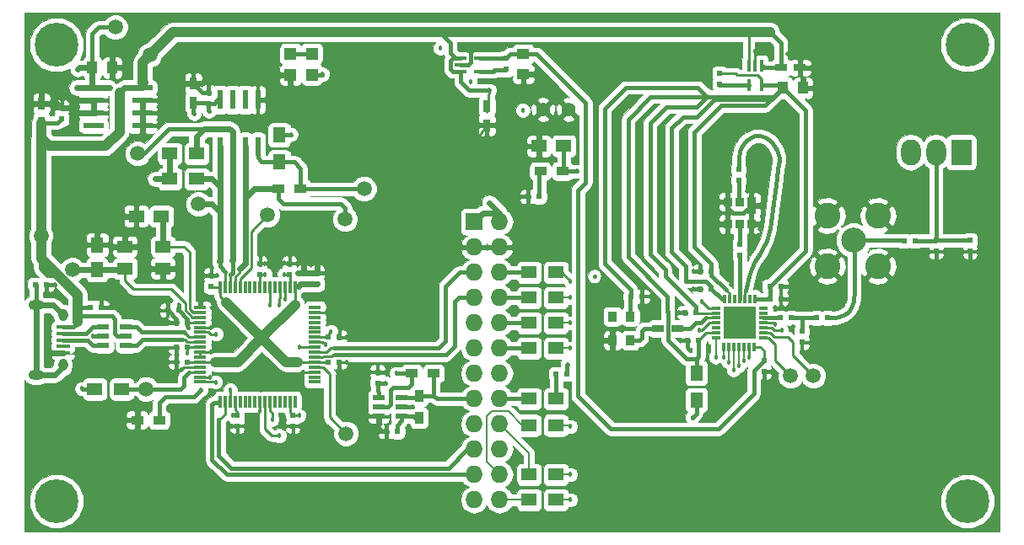
<source format=gbr>
G04 #@! TF.FileFunction,Copper,L1,Top,Signal*
%FSLAX46Y46*%
G04 Gerber Fmt 4.6, Leading zero omitted, Abs format (unit mm)*
G04 Created by KiCad (PCBNEW 4.0.5+dfsg1-4~bpo8+1) date Fri Nov  1 07:22:00 2019*
%MOMM*%
%LPD*%
G01*
G04 APERTURE LIST*
%ADD10C,0.100000*%
%ADD11C,0.460000*%
%ADD12C,4.400000*%
%ADD13C,0.600000*%
%ADD14R,0.750000X1.200000*%
%ADD15R,0.500000X0.600000*%
%ADD16R,1.500000X1.250000*%
%ADD17R,1.250000X1.500000*%
%ADD18R,0.600000X0.500000*%
%ADD19R,1.200000X0.750000*%
%ADD20R,1.200000X0.600000*%
%ADD21R,1.500000X1.300000*%
%ADD22R,1.200000X0.900000*%
%ADD23R,1.300000X1.500000*%
%ADD24C,1.400000*%
%ADD25R,0.558800X1.981200*%
%ADD26R,0.300000X1.200000*%
%ADD27R,1.200000X0.300000*%
%ADD28R,2.000000X0.600000*%
%ADD29R,0.810000X1.700000*%
%ADD30R,0.810000X0.960000*%
%ADD31R,1.500000X1.200000*%
%ADD32R,1.727200X1.727200*%
%ADD33O,1.727200X1.727200*%
%ADD34R,0.900000X1.200000*%
%ADD35R,1.219200X0.508000*%
%ADD36C,1.500000*%
%ADD37R,0.900000X1.000000*%
%ADD38R,0.355600X1.168400*%
%ADD39R,1.168400X0.355600*%
%ADD40R,1.350000X0.400000*%
%ADD41O,0.950000X1.250000*%
%ADD42O,1.550000X1.000000*%
%ADD43C,2.500000*%
%ADD44C,2.600000*%
%ADD45R,1.000000X1.250000*%
%ADD46R,1.250000X1.000000*%
%ADD47R,2.000000X2.600000*%
%ADD48O,2.000000X2.600000*%
%ADD49R,3.300000X3.300000*%
%ADD50R,0.300000X0.950000*%
%ADD51R,0.950000X0.300000*%
%ADD52R,1.200000X1.200000*%
%ADD53C,0.457200*%
%ADD54C,0.254000*%
%ADD55C,0.399999*%
%ADD56C,0.400000*%
%ADD57C,0.600000*%
%ADD58C,1.016000*%
%ADD59C,0.203200*%
%ADD60C,0.026000*%
G04 APERTURE END LIST*
D10*
D11*
X174802800Y-70739000D03*
X169646600Y-70840600D03*
X169570400Y-75920600D03*
X164592000Y-75996800D03*
X164592000Y-70840600D03*
X164668200Y-65506600D03*
X159791400Y-65684400D03*
X149834600Y-65684400D03*
X144678400Y-65684400D03*
X139344400Y-65684400D03*
X144780000Y-100507800D03*
X174955200Y-90678000D03*
X169875200Y-90830400D03*
X169926000Y-95580200D03*
X164846000Y-95656400D03*
X164947600Y-100736400D03*
X159816800Y-100736400D03*
X159969200Y-105257600D03*
X154940000Y-105308400D03*
X149961600Y-105435400D03*
X144932400Y-105486200D03*
X139700000Y-105537000D03*
X125374400Y-111302800D03*
X120192800Y-111328200D03*
X115112800Y-111277400D03*
X110032800Y-111379000D03*
X104978200Y-110591600D03*
X99999800Y-110718600D03*
X100050600Y-105689400D03*
X84963000Y-105689400D03*
X94894400Y-105740200D03*
X90093800Y-105791000D03*
X120015000Y-90449400D03*
X115189000Y-90627200D03*
X90093800Y-80619600D03*
X135204200Y-85521800D03*
X125222000Y-85750400D03*
X115036600Y-85826600D03*
X119964200Y-85801200D03*
X125222000Y-80797400D03*
X120040400Y-80797400D03*
X125145800Y-75895200D03*
X120040400Y-75869800D03*
X115062000Y-75819000D03*
X125145800Y-70637400D03*
X120065800Y-70713600D03*
X115087400Y-70739000D03*
X109931200Y-70764400D03*
X120040400Y-65786000D03*
X115087400Y-65786000D03*
X105079800Y-65735200D03*
X100076000Y-65786000D03*
X149225000Y-76073000D03*
X156286200Y-93980000D03*
X155651200Y-93980000D03*
X155016200Y-93980000D03*
X154381200Y-93980000D03*
X153746200Y-93980000D03*
X156286200Y-93345000D03*
X155651200Y-93345000D03*
X155016200Y-93345000D03*
X154381200Y-93345000D03*
X153746200Y-93345000D03*
X156286200Y-92710000D03*
X155651200Y-92710000D03*
X155016200Y-92710000D03*
X154381200Y-92710000D03*
X153746200Y-92710000D03*
X156286200Y-92075000D03*
X155651200Y-92075000D03*
X155016200Y-92075000D03*
X154381200Y-92075000D03*
X153746200Y-92075000D03*
X156286200Y-91440000D03*
X155651200Y-91440000D03*
X155016200Y-91440000D03*
X154381200Y-91440000D03*
X153746200Y-91440000D03*
X158496000Y-91186000D03*
X146939000Y-76835000D03*
X144907000Y-76708000D03*
D12*
X177800000Y-64770000D03*
D13*
X179450000Y-64770000D03*
X178966726Y-65936726D03*
X177800000Y-66420000D03*
X176633274Y-65936726D03*
X176150000Y-64770000D03*
X176633274Y-63603274D03*
X177800000Y-63120000D03*
X178966726Y-63603274D03*
D12*
X177800000Y-110617000D03*
D13*
X179450000Y-110617000D03*
X178966726Y-111783726D03*
X177800000Y-112267000D03*
X176633274Y-111783726D03*
X176150000Y-110617000D03*
X176633274Y-109450274D03*
X177800000Y-108967000D03*
X178966726Y-109450274D03*
D12*
X86360000Y-110617000D03*
D13*
X88010000Y-110617000D03*
X87526726Y-111783726D03*
X86360000Y-112267000D03*
X85193274Y-111783726D03*
X84710000Y-110617000D03*
X85193274Y-109450274D03*
X86360000Y-108967000D03*
X87526726Y-109450274D03*
D11*
X160274000Y-93091000D03*
X162179000Y-93345000D03*
X162814000Y-93345000D03*
X163449000Y-93345000D03*
X164084000Y-93345000D03*
X164719000Y-93218000D03*
X165354000Y-93091000D03*
X165989000Y-92837000D03*
X166497000Y-92456000D03*
X166878000Y-91948000D03*
X167132000Y-91313000D03*
X167386000Y-90805000D03*
X167513000Y-90170000D03*
X167513000Y-89535000D03*
X167513000Y-88900000D03*
X167386000Y-88265000D03*
X159258000Y-91186000D03*
X160020000Y-91186000D03*
X160655000Y-91186000D03*
X161290000Y-91186000D03*
X161925000Y-91186000D03*
X162687000Y-91186000D03*
X163449000Y-91186000D03*
X164084000Y-91186000D03*
X164719000Y-91059000D03*
X165227000Y-90678000D03*
X165354000Y-90043000D03*
X165354000Y-89408000D03*
X165354000Y-88773000D03*
X165354000Y-88138000D03*
X154051000Y-88900000D03*
X153924000Y-88265000D03*
X153797000Y-87757000D03*
X153797000Y-87122000D03*
X153797000Y-86487000D03*
X153797000Y-85725000D03*
X153797000Y-84836000D03*
X153797000Y-84074000D03*
X153670000Y-79248000D03*
X153670000Y-78613000D03*
X153670000Y-77978000D03*
X153670000Y-77216000D03*
X153670000Y-76581000D03*
X153797000Y-75946000D03*
X153924000Y-75311000D03*
X154051000Y-74676000D03*
X154432000Y-74168000D03*
X154813000Y-73787000D03*
X155194000Y-73406000D03*
X155702000Y-73152000D03*
X156337000Y-72898000D03*
X156972000Y-72898000D03*
X157607000Y-73025000D03*
X158242000Y-73279000D03*
X158750000Y-73660000D03*
X159131000Y-74168000D03*
X159512000Y-74676000D03*
X159766000Y-75311000D03*
X159893000Y-75946000D03*
X159893000Y-76581000D03*
X159766000Y-77216000D03*
X159766000Y-77851000D03*
X159639000Y-78486000D03*
X159512000Y-79121000D03*
X159512000Y-79756000D03*
X159385000Y-80391000D03*
X159385000Y-81026000D03*
X159258000Y-81661000D03*
X159131000Y-82296000D03*
X159004000Y-82931000D03*
X158877000Y-83566000D03*
X158750000Y-84201000D03*
X158623000Y-84709000D03*
X158369000Y-85217000D03*
X158115000Y-85725000D03*
X157861000Y-86233000D03*
X157480000Y-86741000D03*
X157226000Y-87249000D03*
X156972000Y-87884000D03*
X156718000Y-88519000D03*
X156591000Y-89154000D03*
X155702000Y-79502000D03*
X155829000Y-78867000D03*
X155829000Y-78232000D03*
X155829000Y-77470000D03*
X155829000Y-76835000D03*
X155829000Y-76327000D03*
X155956000Y-75692000D03*
X156210000Y-75184000D03*
X156845000Y-74930000D03*
X157353000Y-75184000D03*
X157734000Y-75692000D03*
X157861000Y-76327000D03*
X157861000Y-76962000D03*
X157734000Y-77597000D03*
X157607000Y-78232000D03*
X157607000Y-78994000D03*
X157480000Y-79756000D03*
X157353000Y-80518000D03*
X157226000Y-81153000D03*
X157226000Y-81915000D03*
X157099000Y-82677000D03*
X156972000Y-83312000D03*
X156718000Y-83947000D03*
X156514800Y-84531200D03*
X156210000Y-85090000D03*
X155905200Y-85623400D03*
D14*
X100076000Y-70546000D03*
X100076000Y-68646000D03*
D15*
X101600000Y-70654000D03*
X101600000Y-69554000D03*
D16*
X96855600Y-81991200D03*
X94355600Y-81991200D03*
D17*
X90424000Y-87356000D03*
X90424000Y-84856000D03*
D15*
X86868000Y-72178000D03*
X86868000Y-71078000D03*
D18*
X89721600Y-91135200D03*
X90821600Y-91135200D03*
X144014100Y-90030300D03*
X145114100Y-90030300D03*
D19*
X159070000Y-67056000D03*
X160970000Y-67056000D03*
D18*
X152061000Y-89281000D03*
X150961000Y-89281000D03*
X150537000Y-91694000D03*
X149437000Y-91694000D03*
D15*
X157353000Y-96478000D03*
X157353000Y-97578000D03*
D18*
X157946000Y-89027000D03*
X159046000Y-89027000D03*
D14*
X129540000Y-70932000D03*
X129540000Y-72832000D03*
D19*
X146751000Y-93268800D03*
X148651000Y-93268800D03*
D18*
X150791000Y-94488000D03*
X149691000Y-94488000D03*
X152061000Y-87503000D03*
X150961000Y-87503000D03*
D16*
X137267000Y-74930000D03*
X134767000Y-74930000D03*
D18*
X137608400Y-97840800D03*
X136508400Y-97840800D03*
X134789000Y-80010000D03*
X133689000Y-80010000D03*
D15*
X154813000Y-78401000D03*
X154813000Y-77301000D03*
X178054000Y-84413000D03*
X178054000Y-85513000D03*
D20*
X91026600Y-93080800D03*
X91026600Y-94030800D03*
X91026600Y-94980800D03*
X93326600Y-94980800D03*
X93326600Y-94030800D03*
X93326600Y-93080800D03*
D18*
X172508000Y-84455000D03*
X171408000Y-84455000D03*
D21*
X97710000Y-78232000D03*
X100410000Y-78232000D03*
D22*
X96654800Y-102463600D03*
X94454800Y-102463600D03*
D21*
X97710000Y-75692000D03*
X100410000Y-75692000D03*
X90191600Y-99364800D03*
X92891600Y-99364800D03*
D23*
X108712000Y-73834000D03*
X108712000Y-76534000D03*
D22*
X108628000Y-79248000D03*
X110828000Y-79248000D03*
D23*
X150571200Y-100460800D03*
X150571200Y-97760800D03*
D21*
X136478000Y-107950000D03*
X133778000Y-107950000D03*
X136478000Y-102997000D03*
X133778000Y-102997000D03*
X136478000Y-110490000D03*
X133778000Y-110490000D03*
D22*
X134917000Y-77470000D03*
X137117000Y-77470000D03*
D21*
X136478000Y-100330000D03*
X133778000Y-100330000D03*
X136478000Y-95250000D03*
X133778000Y-95250000D03*
X136478000Y-92710000D03*
X133778000Y-92710000D03*
X136478000Y-90170000D03*
X133778000Y-90170000D03*
X136478000Y-87630000D03*
X133778000Y-87630000D03*
D24*
X135178800Y-71259700D03*
X137718800Y-71259700D03*
D25*
X102743000Y-75006200D03*
X104013000Y-75006200D03*
X105283000Y-75006200D03*
X106553000Y-75006200D03*
X106553000Y-70281800D03*
X105283000Y-70281800D03*
X104013000Y-70281800D03*
X102743000Y-70281800D03*
D26*
X102777600Y-100644400D03*
D27*
X100777600Y-91144400D03*
X100777600Y-91644400D03*
X100777600Y-92144400D03*
X100777600Y-92644400D03*
X100777600Y-93144400D03*
X100777600Y-93644400D03*
X100777600Y-94144400D03*
X100777600Y-94644400D03*
X100777600Y-95144400D03*
X100777600Y-95644400D03*
X100777600Y-96144400D03*
X100777600Y-96644400D03*
X100777600Y-97144400D03*
X100777600Y-97644400D03*
X100777600Y-98144400D03*
X100777600Y-98644400D03*
D26*
X103277600Y-100644400D03*
X103777600Y-100644400D03*
X104277600Y-100644400D03*
X104777600Y-100644400D03*
X105277600Y-100644400D03*
X105777600Y-100644400D03*
X106277600Y-100644400D03*
X106777600Y-100644400D03*
X107277600Y-100644400D03*
X107777600Y-100644400D03*
X108277600Y-100644400D03*
X108777600Y-100644400D03*
X109277600Y-100644400D03*
X109777600Y-100644400D03*
X110277600Y-100644400D03*
D27*
X112277600Y-98644400D03*
X112277600Y-98144400D03*
X112277600Y-97644400D03*
X112277600Y-97144400D03*
X112277600Y-96644400D03*
X112277600Y-96144400D03*
X112277600Y-95644400D03*
X112277600Y-95144400D03*
X112277600Y-94644400D03*
X112277600Y-94144400D03*
X112277600Y-93644400D03*
X112277600Y-93144400D03*
X112277600Y-92644400D03*
X112277600Y-92144400D03*
X112277600Y-91644400D03*
X112277600Y-91144400D03*
D26*
X110277600Y-89144400D03*
X109777600Y-89144400D03*
X109277600Y-89144400D03*
X108777600Y-89144400D03*
X108277600Y-89144400D03*
X107777600Y-89144400D03*
X107277600Y-89144400D03*
X106777600Y-89144400D03*
X106277600Y-89144400D03*
X105777600Y-89144400D03*
X105277600Y-89144400D03*
X104777600Y-89144400D03*
X104277600Y-89144400D03*
X103777600Y-89144400D03*
X103277600Y-89144400D03*
X102777600Y-89144400D03*
D28*
X90056800Y-69062600D03*
X90056800Y-70332600D03*
X90056800Y-72872600D03*
X94956800Y-72872600D03*
X94956800Y-71602600D03*
X94956800Y-70332600D03*
X94956800Y-69062600D03*
X90056800Y-71602600D03*
D29*
X156083000Y-80899000D03*
D30*
X154893000Y-80529000D03*
X153703000Y-80529000D03*
X156083000Y-82759000D03*
X154893000Y-82759000D03*
X153703000Y-82759000D03*
D31*
X97028000Y-85039200D03*
X93228000Y-85039200D03*
X93228000Y-87239200D03*
X97028000Y-87239200D03*
D18*
X99457600Y-96621600D03*
X98357600Y-96621600D03*
X99457600Y-92659200D03*
X98357600Y-92659200D03*
D32*
X128270000Y-82550000D03*
D33*
X130810000Y-82550000D03*
X128270000Y-85090000D03*
X130810000Y-85090000D03*
X128270000Y-87630000D03*
X130810000Y-87630000D03*
X128270000Y-90170000D03*
X130810000Y-90170000D03*
X128270000Y-92710000D03*
X130810000Y-92710000D03*
X128270000Y-95250000D03*
X130810000Y-95250000D03*
X128270000Y-97790000D03*
X130810000Y-97790000D03*
X128270000Y-100330000D03*
X130810000Y-100330000D03*
X128270000Y-102870000D03*
X130810000Y-102870000D03*
X128270000Y-105410000D03*
X130810000Y-105410000D03*
X128270000Y-107950000D03*
X130810000Y-107950000D03*
X128270000Y-110490000D03*
X130810000Y-110490000D03*
D18*
X84235200Y-88849200D03*
X85335200Y-88849200D03*
D14*
X84836000Y-72578000D03*
X84836000Y-70678000D03*
D15*
X152908000Y-67649000D03*
X152908000Y-68749000D03*
X131445000Y-66125000D03*
X131445000Y-67225000D03*
D18*
X120539600Y-103632000D03*
X119439600Y-103632000D03*
D15*
X118567200Y-98746400D03*
X118567200Y-97646400D03*
D22*
X121988400Y-97790000D03*
X124188400Y-97790000D03*
D34*
X122732800Y-102242800D03*
X122732800Y-100042800D03*
D35*
X120980200Y-102092800D03*
X120980200Y-101142800D03*
X120980200Y-100192800D03*
X118694200Y-100192800D03*
X118694200Y-101142800D03*
X118694200Y-102092800D03*
D36*
X95351600Y-99364800D03*
X95707200Y-65786000D03*
X84785200Y-83972400D03*
X92252800Y-62992000D03*
X87934800Y-87376000D03*
X100584000Y-80772000D03*
X117221000Y-79222600D03*
X115316000Y-82296000D03*
X107543600Y-81838800D03*
X115417600Y-103835200D03*
X94488000Y-75692000D03*
D37*
X142151100Y-92062300D03*
X142151100Y-94462300D03*
X143951100Y-94462300D03*
X143951100Y-92062300D03*
D38*
X155835300Y-68764200D03*
X157130700Y-68764200D03*
X157143400Y-66833800D03*
X156483000Y-66833800D03*
X155822600Y-66833800D03*
D39*
X128835200Y-67430700D03*
X128835200Y-66135300D03*
X126904800Y-66122600D03*
X126904800Y-66783000D03*
X126904800Y-67443400D03*
D40*
X86995000Y-94437200D03*
X86995000Y-95087200D03*
X86995000Y-95737200D03*
X86995000Y-93787200D03*
X86995000Y-93137200D03*
D41*
X86995000Y-96937200D03*
X86995000Y-91937200D03*
D42*
X84295000Y-90937200D03*
X84295000Y-97937200D03*
D43*
X166368400Y-84405400D03*
D44*
X163728400Y-81940400D03*
X168808400Y-81940400D03*
X168808400Y-87020400D03*
X163728400Y-87020400D03*
D18*
X157946000Y-90297000D03*
X159046000Y-90297000D03*
D45*
X159274000Y-69088000D03*
X161274000Y-69088000D03*
D15*
X161163000Y-93557000D03*
X161163000Y-94657000D03*
D46*
X133210300Y-65675000D03*
X133210300Y-67675000D03*
D18*
X160062000Y-92202000D03*
X158962000Y-92202000D03*
D47*
X177165000Y-75565000D03*
D48*
X174625000Y-75565000D03*
X172085000Y-75565000D03*
D36*
X162306000Y-98044000D03*
X160020000Y-98044000D03*
D15*
X154940000Y-85894000D03*
X154940000Y-84794000D03*
X174625000Y-84413000D03*
X174625000Y-85513000D03*
D18*
X163745000Y-92202000D03*
X162645000Y-92202000D03*
D49*
X154940000Y-92710000D03*
D50*
X156340000Y-95130000D03*
X155840000Y-95130000D03*
X155340000Y-95130000D03*
X154840000Y-95130000D03*
X154340000Y-95130000D03*
X153840000Y-95130000D03*
X153340000Y-95130000D03*
X156440000Y-90330000D03*
X155940000Y-90330000D03*
X155440000Y-90330000D03*
X154940000Y-90330000D03*
X154440000Y-90330000D03*
X153940000Y-90330000D03*
X153440000Y-90330000D03*
D51*
X157320000Y-94210000D03*
X157320000Y-93710000D03*
X157320000Y-93210000D03*
X157320000Y-92710000D03*
X157320000Y-92210000D03*
X157320000Y-91710000D03*
X157320000Y-91210000D03*
X152560000Y-94210000D03*
X152560000Y-93710000D03*
X152560000Y-93210000D03*
X152560000Y-92710000D03*
X152560000Y-92210000D03*
X152560000Y-91710000D03*
X152560000Y-91210000D03*
D12*
X86360000Y-64770000D03*
D13*
X88010000Y-64770000D03*
X87526726Y-65936726D03*
X86360000Y-66420000D03*
X85193274Y-65936726D03*
X84710000Y-64770000D03*
X85193274Y-63603274D03*
X86360000Y-63120000D03*
X87526726Y-63603274D03*
D15*
X101854000Y-89043600D03*
X101854000Y-87943600D03*
D18*
X113597600Y-96621600D03*
X114697600Y-96621600D03*
D15*
X104495600Y-101964400D03*
X104495600Y-103064400D03*
X110083600Y-101964400D03*
X110083600Y-103064400D03*
D18*
X113597600Y-94132400D03*
X114697600Y-94132400D03*
D15*
X106781600Y-87824400D03*
X106781600Y-86724400D03*
D18*
X99457600Y-95148400D03*
X98357600Y-95148400D03*
D15*
X109728000Y-87824400D03*
X109728000Y-86724400D03*
X111150400Y-88789600D03*
X111150400Y-87689600D03*
X112522000Y-88789600D03*
X112522000Y-87689600D03*
D45*
X89932000Y-67056000D03*
X91932000Y-67056000D03*
D18*
X98594000Y-91440000D03*
X97494000Y-91440000D03*
D52*
X109829600Y-65675800D03*
X109829600Y-67775800D03*
X111963200Y-67750400D03*
X111963200Y-65650400D03*
D53*
X127889000Y-68453000D03*
X133172200Y-71335900D03*
X108635800Y-67792600D03*
X145059400Y-91084400D03*
X140716000Y-94437200D03*
X94488000Y-101447600D03*
X119380000Y-97688400D03*
X117703600Y-102108000D03*
X122072400Y-101142800D03*
X113436400Y-91643200D03*
X111099600Y-97637600D03*
X106781600Y-101600000D03*
X101752400Y-98145600D03*
X98907600Y-97383600D03*
X101803200Y-95656400D03*
X101854000Y-93218000D03*
X100736400Y-90678000D03*
X109270800Y-90271600D03*
X112522000Y-87020400D03*
X111150400Y-87020400D03*
X107391200Y-70256400D03*
X101549200Y-68630800D03*
X100076000Y-67462400D03*
X96469200Y-72847200D03*
X96469200Y-71678800D03*
X96469200Y-70307200D03*
X93319600Y-67106800D03*
X88341200Y-70358000D03*
X88087200Y-71577200D03*
X88138000Y-71577200D03*
X84836000Y-69138800D03*
X92811600Y-81991200D03*
X91694000Y-84836000D03*
X98298000Y-87223600D03*
X85547200Y-95707200D03*
X86156800Y-88849200D03*
X91795600Y-91135200D03*
X89966800Y-94030800D03*
X97688400Y-92659200D03*
X97485200Y-90881200D03*
X97637600Y-96672400D03*
X115468400Y-96621600D03*
X115468400Y-94132400D03*
X102412800Y-87934800D03*
X109220000Y-86664800D03*
X98348800Y-95707200D03*
X107289600Y-86715600D03*
X110693200Y-103073200D03*
X103987600Y-103073200D03*
X132715000Y-80111600D03*
X133223000Y-75031600D03*
X162433000Y-94742000D03*
X162306000Y-69088000D03*
X162179000Y-67056000D03*
X133223000Y-68707000D03*
X157353000Y-98552000D03*
X178054000Y-86360000D03*
X174625000Y-86360000D03*
X156464000Y-65405000D03*
X148971000Y-94488000D03*
X148844000Y-91694000D03*
X150241000Y-87503000D03*
X150241000Y-89281000D03*
X159893000Y-89027000D03*
X159893000Y-90297000D03*
X127889000Y-65024000D03*
X128143000Y-74549000D03*
X129794000Y-80645000D03*
X129794000Y-69342000D03*
X151130000Y-90551000D03*
X138557000Y-77470000D03*
X150876000Y-93472000D03*
X137617200Y-96875600D03*
X110744000Y-95148400D03*
X113385600Y-94894400D03*
X108661200Y-90932000D03*
X102311200Y-98653600D03*
X103784400Y-99466400D03*
X100838000Y-99415600D03*
X102362000Y-93827600D03*
X137922000Y-103124000D03*
X152527000Y-96139000D03*
X137922000Y-110490000D03*
X153797000Y-96647000D03*
X137922000Y-95250000D03*
X154305000Y-97409000D03*
X137922000Y-92710000D03*
X154813000Y-97028000D03*
X137922000Y-90170000D03*
X155321000Y-96520000D03*
X155829000Y-96139000D03*
X137922000Y-88519000D03*
X159131000Y-93472000D03*
X108000800Y-102412800D03*
X153289000Y-96139000D03*
X137922000Y-107950000D03*
X113055400Y-67716400D03*
X88900000Y-99314000D03*
X119380000Y-98755200D03*
X124866400Y-65074800D03*
X96215200Y-78232000D03*
X109880400Y-73761600D03*
X100177600Y-71678800D03*
X101650800Y-71424800D03*
X91643200Y-69037200D03*
X88493600Y-67208400D03*
X88341200Y-69088000D03*
X99568000Y-93167200D03*
X98602800Y-90881200D03*
X113893600Y-93573600D03*
X109220000Y-87833200D03*
X99466400Y-95707200D03*
X107289600Y-87833200D03*
X110693200Y-102006400D03*
X104038400Y-101955600D03*
X108712000Y-104038400D03*
X150164800Y-102209600D03*
X158496000Y-92837000D03*
X107746800Y-90932000D03*
X120446800Y-97790000D03*
D54*
X127851000Y-68414900D02*
X127889000Y-68453000D01*
D55*
X140337500Y-88008500D02*
X140335000Y-88011000D01*
D56*
X109829600Y-67775800D02*
X108652600Y-67775800D01*
X108652600Y-67775800D02*
X108635800Y-67792600D01*
X145114100Y-90030300D02*
X145114100Y-91029700D01*
X145114100Y-91029700D02*
X145059400Y-91084400D01*
X142151100Y-94462300D02*
X140741100Y-94462300D01*
X140741100Y-94462300D02*
X140716000Y-94437200D01*
X94454800Y-102463600D02*
X94454800Y-101480800D01*
X94454800Y-101480800D02*
X94488000Y-101447600D01*
X118567200Y-97646400D02*
X119338000Y-97646400D01*
X119338000Y-97646400D02*
X119380000Y-97688400D01*
X118694200Y-102092800D02*
X117718800Y-102092800D01*
X117718800Y-102092800D02*
X117703600Y-102108000D01*
X120980200Y-101142800D02*
X122072400Y-101142800D01*
X119439600Y-103632000D02*
X119024400Y-103632000D01*
X118694200Y-103301800D02*
X118694200Y-102092800D01*
X119024400Y-103632000D02*
X118694200Y-103301800D01*
D54*
X112277600Y-91644400D02*
X113435200Y-91644400D01*
X113435200Y-91644400D02*
X113436400Y-91643200D01*
X112277600Y-97644400D02*
X111106400Y-97644400D01*
X111106400Y-97644400D02*
X111099600Y-97637600D01*
X106777600Y-100644400D02*
X106777600Y-101596000D01*
X106777600Y-101596000D02*
X106781600Y-101600000D01*
X100777600Y-98144400D02*
X101751200Y-98144400D01*
X101751200Y-98144400D02*
X101752400Y-98145600D01*
X98907600Y-97383600D02*
X98552000Y-97383600D01*
X99146800Y-97144400D02*
X98907600Y-97383600D01*
X100777600Y-97144400D02*
X99146800Y-97144400D01*
X98357600Y-97189200D02*
X98357600Y-96621600D01*
X98552000Y-97383600D02*
X98357600Y-97189200D01*
X100777600Y-96144400D02*
X100777600Y-95644400D01*
X100777600Y-95644400D02*
X101791200Y-95644400D01*
X101791200Y-95644400D02*
X101803200Y-95656400D01*
X100777600Y-93144400D02*
X101780400Y-93144400D01*
X101780400Y-93144400D02*
X101854000Y-93218000D01*
X100777600Y-91144400D02*
X100777600Y-90719200D01*
X100777600Y-90719200D02*
X100736400Y-90678000D01*
X109277600Y-89144400D02*
X109277600Y-90264800D01*
X109277600Y-90264800D02*
X109270800Y-90271600D01*
D57*
X112522000Y-87689600D02*
X112522000Y-87020400D01*
X111150400Y-87689600D02*
X111150400Y-87020400D01*
D56*
X106553000Y-70281800D02*
X107365800Y-70281800D01*
X107365800Y-70281800D02*
X107391200Y-70256400D01*
X101600000Y-69554000D02*
X101600000Y-68681600D01*
X101600000Y-68681600D02*
X101549200Y-68630800D01*
X101600000Y-69554000D02*
X100984000Y-69554000D01*
X100984000Y-69554000D02*
X100076000Y-68646000D01*
X100076000Y-68646000D02*
X100076000Y-67462400D01*
X94956800Y-72872600D02*
X96443800Y-72872600D01*
X96443800Y-72872600D02*
X96469200Y-72847200D01*
X94956800Y-71602600D02*
X96393000Y-71602600D01*
X96393000Y-71602600D02*
X96469200Y-71678800D01*
X94956800Y-70332600D02*
X96443800Y-70332600D01*
X96443800Y-70332600D02*
X96469200Y-70307200D01*
D57*
X91932000Y-67056000D02*
X93268800Y-67056000D01*
X93268800Y-67056000D02*
X93319600Y-67106800D01*
X90056800Y-70332600D02*
X88366600Y-70332600D01*
X88366600Y-70332600D02*
X88341200Y-70358000D01*
X90056800Y-71602600D02*
X88112600Y-71602600D01*
X88112600Y-71602600D02*
X88087200Y-71577200D01*
X86868000Y-71078000D02*
X87588000Y-71078000D01*
X87588000Y-71078000D02*
X88087200Y-71577200D01*
X88138000Y-71577200D02*
X88087200Y-71577200D01*
X84836000Y-70678000D02*
X84836000Y-69138800D01*
X84836000Y-70678000D02*
X86468000Y-70678000D01*
X86468000Y-70678000D02*
X86868000Y-71078000D01*
D56*
X94355600Y-81991200D02*
X92811600Y-81991200D01*
X93228000Y-85039200D02*
X91897200Y-85039200D01*
X91674000Y-84856000D02*
X91694000Y-84836000D01*
X91674000Y-84856000D02*
X90424000Y-84856000D01*
X91897200Y-85039200D02*
X91694000Y-84836000D01*
X97028000Y-87239200D02*
X98282400Y-87239200D01*
X98282400Y-87239200D02*
X98298000Y-87223600D01*
D57*
X86995000Y-95737200D02*
X85577200Y-95737200D01*
X85577200Y-95737200D02*
X85547200Y-95707200D01*
D56*
X85335200Y-88849200D02*
X86156800Y-88849200D01*
X90821600Y-91135200D02*
X91795600Y-91135200D01*
X91026600Y-94030800D02*
X89966800Y-94030800D01*
X98357600Y-92659200D02*
X97688400Y-92659200D01*
D57*
X111150400Y-87689600D02*
X110549600Y-87689600D01*
X110549600Y-87689600D02*
X110540800Y-87680800D01*
D54*
X110549600Y-87689600D02*
X110540800Y-87680800D01*
D57*
X111150400Y-87689600D02*
X112522000Y-87689600D01*
D55*
X97494000Y-91440000D02*
X97494000Y-90890000D01*
X97494000Y-90890000D02*
X97485200Y-90881200D01*
X98357600Y-92659200D02*
X98357600Y-92303600D01*
X98357600Y-92303600D02*
X97494000Y-91440000D01*
D54*
X98357600Y-96621600D02*
X97688400Y-96621600D01*
X97688400Y-96621600D02*
X97637600Y-96672400D01*
X114697600Y-96621600D02*
X115468400Y-96621600D01*
X114697600Y-94132400D02*
X115468400Y-94132400D01*
X101854000Y-87943600D02*
X102404000Y-87943600D01*
X102404000Y-87943600D02*
X102412800Y-87934800D01*
X109728000Y-86724400D02*
X109279600Y-86724400D01*
X109279600Y-86724400D02*
X109220000Y-86664800D01*
X98357600Y-95148400D02*
X98357600Y-95698400D01*
X98357600Y-95698400D02*
X98348800Y-95707200D01*
X106781600Y-86724400D02*
X107280800Y-86724400D01*
X107280800Y-86724400D02*
X107289600Y-86715600D01*
X110083600Y-103064400D02*
X110684400Y-103064400D01*
X110684400Y-103064400D02*
X110693200Y-103073200D01*
X104495600Y-103064400D02*
X103996400Y-103064400D01*
X103996400Y-103064400D02*
X103987600Y-103073200D01*
D55*
X133689000Y-80010000D02*
X132816600Y-80010000D01*
X132816600Y-80010000D02*
X132715000Y-80111600D01*
X134767000Y-74930000D02*
X133324600Y-74930000D01*
X133324600Y-74930000D02*
X133223000Y-75031600D01*
X156083000Y-82759000D02*
X156083000Y-84099400D01*
X156083000Y-84099400D02*
X156514800Y-84531200D01*
X153703000Y-80529000D02*
X153703000Y-81160600D01*
X155295600Y-81686400D02*
X156083000Y-80899000D01*
X154228800Y-81686400D02*
X155295600Y-81686400D01*
X153703000Y-81160600D02*
X154228800Y-81686400D01*
X156083000Y-80899000D02*
X156083000Y-82759000D01*
X153703000Y-80529000D02*
X153703000Y-82759000D01*
D54*
X161163000Y-94657000D02*
X162348000Y-94657000D01*
X162348000Y-94657000D02*
X162433000Y-94742000D01*
D55*
X161274000Y-69088000D02*
X162306000Y-69088000D01*
X160970000Y-67056000D02*
X162179000Y-67056000D01*
X133210300Y-67675000D02*
X133210300Y-68694300D01*
X133210300Y-68694300D02*
X133223000Y-68707000D01*
X157353000Y-97578000D02*
X157353000Y-98552000D01*
X178054000Y-85513000D02*
X178054000Y-86360000D01*
X174625000Y-85513000D02*
X174625000Y-86360000D01*
D54*
X156483000Y-66833800D02*
X156483000Y-65424000D01*
X156483000Y-65424000D02*
X156464000Y-65405000D01*
D55*
X149691000Y-94488000D02*
X148971000Y-94488000D01*
X149437000Y-91694000D02*
X148844000Y-91694000D01*
X150961000Y-87503000D02*
X150241000Y-87503000D01*
X150961000Y-89281000D02*
X150241000Y-89281000D01*
X159046000Y-89027000D02*
X159893000Y-89027000D01*
X159046000Y-90297000D02*
X159893000Y-90297000D01*
X155524200Y-92710000D02*
X154940000Y-92710000D01*
X153517600Y-91262200D02*
X154940000Y-92710000D01*
X127889000Y-66548000D02*
X127889000Y-65024000D01*
X127654000Y-66783000D02*
X127889000Y-66548000D01*
X126904800Y-66783000D02*
X127654000Y-66783000D01*
D54*
X128204000Y-74610000D02*
X128143000Y-74549000D01*
X129540000Y-72832000D02*
X128204000Y-74610000D01*
D57*
X97028000Y-85039200D02*
X97028000Y-82163600D01*
X97028000Y-82163600D02*
X96855600Y-81991200D01*
D54*
X100777600Y-91644400D02*
X100077200Y-91644400D01*
X99161600Y-85039200D02*
X97028000Y-85039200D01*
X99720400Y-85598000D02*
X99161600Y-85039200D01*
X99720400Y-91287600D02*
X99720400Y-85598000D01*
X100077200Y-91644400D02*
X99720400Y-91287600D01*
X107010200Y-94157800D02*
X106324400Y-93472000D01*
X106324400Y-93472000D02*
X106324400Y-93573600D01*
D57*
X111150400Y-88789600D02*
X110854400Y-88789600D01*
X110854400Y-88789600D02*
X110642400Y-89001600D01*
X111150400Y-88789600D02*
X112522000Y-88789600D01*
D54*
X110277600Y-89144400D02*
X110296400Y-89144400D01*
X110296400Y-89144400D02*
X110651200Y-88789600D01*
X110651200Y-88789600D02*
X111150400Y-88789600D01*
X100777600Y-96644400D02*
X99480400Y-96644400D01*
X99480400Y-96644400D02*
X99457600Y-96621600D01*
X112277600Y-96644400D02*
X113574800Y-96644400D01*
X113574800Y-96644400D02*
X113597600Y-96621600D01*
X102777600Y-89144400D02*
X101954800Y-89144400D01*
X101954800Y-89144400D02*
X101854000Y-89043600D01*
D58*
X102260400Y-96644400D02*
X104523600Y-96644400D01*
X104523600Y-96644400D02*
X107010200Y-94157800D01*
X107010200Y-94157800D02*
X110277600Y-90890400D01*
X103378000Y-90627200D02*
X106324400Y-93573600D01*
D54*
X102777600Y-90026800D02*
X103378000Y-90627200D01*
X102777600Y-89144400D02*
X102777600Y-90026800D01*
D58*
X106324400Y-93573600D02*
X109395200Y-96644400D01*
X109395200Y-96644400D02*
X110568800Y-96644400D01*
X110591600Y-96621600D02*
X110591600Y-96644400D01*
X110568800Y-96644400D02*
X110591600Y-96621600D01*
D54*
X109395200Y-96644400D02*
X110591600Y-96644400D01*
X110591600Y-96644400D02*
X112277600Y-96644400D01*
X110277600Y-89144400D02*
X110277600Y-90890400D01*
X102260400Y-96644400D02*
X100777600Y-96644400D01*
X110277600Y-90890400D02*
X104523600Y-96644400D01*
D57*
X90424000Y-87356000D02*
X87954800Y-87356000D01*
X87954800Y-87356000D02*
X87934800Y-87376000D01*
X90424000Y-87356000D02*
X93111200Y-87356000D01*
X93111200Y-87356000D02*
X93228000Y-87239200D01*
D54*
X100777600Y-92144400D02*
X100018400Y-92144400D01*
X93228000Y-88452800D02*
X93228000Y-88432800D01*
X93228000Y-88432800D02*
X93228000Y-87239200D01*
X94081600Y-89306400D02*
X93228000Y-88452800D01*
X97840800Y-89306400D02*
X94081600Y-89306400D01*
X99263200Y-90728800D02*
X97840800Y-89306400D01*
X99263200Y-91389200D02*
X99263200Y-90728800D01*
X100018400Y-92144400D02*
X99263200Y-91389200D01*
D58*
X84785200Y-83972400D02*
X84785200Y-74218800D01*
X84785200Y-74218800D02*
X84836000Y-74168000D01*
D56*
X84836000Y-72578000D02*
X86468000Y-72578000D01*
X86468000Y-72578000D02*
X86868000Y-72178000D01*
X84836000Y-74803000D02*
X84836000Y-72578000D01*
D58*
X84836000Y-74803000D02*
X84836000Y-74168000D01*
D56*
X126904800Y-66122600D02*
X126422200Y-66122600D01*
X126422200Y-66122600D02*
X125882400Y-65582800D01*
X125882400Y-64566800D02*
X124815600Y-63500000D01*
X125882400Y-65582800D02*
X125882400Y-64566800D01*
D58*
X95707200Y-65786000D02*
X94956800Y-66536400D01*
X94956800Y-66536400D02*
X94956800Y-68439200D01*
X95046800Y-68529200D02*
X94956800Y-68529200D01*
X94956800Y-68439200D02*
X95046800Y-68529200D01*
X157988000Y-63500000D02*
X124815600Y-63500000D01*
X124815600Y-63500000D02*
X97993200Y-63500000D01*
X97993200Y-63500000D02*
X95707200Y-65786000D01*
D56*
X126904800Y-67443400D02*
X126117400Y-67443400D01*
X126104600Y-66122600D02*
X126904800Y-66122600D01*
X125882400Y-66344800D02*
X126104600Y-66122600D01*
X125882400Y-67208400D02*
X125882400Y-66344800D01*
X126117400Y-67443400D02*
X125882400Y-67208400D01*
D57*
X130810000Y-82550000D02*
X130810000Y-81661000D01*
X130810000Y-81661000D02*
X129159000Y-81661000D01*
X129159000Y-81661000D02*
X128270000Y-82550000D01*
X129794000Y-80645000D02*
X130810000Y-81661000D01*
D56*
X94956800Y-69062600D02*
X94956800Y-68529200D01*
X94956800Y-68529200D02*
X94956800Y-66536400D01*
D58*
X92659200Y-69545200D02*
X92659200Y-73507600D01*
X92659200Y-73507600D02*
X91236800Y-74930000D01*
X91236800Y-74930000D02*
X85598000Y-74930000D01*
X85598000Y-74930000D02*
X84836000Y-74168000D01*
D57*
X94956800Y-69062600D02*
X93141800Y-69062600D01*
X93141800Y-69062600D02*
X92659200Y-69545200D01*
D58*
X84836000Y-74168000D02*
X84836000Y-72578000D01*
D54*
X155822600Y-66833800D02*
X155822600Y-63500000D01*
X155829000Y-63627000D02*
X155829000Y-63500000D01*
X155829000Y-63506400D02*
X155829000Y-63627000D01*
X155822600Y-63500000D02*
X155829000Y-63506400D01*
D55*
X159070000Y-67056000D02*
X157365600Y-67056000D01*
X157365600Y-67056000D02*
X157143400Y-66833800D01*
X159070000Y-64582000D02*
X159070000Y-67056000D01*
X157988000Y-63500000D02*
X159070000Y-64582000D01*
X155829000Y-63500000D02*
X157988000Y-63500000D01*
X126904800Y-67443400D02*
X126904800Y-68484800D01*
X127762000Y-69342000D02*
X129794000Y-69342000D01*
X126904800Y-68484800D02*
X127762000Y-69342000D01*
D54*
X129540000Y-71501000D02*
X129540000Y-70932000D01*
X129794000Y-69342000D02*
X129540000Y-71501000D01*
X129159000Y-81661000D02*
X128270000Y-82550000D01*
X130810000Y-81661000D02*
X129159000Y-81661000D01*
D59*
X130810000Y-81661000D02*
X130810000Y-82550000D01*
D58*
X88442800Y-92608400D02*
X88442800Y-89865200D01*
X88442800Y-89865200D02*
X84785200Y-86207600D01*
X84785200Y-86207600D02*
X84785200Y-83972400D01*
D57*
X84785200Y-83972400D02*
X84785200Y-87172800D01*
X88442800Y-92608400D02*
X88442800Y-92760800D01*
X86410800Y-87833200D02*
X88442800Y-89865200D01*
X85445600Y-87833200D02*
X86410800Y-87833200D01*
X84785200Y-87172800D02*
X85445600Y-87833200D01*
D56*
X88442800Y-92252800D02*
X88442800Y-91440000D01*
X88747600Y-91135200D02*
X89721600Y-91135200D01*
X88442800Y-91440000D02*
X88747600Y-91135200D01*
X86995000Y-93137200D02*
X88066400Y-93137200D01*
X92456000Y-94030800D02*
X93326600Y-94030800D01*
X92202000Y-93776800D02*
X92456000Y-94030800D01*
X92202000Y-92303600D02*
X92202000Y-93776800D01*
X91897200Y-91998800D02*
X92202000Y-92303600D01*
X88696800Y-91998800D02*
X91897200Y-91998800D01*
X88442800Y-92252800D02*
X88696800Y-91998800D01*
X88442800Y-92760800D02*
X88442800Y-92252800D01*
X88066400Y-93137200D02*
X88442800Y-92760800D01*
D55*
X155835300Y-68764200D02*
X152923200Y-68764200D01*
X152923200Y-68764200D02*
X152908000Y-68749000D01*
D56*
X143951100Y-94462300D02*
X144881900Y-94462300D01*
X145389600Y-93268800D02*
X146751000Y-93268800D01*
X145110200Y-93548200D02*
X145389600Y-93268800D01*
X145110200Y-94234000D02*
X145110200Y-93548200D01*
X144881900Y-94462300D02*
X145110200Y-94234000D01*
X148651000Y-93268800D02*
X149936200Y-93268800D01*
D54*
X151503000Y-92210000D02*
X152560000Y-92210000D01*
D55*
X150241000Y-92964000D02*
X150495000Y-92710000D01*
X150495000Y-92710000D02*
X151003000Y-92710000D01*
D54*
X151503000Y-92210000D02*
X151511000Y-92202000D01*
D55*
X151003000Y-92710000D02*
X151511000Y-92202000D01*
D56*
X149936200Y-93268800D02*
X150241000Y-92964000D01*
D55*
X137267000Y-74930000D02*
X137267000Y-77320000D01*
X137267000Y-77320000D02*
X137117000Y-77470000D01*
D54*
X151789000Y-91210000D02*
X151130000Y-90551000D01*
X152560000Y-91210000D02*
X151789000Y-91210000D01*
D55*
X138557000Y-77470000D02*
X137117000Y-77470000D01*
D54*
X151892000Y-92710000D02*
X151130000Y-93472000D01*
X151130000Y-93472000D02*
X150876000Y-93472000D01*
X152560000Y-92710000D02*
X151892000Y-92710000D01*
D56*
X137608400Y-96884400D02*
X137608400Y-97840800D01*
X137617200Y-96875600D02*
X137608400Y-96884400D01*
X136508400Y-97840800D02*
X136508400Y-100299600D01*
X136508400Y-100299600D02*
X136478000Y-100330000D01*
D59*
X136478000Y-99902000D02*
X136478000Y-100330000D01*
D55*
X134789000Y-80010000D02*
X134789000Y-77598000D01*
X134789000Y-77598000D02*
X134917000Y-77470000D01*
X154813000Y-80449000D02*
X154893000Y-80529000D01*
X154813000Y-78401000D02*
X154813000Y-80449000D01*
X154813000Y-77301000D02*
X154813000Y-76200000D01*
X155067000Y-75057000D02*
X155321000Y-74676000D01*
X154940000Y-75438000D02*
X155067000Y-75057000D01*
X154813000Y-76200000D02*
X154940000Y-75438000D01*
X155575000Y-89154000D02*
X155498800Y-89458800D01*
X155829000Y-88011000D02*
X155575000Y-89154000D01*
X156083000Y-87249000D02*
X155829000Y-88011000D01*
X156464000Y-86487000D02*
X156083000Y-87249000D01*
X156972000Y-85725000D02*
X156464000Y-86487000D01*
X157226000Y-85217000D02*
X156972000Y-85725000D01*
X157607000Y-84455000D02*
X157226000Y-85217000D01*
X157988000Y-83185000D02*
X157607000Y-84455000D01*
X158623000Y-78232000D02*
X157988000Y-83185000D01*
X158750000Y-77216000D02*
X158623000Y-78232000D01*
X158877000Y-76454000D02*
X158750000Y-77216000D01*
X158877000Y-76073000D02*
X158877000Y-76454000D01*
X158750000Y-75565000D02*
X158877000Y-76073000D01*
X158623000Y-75311000D02*
X158750000Y-75565000D01*
X158496000Y-75057000D02*
X158623000Y-75311000D01*
X158242000Y-74676000D02*
X158496000Y-75057000D01*
X157988000Y-74422000D02*
X158242000Y-74676000D01*
X157861000Y-74295000D02*
X157988000Y-74422000D01*
X157480000Y-74041000D02*
X157861000Y-74295000D01*
X156972000Y-73914000D02*
X157480000Y-74041000D01*
X156464000Y-73914000D02*
X156972000Y-73914000D01*
X155956000Y-74168000D02*
X156464000Y-73914000D01*
X155575000Y-74422000D02*
X155956000Y-74168000D01*
X155321000Y-74676000D02*
X155575000Y-74422000D01*
D54*
X155448000Y-89662000D02*
X155440000Y-90330000D01*
X155498800Y-89458800D02*
X155448000Y-89662000D01*
D55*
X154940000Y-84794000D02*
X154940000Y-82806000D01*
X154940000Y-82806000D02*
X154893000Y-82759000D01*
X166368400Y-84405400D02*
X171358400Y-84405400D01*
X171358400Y-84405400D02*
X171408000Y-84455000D01*
X166368400Y-84405400D02*
X166420800Y-86106000D01*
X164490400Y-92202000D02*
X164922200Y-92125800D01*
X164922200Y-92125800D02*
X165125400Y-92024200D01*
X165125400Y-92024200D02*
X165379400Y-91948000D01*
X165379400Y-91948000D02*
X165531800Y-91795600D01*
X165531800Y-91795600D02*
X165735000Y-91668600D01*
X165735000Y-91668600D02*
X165912800Y-91465400D01*
X165912800Y-91465400D02*
X165989000Y-91363800D01*
X165989000Y-91363800D02*
X166090600Y-91186000D01*
X166090600Y-91186000D02*
X166192200Y-90982800D01*
X166192200Y-90982800D02*
X166268400Y-90728800D01*
X166268400Y-90728800D02*
X166344600Y-90551000D01*
X166344600Y-90551000D02*
X166395400Y-90322400D01*
X166395400Y-90322400D02*
X166395400Y-90119200D01*
X166395400Y-90119200D02*
X166420800Y-89916000D01*
X166420800Y-89916000D02*
X166420800Y-86106000D01*
X164490400Y-92202000D02*
X163745000Y-92202000D01*
D56*
X86995000Y-93787200D02*
X89296000Y-93787200D01*
X90002400Y-93080800D02*
X91026600Y-93080800D01*
X89296000Y-93787200D02*
X90002400Y-93080800D01*
X86995000Y-94437200D02*
X89458800Y-94437200D01*
X90002400Y-94980800D02*
X91026600Y-94980800D01*
X89458800Y-94437200D02*
X90002400Y-94980800D01*
D54*
X99110800Y-93624400D02*
X99161600Y-93624400D01*
X99681600Y-94144400D02*
X100777600Y-94144400D01*
X99161600Y-93624400D02*
X99681600Y-94144400D01*
D56*
X96672400Y-93624400D02*
X99110800Y-93624400D01*
X94350800Y-93080800D02*
X94894400Y-93624400D01*
X94894400Y-93624400D02*
X96672400Y-93624400D01*
X93326600Y-93080800D02*
X94350800Y-93080800D01*
X99110800Y-93624400D02*
X99212400Y-93726000D01*
D54*
X98958400Y-94335600D02*
X99212400Y-94335600D01*
D56*
X94350800Y-94980800D02*
X94996000Y-94335600D01*
X94996000Y-94335600D02*
X98958400Y-94335600D01*
X93326600Y-94980800D02*
X94350800Y-94980800D01*
D54*
X100076000Y-94640400D02*
X100773600Y-94640400D01*
X100025200Y-94589600D02*
X100076000Y-94640400D01*
X99822000Y-94589600D02*
X100025200Y-94589600D01*
X99669600Y-94589600D02*
X99822000Y-94589600D01*
X99466400Y-94589600D02*
X99669600Y-94589600D01*
X99212400Y-94335600D02*
X99466400Y-94589600D01*
X100773600Y-94640400D02*
X100777600Y-94644400D01*
D56*
X114249200Y-95910400D02*
X125425200Y-95910400D01*
D54*
X113063402Y-96144400D02*
X113145002Y-96062800D01*
X113145002Y-96062800D02*
X113195802Y-96062800D01*
X113195802Y-96062800D02*
X113944400Y-96062800D01*
X113944400Y-96062800D02*
X114096800Y-95910400D01*
X114096800Y-95910400D02*
X114249200Y-95910400D01*
X112277600Y-96144400D02*
X113063402Y-96144400D01*
D56*
X126695200Y-90170000D02*
X128270000Y-90170000D01*
X126288800Y-90576400D02*
X126695200Y-90170000D01*
X126288800Y-95046800D02*
X126288800Y-90576400D01*
X125425200Y-95910400D02*
X126288800Y-95046800D01*
D55*
X133778000Y-87630000D02*
X130810000Y-87630000D01*
D54*
X114198400Y-95250000D02*
X113842800Y-95250000D01*
D56*
X126796800Y-87630000D02*
X125374400Y-89052400D01*
X125374400Y-89052400D02*
X125374400Y-94538800D01*
X125374400Y-94538800D02*
X124663200Y-95250000D01*
X124663200Y-95250000D02*
X114198400Y-95250000D01*
X128270000Y-87630000D02*
X126796800Y-87630000D01*
D54*
X113448400Y-95644400D02*
X112277600Y-95644400D01*
X113842800Y-95250000D02*
X113448400Y-95644400D01*
D55*
X133778000Y-90170000D02*
X130810000Y-90170000D01*
D54*
X110748000Y-95144400D02*
X112277600Y-95144400D01*
X110744000Y-95148400D02*
X110748000Y-95144400D01*
D55*
X133778000Y-92710000D02*
X130810000Y-92710000D01*
D54*
X113034000Y-94644400D02*
X112277600Y-94644400D01*
X113080800Y-94691200D02*
X113034000Y-94644400D01*
X113182400Y-94691200D02*
X113080800Y-94691200D01*
X113385600Y-94894400D02*
X113182400Y-94691200D01*
D55*
X133778000Y-95250000D02*
X130810000Y-95250000D01*
D54*
X108762800Y-90170000D02*
X108762800Y-89159200D01*
X108661200Y-90271600D02*
X108762800Y-90170000D01*
X108661200Y-90932000D02*
X108661200Y-90271600D01*
X108762800Y-89159200D02*
X108777600Y-89144400D01*
D56*
X120980200Y-100192800D02*
X122582800Y-100192800D01*
X122582800Y-100192800D02*
X122732800Y-100042800D01*
X124188400Y-100007600D02*
X122768000Y-100007600D01*
X122768000Y-100007600D02*
X122732800Y-100042800D01*
X128270000Y-100330000D02*
X124510800Y-100330000D01*
X124188400Y-100007600D02*
X124188400Y-97790000D01*
X124510800Y-100330000D02*
X124188400Y-100007600D01*
D55*
X133778000Y-100330000D02*
X130810000Y-100330000D01*
D54*
X102302000Y-98644400D02*
X100777600Y-98644400D01*
X102311200Y-98653600D02*
X102302000Y-98644400D01*
D59*
X133778000Y-107950000D02*
X133778000Y-105838000D01*
X133778000Y-105838000D02*
X130810000Y-102870000D01*
D54*
X102616000Y-102463600D02*
X102666800Y-102463600D01*
X102666800Y-102463600D02*
X103277600Y-101852800D01*
D56*
X128270000Y-105410000D02*
X127558800Y-105410000D01*
X127558800Y-105410000D02*
X125679200Y-107289600D01*
X125679200Y-107289600D02*
X103860600Y-107289600D01*
X103860600Y-107289600D02*
X102616000Y-106045000D01*
X102616000Y-106045000D02*
X102616000Y-102463600D01*
X102616000Y-102463600D02*
X102616000Y-102438200D01*
D54*
X103277600Y-100644400D02*
X103277600Y-101852800D01*
X103277600Y-101852800D02*
X103276400Y-101854000D01*
X102777600Y-100644400D02*
X102200000Y-100644400D01*
X102200000Y-100644400D02*
X101955600Y-100888800D01*
D56*
X102158800Y-100685600D02*
X102565200Y-100685600D01*
X103428800Y-107950000D02*
X101955600Y-106476800D01*
X101955600Y-106476800D02*
X101955600Y-100888800D01*
X101955600Y-100888800D02*
X102158800Y-100685600D01*
X128270000Y-107950000D02*
X103428800Y-107950000D01*
X102565200Y-100685600D02*
X102616000Y-100634800D01*
D59*
X133778000Y-102997000D02*
X133096000Y-102997000D01*
X133096000Y-102997000D02*
X131699000Y-101600000D01*
X131699000Y-101600000D02*
X130048000Y-101600000D01*
X130048000Y-101600000D02*
X129540000Y-102108000D01*
X129540000Y-102108000D02*
X129540000Y-106680000D01*
X129540000Y-106680000D02*
X130810000Y-107950000D01*
D54*
X103777600Y-99473200D02*
X103777600Y-100644400D01*
X103784400Y-99466400D02*
X103777600Y-99473200D01*
D59*
X130810000Y-110490000D02*
X133778000Y-110490000D01*
D57*
X100410000Y-78232000D02*
X101955600Y-78232000D01*
X101955600Y-78232000D02*
X102743000Y-79019400D01*
X100584000Y-80772000D02*
X101904800Y-80772000D01*
X101904800Y-80772000D02*
X102743000Y-81610200D01*
D54*
X103276400Y-89143200D02*
X103276400Y-87579200D01*
D56*
X102743000Y-87045800D02*
X103276400Y-87579200D01*
X102743000Y-87045800D02*
X102743000Y-86487000D01*
D54*
X103276400Y-89143200D02*
X103277600Y-89144400D01*
D57*
X102743000Y-75006200D02*
X102743000Y-79019400D01*
X102743000Y-79019400D02*
X102743000Y-81610200D01*
X102743000Y-81610200D02*
X102743000Y-86487000D01*
X102743000Y-86487000D02*
X102717600Y-86512400D01*
D54*
X100777600Y-93644400D02*
X101620000Y-93644400D01*
D56*
X96654800Y-100754000D02*
X96654800Y-102463600D01*
X97282000Y-100126800D02*
X96654800Y-100754000D01*
X100126800Y-100126800D02*
X97282000Y-100126800D01*
X100838000Y-99415600D02*
X100126800Y-100126800D01*
D54*
X101803200Y-93827600D02*
X102362000Y-93827600D01*
X101620000Y-93644400D02*
X101803200Y-93827600D01*
D56*
X94488000Y-75692000D02*
X95148400Y-75692000D01*
X95148400Y-75692000D02*
X97612200Y-73228200D01*
X97612200Y-73228200D02*
X101803200Y-73228200D01*
X101803200Y-73228200D02*
X101803200Y-73202800D01*
D54*
X103784400Y-89137600D02*
X103784400Y-87884000D01*
D56*
X104013000Y-87655400D02*
X103784400Y-87884000D01*
X104013000Y-87655400D02*
X104013000Y-86385400D01*
D54*
X103784400Y-89137600D02*
X103777600Y-89144400D01*
D57*
X104013000Y-75006200D02*
X104013000Y-86385400D01*
X104013000Y-86385400D02*
X103987600Y-86410800D01*
X100410000Y-75692000D02*
X100410000Y-73935600D01*
X104013000Y-73482200D02*
X104013000Y-75006200D01*
X103733600Y-73202800D02*
X104013000Y-73482200D01*
X101142800Y-73202800D02*
X101803200Y-73202800D01*
X101803200Y-73202800D02*
X103733600Y-73202800D01*
X100410000Y-73935600D02*
X101142800Y-73202800D01*
D56*
X95351600Y-99364800D02*
X92891600Y-99364800D01*
D54*
X100777600Y-97644400D02*
X99662800Y-97644400D01*
D56*
X98806000Y-99364800D02*
X95351600Y-99364800D01*
X99161600Y-99009200D02*
X98806000Y-99364800D01*
X99161600Y-98145600D02*
X99161600Y-99009200D01*
X99662800Y-97644400D02*
X99161600Y-98145600D01*
X115265200Y-79248000D02*
X117195600Y-79248000D01*
X117195600Y-79248000D02*
X117221000Y-79222600D01*
X110828000Y-79248000D02*
X115265200Y-79248000D01*
X115265200Y-79248000D02*
X115316000Y-79248000D01*
X108712000Y-76534000D02*
X110214400Y-76534000D01*
X110828000Y-77147600D02*
X110828000Y-79248000D01*
X110214400Y-76534000D02*
X110828000Y-77147600D01*
X106553000Y-75006200D02*
X106553000Y-76123800D01*
X106963200Y-76534000D02*
X108712000Y-76534000D01*
X106553000Y-76123800D02*
X106963200Y-76534000D01*
X108628000Y-79248000D02*
X108628000Y-80230800D01*
X115316000Y-81178400D02*
X115316000Y-82296000D01*
X114858800Y-80721200D02*
X115316000Y-81178400D01*
X109118400Y-80721200D02*
X114858800Y-80721200D01*
X108628000Y-80230800D02*
X109118400Y-80721200D01*
D57*
X108628000Y-79248000D02*
X106172000Y-79248000D01*
X106172000Y-79248000D02*
X105283000Y-80137000D01*
D54*
X104749600Y-87274400D02*
X104749600Y-87630000D01*
D57*
X105283000Y-86741000D02*
X104749600Y-87274400D01*
X105283000Y-75006200D02*
X105283000Y-80137000D01*
X105283000Y-80137000D02*
X105283000Y-86741000D01*
D54*
X104277600Y-88102000D02*
X104277600Y-89144400D01*
X104749600Y-87630000D02*
X104277600Y-88102000D01*
D59*
X152560000Y-94210000D02*
X152560000Y-96106000D01*
X137795000Y-102997000D02*
X136478000Y-102997000D01*
X137922000Y-103124000D02*
X137795000Y-102997000D01*
X152560000Y-96106000D02*
X152527000Y-96139000D01*
X153840000Y-95130000D02*
X153840000Y-96604000D01*
X137922000Y-110490000D02*
X136478000Y-110490000D01*
X153840000Y-96604000D02*
X153797000Y-96647000D01*
X154340000Y-95130000D02*
X154340000Y-97374000D01*
X137922000Y-95250000D02*
X136478000Y-95250000D01*
X154340000Y-97374000D02*
X154305000Y-97409000D01*
X154840000Y-95130000D02*
X154840000Y-97001000D01*
X137922000Y-92710000D02*
X136478000Y-92710000D01*
X154840000Y-97001000D02*
X154813000Y-97028000D01*
X155340000Y-95130000D02*
X155340000Y-96501000D01*
X137922000Y-90170000D02*
X136478000Y-90170000D01*
X155340000Y-96501000D02*
X155321000Y-96520000D01*
D54*
X155840000Y-95130000D02*
X155840000Y-96128000D01*
X155840000Y-96128000D02*
X155829000Y-96139000D01*
X137922000Y-88519000D02*
X137033000Y-87630000D01*
X136478000Y-87630000D02*
X137033000Y-87630000D01*
X157320000Y-93210000D02*
X158107000Y-93210000D01*
X158369000Y-93472000D02*
X159131000Y-93472000D01*
X158107000Y-93210000D02*
X158369000Y-93472000D01*
X107797600Y-101549200D02*
X107797600Y-100664400D01*
X108000800Y-101752400D02*
X107797600Y-101549200D01*
X108000800Y-102412800D02*
X108000800Y-101752400D01*
X107797600Y-100664400D02*
X107777600Y-100644400D01*
X113766600Y-97815400D02*
X113766600Y-102184200D01*
X113766600Y-102184200D02*
X115417600Y-103835200D01*
X112277600Y-97144400D02*
X113095600Y-97144400D01*
X113095600Y-97144400D02*
X113766600Y-97815400D01*
X113766600Y-97815400D02*
X113792000Y-97840800D01*
X107543600Y-81838800D02*
X105867200Y-83515200D01*
X104777600Y-88262400D02*
X104777600Y-89144400D01*
X105867200Y-87172800D02*
X104777600Y-88262400D01*
X105867200Y-83515200D02*
X105867200Y-87172800D01*
D59*
X153340000Y-96088000D02*
X153340000Y-95130000D01*
X153289000Y-96139000D02*
X153340000Y-96088000D01*
X137922000Y-107950000D02*
X136478000Y-107950000D01*
D56*
X111963200Y-67750400D02*
X113021400Y-67750400D01*
X113021400Y-67750400D02*
X113055400Y-67716400D01*
X90191600Y-99364800D02*
X88950800Y-99364800D01*
X88950800Y-99364800D02*
X88900000Y-99314000D01*
X118567200Y-98746400D02*
X119371200Y-98746400D01*
X119371200Y-98746400D02*
X119380000Y-98755200D01*
X118694200Y-100192800D02*
X118694200Y-99695000D01*
X118567200Y-99568000D02*
X118567200Y-98746400D01*
X118694200Y-99695000D02*
X118567200Y-99568000D01*
X89932000Y-67056000D02*
X89932000Y-63636400D01*
X90576400Y-62992000D02*
X92252800Y-62992000D01*
X89932000Y-63636400D02*
X90576400Y-62992000D01*
D57*
X97710000Y-78232000D02*
X96215200Y-78232000D01*
X97710000Y-75692000D02*
X97710000Y-78232000D01*
D56*
X108712000Y-73834000D02*
X109808000Y-73834000D01*
X109808000Y-73834000D02*
X109880400Y-73761600D01*
X100076000Y-70546000D02*
X100076000Y-71577200D01*
X100076000Y-71577200D02*
X100177600Y-71678800D01*
X101600000Y-70654000D02*
X101600000Y-71374000D01*
X101600000Y-71374000D02*
X101650800Y-71424800D01*
X100076000Y-70546000D02*
X101492000Y-70546000D01*
X101492000Y-70546000D02*
X101600000Y-70654000D01*
X102743000Y-70281800D02*
X102539800Y-70281800D01*
X102539800Y-70281800D02*
X102167600Y-70654000D01*
X102167600Y-70654000D02*
X101600000Y-70654000D01*
D57*
X90056800Y-69062600D02*
X91617800Y-69062600D01*
X91617800Y-69062600D02*
X91643200Y-69037200D01*
X89932000Y-67056000D02*
X88646000Y-67056000D01*
X88646000Y-67056000D02*
X88493600Y-67208400D01*
X89932000Y-67056000D02*
X89932000Y-68937800D01*
X89932000Y-68937800D02*
X90056800Y-69062600D01*
X90056800Y-69062600D02*
X88366600Y-69062600D01*
X88366600Y-69062600D02*
X88341200Y-69088000D01*
D56*
X99457600Y-92659200D02*
X99457600Y-93056800D01*
X99457600Y-93056800D02*
X99568000Y-93167200D01*
D55*
X98594000Y-91440000D02*
X98594000Y-90890000D01*
X98594000Y-90890000D02*
X98602800Y-90881200D01*
X99457600Y-92659200D02*
X99457600Y-92303600D01*
X99457600Y-92303600D02*
X98594000Y-91440000D01*
D54*
X113597600Y-94132400D02*
X113597600Y-93869600D01*
X113597600Y-93869600D02*
X113893600Y-93573600D01*
X112277600Y-94144400D02*
X113585600Y-94144400D01*
X113585600Y-94144400D02*
X113597600Y-94132400D01*
X109728000Y-87824400D02*
X109228800Y-87824400D01*
X109228800Y-87824400D02*
X109220000Y-87833200D01*
X109777600Y-89144400D02*
X109777600Y-87874000D01*
X109777600Y-87874000D02*
X109728000Y-87824400D01*
X99457600Y-92659200D02*
X100762800Y-92659200D01*
X100762800Y-92659200D02*
X100777600Y-92644400D01*
X99457600Y-95148400D02*
X99457600Y-95698400D01*
X99457600Y-95698400D02*
X99466400Y-95707200D01*
X99457600Y-95148400D02*
X100773600Y-95148400D01*
X100773600Y-95148400D02*
X100777600Y-95144400D01*
X106781600Y-87824400D02*
X107280800Y-87824400D01*
X107280800Y-87824400D02*
X107289600Y-87833200D01*
X106777600Y-89144400D02*
X106777600Y-87828400D01*
X106777600Y-87828400D02*
X106781600Y-87824400D01*
X110083600Y-101964400D02*
X110651200Y-101964400D01*
X110651200Y-101964400D02*
X110693200Y-102006400D01*
X109777600Y-100644400D02*
X109777600Y-101658400D01*
X109777600Y-101658400D02*
X110083600Y-101964400D01*
X104495600Y-101964400D02*
X104047200Y-101964400D01*
X104047200Y-101964400D02*
X104038400Y-101955600D01*
X104495600Y-101964400D02*
X104495600Y-101650800D01*
X104277600Y-101432800D02*
X104277600Y-100644400D01*
X104495600Y-101650800D02*
X104277600Y-101432800D01*
D57*
X84295000Y-90937200D02*
X84295000Y-97937200D01*
X86995000Y-96937200D02*
X86995000Y-97104200D01*
X86995000Y-97104200D02*
X86162000Y-97937200D01*
X86162000Y-97937200D02*
X84295000Y-97937200D01*
X84295000Y-90937200D02*
X85995000Y-90937200D01*
X85995000Y-90937200D02*
X86995000Y-91937200D01*
D56*
X84295000Y-90937200D02*
X84295000Y-88909000D01*
X84295000Y-88909000D02*
X84235200Y-88849200D01*
X144014100Y-90030300D02*
X144014100Y-89378700D01*
X150723600Y-69062600D02*
X151638000Y-69977000D01*
X143459200Y-69062600D02*
X150723600Y-69062600D01*
X141376400Y-71145400D02*
X143459200Y-69062600D01*
X141376400Y-86741000D02*
X141376400Y-71145400D01*
X144014100Y-89378700D02*
X141376400Y-86741000D01*
X147701000Y-92837000D02*
X147701000Y-94437200D01*
D55*
X147701000Y-91567000D02*
X147701000Y-92837000D01*
X147701000Y-91567000D02*
X147675600Y-91567000D01*
X147675600Y-90017600D02*
X143713200Y-86055200D01*
X143713200Y-85852000D02*
X143713200Y-86055200D01*
X147675600Y-91567000D02*
X147675600Y-90017600D01*
X143713200Y-85852000D02*
X143713200Y-72237600D01*
D56*
X149580600Y-96316800D02*
X150571200Y-96316800D01*
X147701000Y-94437200D02*
X149580600Y-96316800D01*
X150571200Y-96316800D02*
X150791000Y-96097000D01*
X150571200Y-97760800D02*
X150571200Y-96316800D01*
X150791000Y-96097000D02*
X150791000Y-94488000D01*
D55*
X152654000Y-69977000D02*
X150622000Y-72009000D01*
X151511000Y-88519000D02*
X149479000Y-88519000D01*
X151511000Y-88519000D02*
X152061000Y-89069000D01*
X149479000Y-86995000D02*
X149479000Y-88519000D01*
X148082000Y-85598000D02*
X149479000Y-86995000D01*
X148082000Y-73152000D02*
X148082000Y-85598000D01*
X149225000Y-72009000D02*
X148082000Y-73152000D01*
X150622000Y-72009000D02*
X149225000Y-72009000D01*
X148590000Y-89154000D02*
X147447000Y-88011000D01*
X147447000Y-88011000D02*
X147447000Y-87376000D01*
X147447000Y-87376000D02*
X145923000Y-85852000D01*
X145923000Y-85852000D02*
X145923000Y-72644000D01*
X145923000Y-72644000D02*
X147574000Y-70993000D01*
X147574000Y-70993000D02*
X150622000Y-70993000D01*
X150622000Y-70993000D02*
X151638000Y-69977000D01*
X150537000Y-91694000D02*
X150537000Y-91101000D01*
X150537000Y-91101000D02*
X148590000Y-89154000D01*
X150622000Y-69977000D02*
X152654000Y-69977000D01*
X152654000Y-69977000D02*
X157988000Y-69977000D01*
X145973800Y-69977000D02*
X150622000Y-69977000D01*
X143713200Y-72237600D02*
X145973800Y-69977000D01*
X143951100Y-92062300D02*
X143951100Y-90093300D01*
X143951100Y-90093300D02*
X144014100Y-90030300D01*
X151638000Y-69977000D02*
X151511000Y-69977000D01*
D54*
X157130700Y-68764200D02*
X157130700Y-68230700D01*
X157130700Y-68230700D02*
X156718000Y-67818000D01*
X154517000Y-67649000D02*
X152908000Y-67649000D01*
X154686000Y-67818000D02*
X154517000Y-67649000D01*
X156718000Y-67818000D02*
X154686000Y-67818000D01*
X150791000Y-94488000D02*
X150791000Y-94403000D01*
X152560000Y-93710000D02*
X151569000Y-93710000D01*
X151569000Y-93710000D02*
X150791000Y-94488000D01*
D55*
X158385000Y-69977000D02*
X159274000Y-69088000D01*
X157988000Y-69977000D02*
X158385000Y-69977000D01*
X151638000Y-69977000D02*
X157988000Y-69977000D01*
D54*
X152560000Y-91710000D02*
X150553000Y-91710000D01*
X150553000Y-91710000D02*
X150537000Y-91694000D01*
D55*
X152061000Y-89281000D02*
X152061000Y-89069000D01*
X152527000Y-70231000D02*
X158131000Y-70231000D01*
X158131000Y-70231000D02*
X159274000Y-69088000D01*
X152061000Y-87503000D02*
X152061000Y-86783000D01*
X152061000Y-86783000D02*
X150368000Y-85090000D01*
X150368000Y-85090000D02*
X150368000Y-73533000D01*
X150368000Y-73533000D02*
X153035000Y-70866000D01*
X153035000Y-70866000D02*
X157496000Y-70866000D01*
X157496000Y-70866000D02*
X159274000Y-69088000D01*
X152061000Y-87503000D02*
X152061000Y-87926000D01*
X152061000Y-87926000D02*
X153543000Y-89408000D01*
D54*
X153940000Y-90330000D02*
X153940000Y-89805000D01*
X153940000Y-89805000D02*
X153543000Y-89408000D01*
X153543000Y-89408000D02*
X152061000Y-87926000D01*
D55*
X153289000Y-90330000D02*
X153110000Y-90330000D01*
X153110000Y-90330000D02*
X152061000Y-89281000D01*
D54*
X153440000Y-90330000D02*
X153289000Y-90330000D01*
X153110000Y-90330000D02*
X152061000Y-89281000D01*
D55*
X157130700Y-68764200D02*
X158950200Y-68764200D01*
X158950200Y-68764200D02*
X159274000Y-69088000D01*
X156440000Y-90330000D02*
X157913000Y-90330000D01*
X157913000Y-90330000D02*
X157946000Y-90297000D01*
X157946000Y-90297000D02*
X157946000Y-89069000D01*
X157946000Y-89069000D02*
X161544000Y-85471000D01*
X161544000Y-85471000D02*
X161544000Y-71358000D01*
X161544000Y-71358000D02*
X159274000Y-69088000D01*
X138684000Y-99949000D02*
X138684000Y-100076000D01*
X139446000Y-78613000D02*
X138684000Y-79375000D01*
X138684000Y-79375000D02*
X138684000Y-99949000D01*
X134509000Y-65675000D02*
X139446000Y-70612000D01*
X139446000Y-70612000D02*
X139446000Y-77343000D01*
X133210300Y-65675000D02*
X134509000Y-65675000D01*
X139446000Y-77343000D02*
X139446000Y-78613000D01*
X156337000Y-97494000D02*
X157353000Y-96478000D01*
X156337000Y-99822000D02*
X156337000Y-97494000D01*
X152781000Y-103378000D02*
X156337000Y-99822000D01*
X141986000Y-103378000D02*
X152781000Y-103378000D01*
X138684000Y-100076000D02*
X141986000Y-103378000D01*
X133210300Y-65675000D02*
X131895000Y-65675000D01*
X131895000Y-65675000D02*
X131445000Y-66125000D01*
D54*
X157353000Y-96478000D02*
X157353000Y-95504000D01*
X157353000Y-95504000D02*
X156979000Y-95130000D01*
X156979000Y-95130000D02*
X156340000Y-95130000D01*
D55*
X128835200Y-66135300D02*
X131434700Y-66135300D01*
X131434700Y-66135300D02*
X131445000Y-66125000D01*
D54*
X131335000Y-66014600D02*
X131445000Y-66125000D01*
D55*
X128835200Y-67430700D02*
X130168700Y-67430700D01*
X130302000Y-67297400D02*
X131372600Y-67297400D01*
X130168700Y-67430700D02*
X130302000Y-67297400D01*
X131372600Y-67297400D02*
X131445000Y-67225000D01*
D54*
X131233000Y-67225000D02*
X131445000Y-67225000D01*
D56*
X120539600Y-103632000D02*
X120539600Y-102980400D01*
X120980200Y-102539800D02*
X120980200Y-102092800D01*
X120539600Y-102980400D02*
X120980200Y-102539800D01*
X122732800Y-102242800D02*
X122308800Y-102242800D01*
X122308800Y-102242800D02*
X122158800Y-102092800D01*
X122158800Y-102092800D02*
X120980200Y-102092800D01*
D55*
X161163000Y-93557000D02*
X161163000Y-92202000D01*
X160062000Y-92202000D02*
X161163000Y-92202000D01*
X161163000Y-92202000D02*
X162645000Y-92202000D01*
X174625000Y-84413000D02*
X174625000Y-75565000D01*
X172508000Y-84455000D02*
X174583000Y-84455000D01*
X174583000Y-84455000D02*
X174625000Y-84413000D01*
X174625000Y-84413000D02*
X178054000Y-84413000D01*
X157320000Y-92210000D02*
X158954000Y-92210000D01*
X158954000Y-92210000D02*
X158962000Y-92202000D01*
D54*
X108712000Y-104038400D02*
X107950000Y-104038400D01*
X107277600Y-103366000D02*
X107277600Y-100644400D01*
X107950000Y-104038400D02*
X107277600Y-103366000D01*
D56*
X150571200Y-101803200D02*
X150571200Y-100460800D01*
X150164800Y-102209600D02*
X150571200Y-101803200D01*
D54*
X158369000Y-92710000D02*
X158496000Y-92837000D01*
X158369000Y-92710000D02*
X157320000Y-92710000D01*
X157320000Y-94210000D02*
X157837000Y-94210000D01*
X158496000Y-96520000D02*
X160020000Y-98044000D01*
X158496000Y-94869000D02*
X158496000Y-96520000D01*
X157837000Y-94210000D02*
X158496000Y-94869000D01*
X157320000Y-93710000D02*
X157972000Y-93710000D01*
X160274000Y-96012000D02*
X162306000Y-98044000D01*
X160274000Y-94615000D02*
X160274000Y-96012000D01*
X159766000Y-94107000D02*
X160274000Y-94615000D01*
X158369000Y-94107000D02*
X159766000Y-94107000D01*
X157972000Y-93710000D02*
X158369000Y-94107000D01*
D55*
X154940000Y-90330000D02*
X154940000Y-85894000D01*
D56*
X121988400Y-97790000D02*
X120446800Y-97790000D01*
D54*
X107777600Y-90901200D02*
X107777600Y-89144400D01*
X107746800Y-90932000D02*
X107777600Y-90901200D01*
D56*
X118694200Y-101142800D02*
X119634000Y-101142800D01*
X121988400Y-98890000D02*
X121988400Y-97790000D01*
X121666000Y-99212400D02*
X121988400Y-98890000D01*
X120142000Y-99212400D02*
X121666000Y-99212400D01*
X119888000Y-99466400D02*
X120142000Y-99212400D01*
X119888000Y-100888800D02*
X119888000Y-99466400D01*
X119634000Y-101142800D02*
X119888000Y-100888800D01*
X109829600Y-65675800D02*
X111937800Y-65675800D01*
X111937800Y-65675800D02*
X111963200Y-65650400D01*
D60*
G36*
X181022000Y-113712000D02*
X83138000Y-113712000D01*
X83138000Y-111154282D01*
X83646530Y-111154282D01*
X84058689Y-112151783D01*
X84821202Y-112915629D01*
X85817983Y-113329528D01*
X86897282Y-113330470D01*
X87894783Y-112918311D01*
X88658629Y-112155798D01*
X89072528Y-111159017D01*
X89073470Y-110079718D01*
X88661311Y-109082217D01*
X87898798Y-108318371D01*
X86902017Y-107904472D01*
X85822718Y-107903530D01*
X84825217Y-108315689D01*
X84061371Y-109078202D01*
X83647472Y-110074983D01*
X83646530Y-111154282D01*
X83138000Y-111154282D01*
X83138000Y-102818850D01*
X93333800Y-102818850D01*
X93333800Y-103017234D01*
X93413118Y-103208723D01*
X93559678Y-103355283D01*
X93751167Y-103434600D01*
X94083550Y-103434600D01*
X94213800Y-103304350D01*
X94213800Y-102688600D01*
X93464050Y-102688600D01*
X93333800Y-102818850D01*
X83138000Y-102818850D01*
X83138000Y-101909966D01*
X93333800Y-101909966D01*
X93333800Y-102108350D01*
X93464050Y-102238600D01*
X94213800Y-102238600D01*
X94213800Y-101622850D01*
X94083550Y-101492600D01*
X93751167Y-101492600D01*
X93559678Y-101571917D01*
X93413118Y-101718477D01*
X93333800Y-101909966D01*
X83138000Y-101909966D01*
X83138000Y-99460866D01*
X88158271Y-99460866D01*
X88270935Y-99733534D01*
X88479369Y-99942331D01*
X88751839Y-100055471D01*
X88838928Y-100055547D01*
X88929611Y-100073585D01*
X88954321Y-100204906D01*
X89066674Y-100379508D01*
X89238104Y-100496641D01*
X89441600Y-100537850D01*
X90941600Y-100537850D01*
X91131706Y-100502079D01*
X91306308Y-100389726D01*
X91423441Y-100218296D01*
X91464650Y-100014800D01*
X91464650Y-98714800D01*
X91428879Y-98524694D01*
X91316526Y-98350092D01*
X91145096Y-98232959D01*
X90941600Y-98191750D01*
X89441600Y-98191750D01*
X89251494Y-98227521D01*
X89076892Y-98339874D01*
X88959759Y-98511304D01*
X88947378Y-98572441D01*
X88753134Y-98572271D01*
X88480466Y-98684935D01*
X88271669Y-98893369D01*
X88158529Y-99165839D01*
X88158271Y-99460866D01*
X83138000Y-99460866D01*
X83138000Y-98443274D01*
X83278468Y-98653499D01*
X83607109Y-98873090D01*
X83994767Y-98950200D01*
X84595233Y-98950200D01*
X84982891Y-98873090D01*
X85166809Y-98750200D01*
X86162000Y-98750200D01*
X86473122Y-98688314D01*
X86736878Y-98512078D01*
X87190311Y-98058645D01*
X87373091Y-98022288D01*
X87693621Y-97808116D01*
X87907793Y-97487586D01*
X87983000Y-97109495D01*
X87983000Y-96876850D01*
X97536600Y-96876850D01*
X97536600Y-96975234D01*
X97615918Y-97166723D01*
X97762478Y-97313283D01*
X97953967Y-97392600D01*
X98077350Y-97392600D01*
X98207600Y-97262350D01*
X98207600Y-96746600D01*
X97666850Y-96746600D01*
X97536600Y-96876850D01*
X87983000Y-96876850D01*
X87983000Y-96764905D01*
X87910699Y-96401425D01*
X87965123Y-96378882D01*
X88111683Y-96232322D01*
X88191000Y-96040833D01*
X88191000Y-95967450D01*
X88060750Y-95837200D01*
X87298123Y-95837200D01*
X87162637Y-95810250D01*
X87670000Y-95810250D01*
X87860106Y-95774479D01*
X88034708Y-95662126D01*
X88051739Y-95637200D01*
X88060750Y-95637200D01*
X88191000Y-95506950D01*
X88191000Y-95433567D01*
X88172469Y-95388830D01*
X88193050Y-95287200D01*
X88193050Y-95150200D01*
X89163466Y-95150200D01*
X89498233Y-95484967D01*
X89729547Y-95639526D01*
X90002400Y-95693800D01*
X90122352Y-95693800D01*
X90223104Y-95762641D01*
X90426600Y-95803850D01*
X91626600Y-95803850D01*
X91816706Y-95768079D01*
X91991308Y-95655726D01*
X92108441Y-95484296D01*
X92149650Y-95280800D01*
X92149650Y-94680800D01*
X92146711Y-94665181D01*
X92183146Y-94689526D01*
X92203550Y-94693585D01*
X92203550Y-95280800D01*
X92239321Y-95470906D01*
X92351674Y-95645508D01*
X92523104Y-95762641D01*
X92726600Y-95803850D01*
X93926600Y-95803850D01*
X94116706Y-95768079D01*
X94232139Y-95693800D01*
X94350800Y-95693800D01*
X94623653Y-95639526D01*
X94854967Y-95484967D01*
X94936284Y-95403650D01*
X97536600Y-95403650D01*
X97536600Y-95502034D01*
X97615918Y-95693523D01*
X97762478Y-95840083D01*
X97870918Y-95885000D01*
X97762478Y-95929917D01*
X97615918Y-96076477D01*
X97536600Y-96267966D01*
X97536600Y-96366350D01*
X97666850Y-96496600D01*
X98207600Y-96496600D01*
X98207600Y-95980850D01*
X98111750Y-95885000D01*
X98207600Y-95789150D01*
X98207600Y-95273400D01*
X97666850Y-95273400D01*
X97536600Y-95403650D01*
X94936284Y-95403650D01*
X95291334Y-95048600D01*
X98618600Y-95048600D01*
X98618600Y-95273400D01*
X98507600Y-95273400D01*
X98507600Y-95789150D01*
X98603450Y-95885000D01*
X98507600Y-95980850D01*
X98507600Y-96496600D01*
X98618600Y-96496600D01*
X98618600Y-96746600D01*
X98507600Y-96746600D01*
X98507600Y-97262350D01*
X98637850Y-97392600D01*
X98761233Y-97392600D01*
X98916991Y-97328083D01*
X98948948Y-97349918D01*
X98657433Y-97641433D01*
X98502874Y-97872747D01*
X98448600Y-98145600D01*
X98448600Y-98651800D01*
X96423563Y-98651800D01*
X96422944Y-98650302D01*
X96067966Y-98294705D01*
X95603928Y-98102019D01*
X95101476Y-98101581D01*
X94637102Y-98293456D01*
X94281505Y-98648434D01*
X94280107Y-98651800D01*
X94152796Y-98651800D01*
X94128879Y-98524694D01*
X94016526Y-98350092D01*
X93845096Y-98232959D01*
X93641600Y-98191750D01*
X92141600Y-98191750D01*
X91951494Y-98227521D01*
X91776892Y-98339874D01*
X91659759Y-98511304D01*
X91618550Y-98714800D01*
X91618550Y-100014800D01*
X91654321Y-100204906D01*
X91766674Y-100379508D01*
X91938104Y-100496641D01*
X92141600Y-100537850D01*
X93641600Y-100537850D01*
X93831706Y-100502079D01*
X94006308Y-100389726D01*
X94123441Y-100218296D01*
X94151892Y-100077800D01*
X94279637Y-100077800D01*
X94280256Y-100079298D01*
X94635234Y-100434895D01*
X95099272Y-100627581D01*
X95601724Y-100628019D01*
X96010906Y-100458949D01*
X95996074Y-100481147D01*
X95941800Y-100754000D01*
X95941800Y-101511812D01*
X95864694Y-101526321D01*
X95690092Y-101638674D01*
X95572959Y-101810104D01*
X95560310Y-101872569D01*
X95496482Y-101718477D01*
X95349922Y-101571917D01*
X95158433Y-101492600D01*
X94826050Y-101492600D01*
X94695800Y-101622850D01*
X94695800Y-102238600D01*
X94715800Y-102238600D01*
X94715800Y-102688600D01*
X94695800Y-102688600D01*
X94695800Y-103304350D01*
X94826050Y-103434600D01*
X95158433Y-103434600D01*
X95349922Y-103355283D01*
X95496482Y-103208723D01*
X95558919Y-103057989D01*
X95567521Y-103103706D01*
X95679874Y-103278308D01*
X95851304Y-103395441D01*
X96054800Y-103436650D01*
X97254800Y-103436650D01*
X97444906Y-103400879D01*
X97619508Y-103288526D01*
X97736641Y-103117096D01*
X97777850Y-102913600D01*
X97777850Y-102013600D01*
X97742079Y-101823494D01*
X97629726Y-101648892D01*
X97458296Y-101531759D01*
X97367800Y-101513433D01*
X97367800Y-101049334D01*
X97577334Y-100839800D01*
X100126800Y-100839800D01*
X100399653Y-100785526D01*
X100630967Y-100630967D01*
X101188917Y-100073017D01*
X101257534Y-100044665D01*
X101466331Y-99836231D01*
X101579471Y-99563761D01*
X101579715Y-99284400D01*
X101896515Y-99284400D01*
X102163039Y-99395071D01*
X102458066Y-99395329D01*
X102730734Y-99282665D01*
X102939531Y-99074231D01*
X103052671Y-98801761D01*
X103052929Y-98506734D01*
X102940265Y-98234066D01*
X102731831Y-98025269D01*
X102459361Y-97912129D01*
X102164334Y-97911871D01*
X101940396Y-98004400D01*
X101898600Y-98004400D01*
X101898600Y-97890767D01*
X101886870Y-97862448D01*
X101900650Y-97794400D01*
X101900650Y-97593841D01*
X102260400Y-97665400D01*
X104523600Y-97665400D01*
X104914320Y-97587681D01*
X105245556Y-97366356D01*
X106959400Y-95652512D01*
X108673244Y-97366356D01*
X109004480Y-97587681D01*
X109395200Y-97665400D01*
X110568800Y-97665400D01*
X110580200Y-97663132D01*
X110591600Y-97665400D01*
X110982320Y-97587681D01*
X111175831Y-97458381D01*
X111187624Y-97470174D01*
X111190321Y-97484506D01*
X111294495Y-97646398D01*
X111195759Y-97790904D01*
X111190785Y-97815465D01*
X111156600Y-97849650D01*
X111156600Y-97898033D01*
X111168330Y-97926352D01*
X111154550Y-97994400D01*
X111154550Y-98294400D01*
X111174057Y-98398071D01*
X111154550Y-98494400D01*
X111154550Y-98794400D01*
X111190321Y-98984506D01*
X111302674Y-99159108D01*
X111474104Y-99276241D01*
X111677600Y-99317450D01*
X112877600Y-99317450D01*
X113067706Y-99281679D01*
X113126600Y-99243782D01*
X113126600Y-102184200D01*
X113175317Y-102429118D01*
X113314052Y-102636748D01*
X114185731Y-103508428D01*
X114154819Y-103582872D01*
X114154381Y-104085324D01*
X114346256Y-104549698D01*
X114701234Y-104905295D01*
X115165272Y-105097981D01*
X115667724Y-105098419D01*
X116132098Y-104906544D01*
X116487695Y-104551566D01*
X116680381Y-104087528D01*
X116680555Y-103887250D01*
X118618600Y-103887250D01*
X118618600Y-103985634D01*
X118697918Y-104177123D01*
X118844478Y-104323683D01*
X119035967Y-104403000D01*
X119159350Y-104403000D01*
X119289600Y-104272750D01*
X119289600Y-103757000D01*
X118748850Y-103757000D01*
X118618600Y-103887250D01*
X116680555Y-103887250D01*
X116680819Y-103585076D01*
X116554090Y-103278366D01*
X118618600Y-103278366D01*
X118618600Y-103376750D01*
X118748850Y-103507000D01*
X119289600Y-103507000D01*
X119289600Y-102991250D01*
X119166150Y-102867800D01*
X119407433Y-102867800D01*
X119598922Y-102788483D01*
X119745482Y-102641923D01*
X119824800Y-102450434D01*
X119824800Y-102350050D01*
X119694550Y-102219800D01*
X118935200Y-102219800D01*
X118935200Y-102737550D01*
X119058650Y-102861000D01*
X119035967Y-102861000D01*
X118844478Y-102940317D01*
X118697918Y-103086877D01*
X118618600Y-103278366D01*
X116554090Y-103278366D01*
X116488944Y-103120702D01*
X116133966Y-102765105D01*
X115669928Y-102572419D01*
X115167476Y-102571981D01*
X115091054Y-102603558D01*
X114837546Y-102350050D01*
X117563600Y-102350050D01*
X117563600Y-102450434D01*
X117642918Y-102641923D01*
X117789478Y-102788483D01*
X117980967Y-102867800D01*
X118322950Y-102867800D01*
X118453200Y-102737550D01*
X118453200Y-102219800D01*
X117693850Y-102219800D01*
X117563600Y-102350050D01*
X114837546Y-102350050D01*
X114406600Y-101919104D01*
X114406600Y-97968495D01*
X114432000Y-97840800D01*
X114383283Y-97595882D01*
X114244548Y-97388252D01*
X114219150Y-97362854D01*
X114219148Y-97362851D01*
X114217028Y-97360731D01*
X114293967Y-97392600D01*
X114417350Y-97392600D01*
X114547600Y-97262350D01*
X114547600Y-96746600D01*
X114436600Y-96746600D01*
X114436600Y-96623400D01*
X114958600Y-96623400D01*
X114958600Y-96746600D01*
X114847600Y-96746600D01*
X114847600Y-97262350D01*
X114977850Y-97392600D01*
X115101233Y-97392600D01*
X115292722Y-97313283D01*
X115363238Y-97242767D01*
X117796200Y-97242767D01*
X117796200Y-97366150D01*
X117926450Y-97496400D01*
X118442200Y-97496400D01*
X118442200Y-96955650D01*
X118692200Y-96955650D01*
X118692200Y-97496400D01*
X119207950Y-97496400D01*
X119338200Y-97366150D01*
X119338200Y-97242767D01*
X119258883Y-97051278D01*
X119112323Y-96904718D01*
X118920834Y-96825400D01*
X118822450Y-96825400D01*
X118692200Y-96955650D01*
X118442200Y-96955650D01*
X118311950Y-96825400D01*
X118213566Y-96825400D01*
X118022077Y-96904718D01*
X117875517Y-97051278D01*
X117796200Y-97242767D01*
X115363238Y-97242767D01*
X115439282Y-97166723D01*
X115518600Y-96975234D01*
X115518600Y-96876850D01*
X115504352Y-96862602D01*
X115518600Y-96862602D01*
X115518600Y-96623400D01*
X125425200Y-96623400D01*
X125698053Y-96569126D01*
X125929367Y-96414567D01*
X126792967Y-95550967D01*
X126895711Y-95397200D01*
X126971218Y-95776802D01*
X127269628Y-96223403D01*
X127713516Y-96520000D01*
X127269628Y-96816597D01*
X126971218Y-97263198D01*
X126866431Y-97790000D01*
X126971218Y-98316802D01*
X127269628Y-98763403D01*
X127713516Y-99060000D01*
X127269628Y-99356597D01*
X127095632Y-99617000D01*
X124901400Y-99617000D01*
X124901400Y-98741788D01*
X124978506Y-98727279D01*
X125153108Y-98614926D01*
X125270241Y-98443496D01*
X125311450Y-98240000D01*
X125311450Y-97340000D01*
X125275679Y-97149894D01*
X125163326Y-96975292D01*
X124991896Y-96858159D01*
X124788400Y-96816950D01*
X123588400Y-96816950D01*
X123398294Y-96852721D01*
X123223692Y-96965074D01*
X123106559Y-97136504D01*
X123089246Y-97221997D01*
X123075679Y-97149894D01*
X122963326Y-96975292D01*
X122791896Y-96858159D01*
X122588400Y-96816950D01*
X121388400Y-96816950D01*
X121198294Y-96852721D01*
X121023692Y-96965074D01*
X120947216Y-97077000D01*
X120663526Y-97077000D01*
X120594961Y-97048529D01*
X120299934Y-97048271D01*
X120027266Y-97160935D01*
X119818469Y-97369369D01*
X119705329Y-97641839D01*
X119705071Y-97936866D01*
X119780047Y-98118322D01*
X119528161Y-98013729D01*
X119338200Y-98013563D01*
X119338200Y-97926650D01*
X119207950Y-97796400D01*
X118692200Y-97796400D01*
X118692200Y-97907400D01*
X118442200Y-97907400D01*
X118442200Y-97796400D01*
X117926450Y-97796400D01*
X117796200Y-97926650D01*
X117796200Y-98050033D01*
X117860717Y-98205791D01*
X117835359Y-98242904D01*
X117794150Y-98446400D01*
X117794150Y-99046400D01*
X117829921Y-99236506D01*
X117854200Y-99274237D01*
X117854200Y-99477449D01*
X117719892Y-99563874D01*
X117602759Y-99735304D01*
X117561550Y-99938800D01*
X117561550Y-100446800D01*
X117597321Y-100636906D01*
X117615997Y-100665929D01*
X117602759Y-100685304D01*
X117561550Y-100888800D01*
X117561550Y-101396800D01*
X117597321Y-101586906D01*
X117614167Y-101613086D01*
X117563600Y-101735166D01*
X117563600Y-101835550D01*
X117693850Y-101965800D01*
X118453200Y-101965800D01*
X118453200Y-101919850D01*
X118935200Y-101919850D01*
X118935200Y-101965800D01*
X119694550Y-101965800D01*
X119824800Y-101835550D01*
X119824800Y-101817847D01*
X119852926Y-101812253D01*
X119847550Y-101838800D01*
X119847550Y-102346800D01*
X119883321Y-102536906D01*
X119938056Y-102621967D01*
X119880874Y-102707547D01*
X119849808Y-102863724D01*
X119843233Y-102861000D01*
X119719850Y-102861000D01*
X119589600Y-102991250D01*
X119589600Y-103507000D01*
X119700600Y-103507000D01*
X119700600Y-103757000D01*
X119589600Y-103757000D01*
X119589600Y-104272750D01*
X119719850Y-104403000D01*
X119843233Y-104403000D01*
X119998991Y-104338483D01*
X120036104Y-104363841D01*
X120239600Y-104405050D01*
X120839600Y-104405050D01*
X121029706Y-104369279D01*
X121204308Y-104256926D01*
X121321441Y-104085496D01*
X121362650Y-103882000D01*
X121362650Y-103382000D01*
X121328393Y-103199941D01*
X121484367Y-103043967D01*
X121600708Y-102869850D01*
X121602277Y-102867502D01*
X121759750Y-102837872D01*
X121759750Y-102842800D01*
X121795521Y-103032906D01*
X121907874Y-103207508D01*
X122079304Y-103324641D01*
X122282800Y-103365850D01*
X123182800Y-103365850D01*
X123372906Y-103330079D01*
X123547508Y-103217726D01*
X123664641Y-103046296D01*
X123705850Y-102842800D01*
X123705850Y-101642800D01*
X123670079Y-101452694D01*
X123557726Y-101278092D01*
X123386296Y-101160959D01*
X123300803Y-101143646D01*
X123372906Y-101130079D01*
X123547508Y-101017726D01*
X123664641Y-100846296D01*
X123690095Y-100720600D01*
X123893066Y-100720600D01*
X124006633Y-100834167D01*
X124237946Y-100988726D01*
X124283216Y-100997730D01*
X124510800Y-101043000D01*
X127095632Y-101043000D01*
X127269628Y-101303403D01*
X127713516Y-101600000D01*
X127269628Y-101896597D01*
X126971218Y-102343198D01*
X126866431Y-102870000D01*
X126971218Y-103396802D01*
X127269628Y-103843403D01*
X127713516Y-104140000D01*
X127269628Y-104436597D01*
X126971218Y-104883198D01*
X126944886Y-105015580D01*
X125383866Y-106576600D01*
X104155934Y-106576600D01*
X103329000Y-105749666D01*
X103329000Y-103344650D01*
X103724600Y-103344650D01*
X103724600Y-103468033D01*
X103803917Y-103659522D01*
X103950477Y-103806082D01*
X104141966Y-103885400D01*
X104240350Y-103885400D01*
X104370600Y-103755150D01*
X104370600Y-103214400D01*
X104620600Y-103214400D01*
X104620600Y-103755150D01*
X104750850Y-103885400D01*
X104849234Y-103885400D01*
X105040723Y-103806082D01*
X105187283Y-103659522D01*
X105266600Y-103468033D01*
X105266600Y-103344650D01*
X105136350Y-103214400D01*
X104620600Y-103214400D01*
X104370600Y-103214400D01*
X103854850Y-103214400D01*
X103724600Y-103344650D01*
X103329000Y-103344650D01*
X103329000Y-102706496D01*
X103534740Y-102500757D01*
X103617769Y-102583931D01*
X103736078Y-102633057D01*
X103724600Y-102660767D01*
X103724600Y-102784150D01*
X103854850Y-102914400D01*
X104370600Y-102914400D01*
X104370600Y-102803400D01*
X104620600Y-102803400D01*
X104620600Y-102914400D01*
X105136350Y-102914400D01*
X105266600Y-102784150D01*
X105266600Y-102660767D01*
X105202083Y-102505009D01*
X105227441Y-102467896D01*
X105268650Y-102264400D01*
X105268650Y-101767450D01*
X105427600Y-101767450D01*
X105531271Y-101747943D01*
X105627600Y-101767450D01*
X105927600Y-101767450D01*
X106031271Y-101747943D01*
X106127600Y-101767450D01*
X106427600Y-101767450D01*
X106497268Y-101754341D01*
X106523966Y-101765400D01*
X106637600Y-101765400D01*
X106637600Y-103366000D01*
X106686317Y-103610918D01*
X106825052Y-103818548D01*
X107497452Y-104490948D01*
X107705082Y-104629683D01*
X107745716Y-104637766D01*
X107950000Y-104678400D01*
X108319471Y-104678400D01*
X108563839Y-104779871D01*
X108858866Y-104780129D01*
X109131534Y-104667465D01*
X109340331Y-104459031D01*
X109453471Y-104186561D01*
X109453729Y-103891534D01*
X109341065Y-103618866D01*
X109132631Y-103410069D01*
X108975086Y-103344650D01*
X109312600Y-103344650D01*
X109312600Y-103468033D01*
X109391917Y-103659522D01*
X109538477Y-103806082D01*
X109729966Y-103885400D01*
X109828350Y-103885400D01*
X109958600Y-103755150D01*
X109958600Y-103214400D01*
X110208600Y-103214400D01*
X110208600Y-103755150D01*
X110338850Y-103885400D01*
X110437234Y-103885400D01*
X110628723Y-103806082D01*
X110775283Y-103659522D01*
X110854600Y-103468033D01*
X110854600Y-103344650D01*
X110724350Y-103214400D01*
X110208600Y-103214400D01*
X109958600Y-103214400D01*
X109442850Y-103214400D01*
X109312600Y-103344650D01*
X108975086Y-103344650D01*
X108860161Y-103296929D01*
X108565134Y-103296671D01*
X108318931Y-103398400D01*
X108215096Y-103398400D01*
X107971071Y-103154375D01*
X108147666Y-103154529D01*
X108420334Y-103041865D01*
X108629131Y-102833431D01*
X108742271Y-102560961D01*
X108742529Y-102265934D01*
X108640800Y-102019731D01*
X108640800Y-101767450D01*
X108927600Y-101767450D01*
X109031271Y-101747943D01*
X109127600Y-101767450D01*
X109159291Y-101767450D01*
X109186317Y-101903318D01*
X109310550Y-102089244D01*
X109310550Y-102264400D01*
X109346321Y-102454506D01*
X109377783Y-102503400D01*
X109312600Y-102660767D01*
X109312600Y-102784150D01*
X109442850Y-102914400D01*
X109958600Y-102914400D01*
X109958600Y-102803400D01*
X110208600Y-102803400D01*
X110208600Y-102914400D01*
X110724350Y-102914400D01*
X110854600Y-102784150D01*
X110854600Y-102742124D01*
X111112734Y-102635465D01*
X111321531Y-102427031D01*
X111434671Y-102154561D01*
X111434929Y-101859534D01*
X111322265Y-101586866D01*
X111113831Y-101378069D01*
X110938338Y-101305198D01*
X110950650Y-101244400D01*
X110950650Y-100044400D01*
X110914879Y-99854294D01*
X110802526Y-99679692D01*
X110631096Y-99562559D01*
X110427600Y-99521350D01*
X110127600Y-99521350D01*
X110023929Y-99540857D01*
X109927600Y-99521350D01*
X109627600Y-99521350D01*
X109523929Y-99540857D01*
X109427600Y-99521350D01*
X109127600Y-99521350D01*
X109023929Y-99540857D01*
X108927600Y-99521350D01*
X108627600Y-99521350D01*
X108523929Y-99540857D01*
X108427600Y-99521350D01*
X108127600Y-99521350D01*
X108023929Y-99540857D01*
X107927600Y-99521350D01*
X107627600Y-99521350D01*
X107523929Y-99540857D01*
X107427600Y-99521350D01*
X107127600Y-99521350D01*
X107057932Y-99534459D01*
X107031234Y-99523400D01*
X106982850Y-99523400D01*
X106951826Y-99554424D01*
X106937494Y-99557121D01*
X106775602Y-99661295D01*
X106631096Y-99562559D01*
X106606535Y-99557585D01*
X106572350Y-99523400D01*
X106523966Y-99523400D01*
X106495648Y-99535130D01*
X106427600Y-99521350D01*
X106127600Y-99521350D01*
X106023929Y-99540857D01*
X105927600Y-99521350D01*
X105627600Y-99521350D01*
X105523929Y-99540857D01*
X105427600Y-99521350D01*
X105127600Y-99521350D01*
X105023929Y-99540857D01*
X104927600Y-99521350D01*
X104627600Y-99521350D01*
X104525936Y-99540479D01*
X104526129Y-99319534D01*
X104413465Y-99046866D01*
X104205031Y-98838069D01*
X103932561Y-98724929D01*
X103637534Y-98724671D01*
X103364866Y-98837335D01*
X103156069Y-99045769D01*
X103042929Y-99318239D01*
X103042737Y-99537318D01*
X103023929Y-99540857D01*
X102927600Y-99521350D01*
X102627600Y-99521350D01*
X102437494Y-99557121D01*
X102262892Y-99669474D01*
X102145759Y-99840904D01*
X102117423Y-99980830D01*
X101885946Y-100026874D01*
X101654633Y-100181433D01*
X101451433Y-100384633D01*
X101296874Y-100615947D01*
X101242600Y-100888800D01*
X101242600Y-106476800D01*
X101296874Y-106749653D01*
X101451433Y-106980967D01*
X102924633Y-108454167D01*
X103155946Y-108608726D01*
X103428800Y-108663000D01*
X127095632Y-108663000D01*
X127269628Y-108923403D01*
X127713516Y-109220000D01*
X127269628Y-109516597D01*
X126971218Y-109963198D01*
X126866431Y-110490000D01*
X126971218Y-111016802D01*
X127269628Y-111463403D01*
X127716229Y-111761813D01*
X128243031Y-111866600D01*
X128296969Y-111866600D01*
X128823771Y-111761813D01*
X129270372Y-111463403D01*
X129540000Y-111059877D01*
X129809628Y-111463403D01*
X130256229Y-111761813D01*
X130783031Y-111866600D01*
X130836969Y-111866600D01*
X131363771Y-111761813D01*
X131810372Y-111463403D01*
X132050117Y-111104600D01*
X132504950Y-111104600D01*
X132504950Y-111140000D01*
X132540721Y-111330106D01*
X132653074Y-111504708D01*
X132824504Y-111621841D01*
X133028000Y-111663050D01*
X134528000Y-111663050D01*
X134718106Y-111627279D01*
X134892708Y-111514926D01*
X135009841Y-111343496D01*
X135051050Y-111140000D01*
X135051050Y-109840000D01*
X135204950Y-109840000D01*
X135204950Y-111140000D01*
X135240721Y-111330106D01*
X135353074Y-111504708D01*
X135524504Y-111621841D01*
X135728000Y-111663050D01*
X137228000Y-111663050D01*
X137418106Y-111627279D01*
X137592708Y-111514926D01*
X137709841Y-111343496D01*
X137735731Y-111215647D01*
X137773839Y-111231471D01*
X138068866Y-111231729D01*
X138256302Y-111154282D01*
X175086530Y-111154282D01*
X175498689Y-112151783D01*
X176261202Y-112915629D01*
X177257983Y-113329528D01*
X178337282Y-113330470D01*
X179334783Y-112918311D01*
X180098629Y-112155798D01*
X180512528Y-111159017D01*
X180513470Y-110079718D01*
X180101311Y-109082217D01*
X179338798Y-108318371D01*
X178342017Y-107904472D01*
X177262718Y-107903530D01*
X176265217Y-108315689D01*
X175501371Y-109078202D01*
X175087472Y-110074983D01*
X175086530Y-111154282D01*
X138256302Y-111154282D01*
X138341534Y-111119065D01*
X138550331Y-110910631D01*
X138663471Y-110638161D01*
X138663729Y-110343134D01*
X138551065Y-110070466D01*
X138342631Y-109861669D01*
X138070161Y-109748529D01*
X137775134Y-109748271D01*
X137736772Y-109764122D01*
X137715279Y-109649894D01*
X137602926Y-109475292D01*
X137431496Y-109358159D01*
X137228000Y-109316950D01*
X135728000Y-109316950D01*
X135537894Y-109352721D01*
X135363292Y-109465074D01*
X135246159Y-109636504D01*
X135204950Y-109840000D01*
X135051050Y-109840000D01*
X135015279Y-109649894D01*
X134902926Y-109475292D01*
X134731496Y-109358159D01*
X134528000Y-109316950D01*
X133028000Y-109316950D01*
X132837894Y-109352721D01*
X132663292Y-109465074D01*
X132546159Y-109636504D01*
X132504950Y-109840000D01*
X132504950Y-109875400D01*
X132050117Y-109875400D01*
X131810372Y-109516597D01*
X131366484Y-109220000D01*
X131810372Y-108923403D01*
X132108782Y-108476802D01*
X132213569Y-107950000D01*
X132108782Y-107423198D01*
X131810372Y-106976597D01*
X131366484Y-106680000D01*
X131810372Y-106383403D01*
X132108782Y-105936802D01*
X132213569Y-105410000D01*
X132147209Y-105076385D01*
X133163400Y-106092576D01*
X133163400Y-106776950D01*
X133028000Y-106776950D01*
X132837894Y-106812721D01*
X132663292Y-106925074D01*
X132546159Y-107096504D01*
X132504950Y-107300000D01*
X132504950Y-108600000D01*
X132540721Y-108790106D01*
X132653074Y-108964708D01*
X132824504Y-109081841D01*
X133028000Y-109123050D01*
X134528000Y-109123050D01*
X134718106Y-109087279D01*
X134892708Y-108974926D01*
X135009841Y-108803496D01*
X135051050Y-108600000D01*
X135051050Y-107300000D01*
X135204950Y-107300000D01*
X135204950Y-108600000D01*
X135240721Y-108790106D01*
X135353074Y-108964708D01*
X135524504Y-109081841D01*
X135728000Y-109123050D01*
X137228000Y-109123050D01*
X137418106Y-109087279D01*
X137592708Y-108974926D01*
X137709841Y-108803496D01*
X137735731Y-108675647D01*
X137773839Y-108691471D01*
X138068866Y-108691729D01*
X138341534Y-108579065D01*
X138550331Y-108370631D01*
X138663471Y-108098161D01*
X138663729Y-107803134D01*
X138551065Y-107530466D01*
X138342631Y-107321669D01*
X138070161Y-107208529D01*
X137775134Y-107208271D01*
X137736772Y-107224122D01*
X137715279Y-107109894D01*
X137602926Y-106935292D01*
X137431496Y-106818159D01*
X137228000Y-106776950D01*
X135728000Y-106776950D01*
X135537894Y-106812721D01*
X135363292Y-106925074D01*
X135246159Y-107096504D01*
X135204950Y-107300000D01*
X135051050Y-107300000D01*
X135015279Y-107109894D01*
X134902926Y-106935292D01*
X134731496Y-106818159D01*
X134528000Y-106776950D01*
X134392600Y-106776950D01*
X134392600Y-105838000D01*
X134345816Y-105602803D01*
X134212588Y-105403412D01*
X132966841Y-104157665D01*
X133028000Y-104170050D01*
X134528000Y-104170050D01*
X134718106Y-104134279D01*
X134892708Y-104021926D01*
X135009841Y-103850496D01*
X135051050Y-103647000D01*
X135051050Y-102347000D01*
X135204950Y-102347000D01*
X135204950Y-103647000D01*
X135240721Y-103837106D01*
X135353074Y-104011708D01*
X135524504Y-104128841D01*
X135728000Y-104170050D01*
X137228000Y-104170050D01*
X137418106Y-104134279D01*
X137592708Y-104021926D01*
X137709841Y-103850496D01*
X137712008Y-103839796D01*
X137773839Y-103865471D01*
X138068866Y-103865729D01*
X138341534Y-103753065D01*
X138550331Y-103544631D01*
X138663471Y-103272161D01*
X138663729Y-102977134D01*
X138551065Y-102704466D01*
X138342631Y-102495669D01*
X138070161Y-102382529D01*
X137775134Y-102382271D01*
X137774822Y-102382400D01*
X137751050Y-102382400D01*
X137751050Y-102347000D01*
X137715279Y-102156894D01*
X137602926Y-101982292D01*
X137431496Y-101865159D01*
X137228000Y-101823950D01*
X135728000Y-101823950D01*
X135537894Y-101859721D01*
X135363292Y-101972074D01*
X135246159Y-102143504D01*
X135204950Y-102347000D01*
X135051050Y-102347000D01*
X135015279Y-102156894D01*
X134902926Y-101982292D01*
X134731496Y-101865159D01*
X134528000Y-101823950D01*
X133028000Y-101823950D01*
X132837894Y-101859721D01*
X132831811Y-101863635D01*
X132133588Y-101165412D01*
X131973879Y-101058698D01*
X131984369Y-101042999D01*
X132516804Y-101042999D01*
X132540721Y-101170106D01*
X132653074Y-101344708D01*
X132824504Y-101461841D01*
X133028000Y-101503050D01*
X134528000Y-101503050D01*
X134718106Y-101467279D01*
X134892708Y-101354926D01*
X135009841Y-101183496D01*
X135051050Y-100980000D01*
X135051050Y-99680000D01*
X135015279Y-99489894D01*
X134902926Y-99315292D01*
X134731496Y-99198159D01*
X134528000Y-99156950D01*
X133028000Y-99156950D01*
X132837894Y-99192721D01*
X132663292Y-99305074D01*
X132546159Y-99476504D01*
X132517708Y-99617001D01*
X131984369Y-99617001D01*
X131810372Y-99356597D01*
X131366484Y-99060000D01*
X131810372Y-98763403D01*
X132108782Y-98316802D01*
X132213569Y-97790000D01*
X132108782Y-97263198D01*
X131810372Y-96816597D01*
X131366484Y-96520000D01*
X131810372Y-96223403D01*
X131984369Y-95962999D01*
X132516804Y-95962999D01*
X132540721Y-96090106D01*
X132653074Y-96264708D01*
X132824504Y-96381841D01*
X133028000Y-96423050D01*
X134528000Y-96423050D01*
X134718106Y-96387279D01*
X134892708Y-96274926D01*
X135009841Y-96103496D01*
X135051050Y-95900000D01*
X135051050Y-94600000D01*
X135015279Y-94409894D01*
X134902926Y-94235292D01*
X134731496Y-94118159D01*
X134528000Y-94076950D01*
X133028000Y-94076950D01*
X132837894Y-94112721D01*
X132663292Y-94225074D01*
X132546159Y-94396504D01*
X132517708Y-94537001D01*
X131984369Y-94537001D01*
X131810372Y-94276597D01*
X131366484Y-93980000D01*
X131810372Y-93683403D01*
X131984369Y-93422999D01*
X132516804Y-93422999D01*
X132540721Y-93550106D01*
X132653074Y-93724708D01*
X132824504Y-93841841D01*
X133028000Y-93883050D01*
X134528000Y-93883050D01*
X134718106Y-93847279D01*
X134892708Y-93734926D01*
X135009841Y-93563496D01*
X135051050Y-93360000D01*
X135051050Y-92060000D01*
X135015279Y-91869894D01*
X134902926Y-91695292D01*
X134731496Y-91578159D01*
X134528000Y-91536950D01*
X133028000Y-91536950D01*
X132837894Y-91572721D01*
X132663292Y-91685074D01*
X132546159Y-91856504D01*
X132517708Y-91997001D01*
X131984369Y-91997001D01*
X131810372Y-91736597D01*
X131366484Y-91440000D01*
X131810372Y-91143403D01*
X131984369Y-90882999D01*
X132516804Y-90882999D01*
X132540721Y-91010106D01*
X132653074Y-91184708D01*
X132824504Y-91301841D01*
X133028000Y-91343050D01*
X134528000Y-91343050D01*
X134718106Y-91307279D01*
X134892708Y-91194926D01*
X135009841Y-91023496D01*
X135051050Y-90820000D01*
X135051050Y-89520000D01*
X135015279Y-89329894D01*
X134902926Y-89155292D01*
X134731496Y-89038159D01*
X134528000Y-88996950D01*
X133028000Y-88996950D01*
X132837894Y-89032721D01*
X132663292Y-89145074D01*
X132546159Y-89316504D01*
X132517708Y-89457001D01*
X131984369Y-89457001D01*
X131810372Y-89196597D01*
X131366484Y-88900000D01*
X131810372Y-88603403D01*
X131984369Y-88342999D01*
X132516804Y-88342999D01*
X132540721Y-88470106D01*
X132653074Y-88644708D01*
X132824504Y-88761841D01*
X133028000Y-88803050D01*
X134528000Y-88803050D01*
X134718106Y-88767279D01*
X134892708Y-88654926D01*
X135009841Y-88483496D01*
X135051050Y-88280000D01*
X135051050Y-86980000D01*
X135015279Y-86789894D01*
X134902926Y-86615292D01*
X134731496Y-86498159D01*
X134528000Y-86456950D01*
X133028000Y-86456950D01*
X132837894Y-86492721D01*
X132663292Y-86605074D01*
X132546159Y-86776504D01*
X132517708Y-86917001D01*
X131984369Y-86917001D01*
X131810372Y-86656597D01*
X131363771Y-86358187D01*
X131339509Y-86353361D01*
X131727905Y-86126640D01*
X132054739Y-85696463D01*
X132118978Y-85541326D01*
X132040980Y-85331000D01*
X131051000Y-85331000D01*
X131051000Y-85351000D01*
X130569000Y-85351000D01*
X130569000Y-85331000D01*
X129579020Y-85331000D01*
X129540000Y-85436220D01*
X129500980Y-85331000D01*
X128511000Y-85331000D01*
X128511000Y-85351000D01*
X128029000Y-85351000D01*
X128029000Y-85331000D01*
X127039020Y-85331000D01*
X126961022Y-85541326D01*
X127025261Y-85696463D01*
X127352095Y-86126640D01*
X127740491Y-86353361D01*
X127716229Y-86358187D01*
X127269628Y-86656597D01*
X127095632Y-86917000D01*
X126796800Y-86917000D01*
X126523946Y-86971274D01*
X126292633Y-87125833D01*
X124870233Y-88548233D01*
X124715674Y-88779547D01*
X124661400Y-89052400D01*
X124661400Y-94243466D01*
X124367866Y-94537000D01*
X115497489Y-94537000D01*
X115518600Y-94486034D01*
X115518600Y-94387650D01*
X115388350Y-94257400D01*
X114847600Y-94257400D01*
X114847600Y-94382400D01*
X114547600Y-94382400D01*
X114547600Y-94257400D01*
X114436600Y-94257400D01*
X114436600Y-94079414D01*
X114508739Y-94007400D01*
X114547600Y-94007400D01*
X114547600Y-93932413D01*
X114635071Y-93721761D01*
X114635272Y-93491650D01*
X114847600Y-93491650D01*
X114847600Y-94007400D01*
X115388350Y-94007400D01*
X115518600Y-93877150D01*
X115518600Y-93778766D01*
X115439282Y-93587277D01*
X115292722Y-93440717D01*
X115101233Y-93361400D01*
X114977850Y-93361400D01*
X114847600Y-93491650D01*
X114635272Y-93491650D01*
X114635329Y-93426734D01*
X114522665Y-93154066D01*
X114314231Y-92945269D01*
X114041761Y-92832129D01*
X113746734Y-92831871D01*
X113474066Y-92944535D01*
X113400650Y-93017823D01*
X113400650Y-92994400D01*
X113381143Y-92890729D01*
X113400650Y-92794400D01*
X113400650Y-92494400D01*
X113381143Y-92390729D01*
X113400650Y-92294400D01*
X113400650Y-91994400D01*
X113387541Y-91924732D01*
X113398600Y-91898033D01*
X113398600Y-91849650D01*
X113367576Y-91818626D01*
X113364879Y-91804294D01*
X113260705Y-91642402D01*
X113359441Y-91497896D01*
X113364415Y-91473335D01*
X113398600Y-91439150D01*
X113398600Y-91390767D01*
X113386870Y-91362448D01*
X113400650Y-91294400D01*
X113400650Y-90994400D01*
X113364879Y-90804294D01*
X113252526Y-90629692D01*
X113081096Y-90512559D01*
X112877600Y-90471350D01*
X111677600Y-90471350D01*
X111487494Y-90507121D01*
X111312892Y-90619474D01*
X111260083Y-90696763D01*
X111220881Y-90499681D01*
X110999556Y-90168444D01*
X110917600Y-90113683D01*
X110917600Y-89907606D01*
X110948775Y-89753658D01*
X110953521Y-89752714D01*
X111163143Y-89612650D01*
X111400400Y-89612650D01*
X111453811Y-89602600D01*
X112222372Y-89602600D01*
X112272000Y-89612650D01*
X112772000Y-89612650D01*
X112962106Y-89576879D01*
X113136708Y-89464526D01*
X113253841Y-89293096D01*
X113295050Y-89089600D01*
X113295050Y-88990442D01*
X113335000Y-88789600D01*
X113295050Y-88588758D01*
X113295050Y-88489600D01*
X113259279Y-88299494D01*
X113227817Y-88250600D01*
X113293000Y-88093233D01*
X113293000Y-87969850D01*
X113162750Y-87839600D01*
X112647000Y-87839600D01*
X112647000Y-87950600D01*
X112397000Y-87950600D01*
X112397000Y-87839600D01*
X111881250Y-87839600D01*
X111836200Y-87884650D01*
X111791150Y-87839600D01*
X111275400Y-87839600D01*
X111275400Y-87950600D01*
X111025400Y-87950600D01*
X111025400Y-87839600D01*
X110900400Y-87839600D01*
X110900400Y-87539600D01*
X111025400Y-87539600D01*
X111025400Y-86998850D01*
X111275400Y-86998850D01*
X111275400Y-87539600D01*
X111791150Y-87539600D01*
X111836200Y-87494550D01*
X111881250Y-87539600D01*
X112397000Y-87539600D01*
X112397000Y-86998850D01*
X112647000Y-86998850D01*
X112647000Y-87539600D01*
X113162750Y-87539600D01*
X113293000Y-87409350D01*
X113293000Y-87285967D01*
X113213683Y-87094478D01*
X113067123Y-86947918D01*
X112875634Y-86868600D01*
X112777250Y-86868600D01*
X112647000Y-86998850D01*
X112397000Y-86998850D01*
X112266750Y-86868600D01*
X112168366Y-86868600D01*
X111976877Y-86947918D01*
X111836200Y-87088595D01*
X111695523Y-86947918D01*
X111504034Y-86868600D01*
X111405650Y-86868600D01*
X111275400Y-86998850D01*
X111025400Y-86998850D01*
X110895150Y-86868600D01*
X110796766Y-86868600D01*
X110605277Y-86947918D01*
X110499000Y-87054195D01*
X110499000Y-87004650D01*
X110368750Y-86874400D01*
X109853000Y-86874400D01*
X109853000Y-86985400D01*
X109603000Y-86985400D01*
X109603000Y-86874400D01*
X109087250Y-86874400D01*
X108957000Y-87004650D01*
X108957000Y-87128033D01*
X108961040Y-87137787D01*
X108800466Y-87204135D01*
X108591669Y-87412569D01*
X108478529Y-87685039D01*
X108478271Y-87980066D01*
X108501514Y-88036318D01*
X108427600Y-88021350D01*
X108127600Y-88021350D01*
X108023929Y-88040857D01*
X108007728Y-88037576D01*
X108031071Y-87981361D01*
X108031329Y-87686334D01*
X107918665Y-87413666D01*
X107710231Y-87204869D01*
X107548577Y-87137744D01*
X107552600Y-87128033D01*
X107552600Y-87004650D01*
X107422350Y-86874400D01*
X106906600Y-86874400D01*
X106906600Y-86985400D01*
X106656600Y-86985400D01*
X106656600Y-86874400D01*
X106531600Y-86874400D01*
X106531600Y-86574400D01*
X106656600Y-86574400D01*
X106656600Y-86033650D01*
X106906600Y-86033650D01*
X106906600Y-86574400D01*
X107422350Y-86574400D01*
X107552600Y-86444150D01*
X107552600Y-86320767D01*
X108957000Y-86320767D01*
X108957000Y-86444150D01*
X109087250Y-86574400D01*
X109603000Y-86574400D01*
X109603000Y-86033650D01*
X109853000Y-86033650D01*
X109853000Y-86574400D01*
X110368750Y-86574400D01*
X110499000Y-86444150D01*
X110499000Y-86320767D01*
X110419683Y-86129278D01*
X110273123Y-85982718D01*
X110081634Y-85903400D01*
X109983250Y-85903400D01*
X109853000Y-86033650D01*
X109603000Y-86033650D01*
X109472750Y-85903400D01*
X109374366Y-85903400D01*
X109182877Y-85982718D01*
X109036317Y-86129278D01*
X108957000Y-86320767D01*
X107552600Y-86320767D01*
X107473283Y-86129278D01*
X107326723Y-85982718D01*
X107135234Y-85903400D01*
X107036850Y-85903400D01*
X106906600Y-86033650D01*
X106656600Y-86033650D01*
X106526350Y-85903400D01*
X106507200Y-85903400D01*
X106507200Y-83780296D01*
X107216828Y-83070669D01*
X107291272Y-83101581D01*
X107793724Y-83102019D01*
X108258098Y-82910144D01*
X108613695Y-82555166D01*
X108806381Y-82091128D01*
X108806819Y-81588676D01*
X108672900Y-81264567D01*
X108845546Y-81379926D01*
X109118400Y-81434200D01*
X114391593Y-81434200D01*
X114245905Y-81579634D01*
X114053219Y-82043672D01*
X114052781Y-82546124D01*
X114244656Y-83010498D01*
X114599634Y-83366095D01*
X115063672Y-83558781D01*
X115566124Y-83559219D01*
X116030498Y-83367344D01*
X116386095Y-83012366D01*
X116578781Y-82548328D01*
X116579219Y-82045876D01*
X116430687Y-81686400D01*
X126883350Y-81686400D01*
X126883350Y-83413600D01*
X126919121Y-83603706D01*
X127031474Y-83778308D01*
X127202904Y-83895441D01*
X127406400Y-83936650D01*
X127552031Y-83936650D01*
X127352095Y-84053360D01*
X127025261Y-84483537D01*
X126961022Y-84638674D01*
X127039020Y-84849000D01*
X128029000Y-84849000D01*
X128029000Y-84829000D01*
X128511000Y-84829000D01*
X128511000Y-84849000D01*
X129500980Y-84849000D01*
X129540000Y-84743780D01*
X129579020Y-84849000D01*
X130569000Y-84849000D01*
X130569000Y-84829000D01*
X131051000Y-84829000D01*
X131051000Y-84849000D01*
X132040980Y-84849000D01*
X132118978Y-84638674D01*
X132054739Y-84483537D01*
X131727905Y-84053360D01*
X131339509Y-83826639D01*
X131363771Y-83821813D01*
X131810372Y-83523403D01*
X132108782Y-83076802D01*
X132213569Y-82550000D01*
X132108782Y-82023198D01*
X131810372Y-81576597D01*
X131574917Y-81419271D01*
X131561114Y-81349878D01*
X131384878Y-81086122D01*
X130564006Y-80265250D01*
X132868000Y-80265250D01*
X132868000Y-80363634D01*
X132947318Y-80555123D01*
X133093878Y-80701683D01*
X133285367Y-80781000D01*
X133408750Y-80781000D01*
X133539000Y-80650750D01*
X133539000Y-80135000D01*
X132998250Y-80135000D01*
X132868000Y-80265250D01*
X130564006Y-80265250D01*
X130368878Y-80070122D01*
X130105121Y-79893886D01*
X129794000Y-79832000D01*
X129482879Y-79893886D01*
X129219122Y-80070122D01*
X129042886Y-80333879D01*
X128981000Y-80645000D01*
X129026617Y-80874333D01*
X128847878Y-80909886D01*
X128588613Y-81083121D01*
X128584122Y-81086122D01*
X128506894Y-81163350D01*
X127406400Y-81163350D01*
X127216294Y-81199121D01*
X127041692Y-81311474D01*
X126924559Y-81482904D01*
X126883350Y-81686400D01*
X116430687Y-81686400D01*
X116387344Y-81581502D01*
X116032366Y-81225905D01*
X116029000Y-81224507D01*
X116029000Y-81178400D01*
X115974726Y-80905547D01*
X115974726Y-80905546D01*
X115820167Y-80674233D01*
X115362967Y-80217033D01*
X115131653Y-80062474D01*
X114858800Y-80008200D01*
X111836933Y-80008200D01*
X111869184Y-79961000D01*
X116173516Y-79961000D01*
X116504634Y-80292695D01*
X116968672Y-80485381D01*
X117471124Y-80485819D01*
X117935498Y-80293944D01*
X118291095Y-79938966D01*
X118408441Y-79656366D01*
X132868000Y-79656366D01*
X132868000Y-79754750D01*
X132998250Y-79885000D01*
X133539000Y-79885000D01*
X133539000Y-79369250D01*
X133408750Y-79239000D01*
X133285367Y-79239000D01*
X133093878Y-79318317D01*
X132947318Y-79464877D01*
X132868000Y-79656366D01*
X118408441Y-79656366D01*
X118483781Y-79474928D01*
X118484219Y-78972476D01*
X118292344Y-78508102D01*
X117937366Y-78152505D01*
X117473328Y-77959819D01*
X116970876Y-77959381D01*
X116506502Y-78151256D01*
X116150905Y-78506234D01*
X116138960Y-78535000D01*
X111868373Y-78535000D01*
X111802926Y-78433292D01*
X111631496Y-78316159D01*
X111541000Y-78297833D01*
X111541000Y-77147600D01*
X111486726Y-76874747D01*
X111486726Y-76874746D01*
X111332167Y-76643433D01*
X110718567Y-76029833D01*
X110487253Y-75875274D01*
X110214400Y-75821000D01*
X109885050Y-75821000D01*
X109885050Y-75784000D01*
X109849279Y-75593894D01*
X109736926Y-75419292D01*
X109565496Y-75302159D01*
X109561008Y-75301250D01*
X133496000Y-75301250D01*
X133496000Y-75658634D01*
X133575318Y-75850123D01*
X133721878Y-75996683D01*
X133913367Y-76076000D01*
X134395750Y-76076000D01*
X134526000Y-75945750D01*
X134526000Y-75171000D01*
X133626250Y-75171000D01*
X133496000Y-75301250D01*
X109561008Y-75301250D01*
X109362000Y-75260950D01*
X108062000Y-75260950D01*
X107871894Y-75296721D01*
X107697292Y-75409074D01*
X107580159Y-75580504D01*
X107538950Y-75784000D01*
X107538950Y-75821000D01*
X107355450Y-75821000D01*
X107355450Y-74015600D01*
X107319679Y-73825494D01*
X107207326Y-73650892D01*
X107035896Y-73533759D01*
X106832400Y-73492550D01*
X106273600Y-73492550D01*
X106083494Y-73528321D01*
X105915834Y-73636207D01*
X105765896Y-73533759D01*
X105562400Y-73492550D01*
X105003600Y-73492550D01*
X104826000Y-73525968D01*
X104826000Y-73482200D01*
X104764114Y-73171078D01*
X104705931Y-73084000D01*
X107538950Y-73084000D01*
X107538950Y-74584000D01*
X107574721Y-74774106D01*
X107687074Y-74948708D01*
X107858504Y-75065841D01*
X108062000Y-75107050D01*
X109362000Y-75107050D01*
X109552106Y-75071279D01*
X109726708Y-74958926D01*
X109843841Y-74787496D01*
X109885050Y-74584000D01*
X109885050Y-74531674D01*
X110080853Y-74492726D01*
X110126105Y-74462490D01*
X110299934Y-74390665D01*
X110489562Y-74201366D01*
X133496000Y-74201366D01*
X133496000Y-74558750D01*
X133626250Y-74689000D01*
X134526000Y-74689000D01*
X134526000Y-73914250D01*
X134395750Y-73784000D01*
X133913367Y-73784000D01*
X133721878Y-73863317D01*
X133575318Y-74009877D01*
X133496000Y-74201366D01*
X110489562Y-74201366D01*
X110508731Y-74182231D01*
X110621871Y-73909761D01*
X110622129Y-73614734D01*
X110509465Y-73342066D01*
X110370891Y-73203250D01*
X128644000Y-73203250D01*
X128644000Y-73535633D01*
X128723317Y-73727122D01*
X128869877Y-73873682D01*
X129061366Y-73953000D01*
X129222250Y-73953000D01*
X129352500Y-73822750D01*
X129352500Y-73073000D01*
X129727500Y-73073000D01*
X129727500Y-73822750D01*
X129857750Y-73953000D01*
X130018634Y-73953000D01*
X130210123Y-73873682D01*
X130356683Y-73727122D01*
X130436000Y-73535633D01*
X130436000Y-73203250D01*
X130305750Y-73073000D01*
X129727500Y-73073000D01*
X129352500Y-73073000D01*
X128774250Y-73073000D01*
X128644000Y-73203250D01*
X110370891Y-73203250D01*
X110301031Y-73133269D01*
X110028561Y-73020129D01*
X109873006Y-73019993D01*
X109849279Y-72893894D01*
X109736926Y-72719292D01*
X109565496Y-72602159D01*
X109362000Y-72560950D01*
X108062000Y-72560950D01*
X107871894Y-72596721D01*
X107697292Y-72709074D01*
X107580159Y-72880504D01*
X107538950Y-73084000D01*
X104705931Y-73084000D01*
X104587878Y-72907322D01*
X104308478Y-72627922D01*
X104233764Y-72578000D01*
X104044722Y-72451686D01*
X103733600Y-72389800D01*
X101142800Y-72389800D01*
X100831678Y-72451686D01*
X100736623Y-72515200D01*
X97612200Y-72515200D01*
X97339346Y-72569474D01*
X97108033Y-72724033D01*
X96422623Y-73409443D01*
X96477800Y-73276233D01*
X96477800Y-73152850D01*
X96347550Y-73022600D01*
X95197800Y-73022600D01*
X95197800Y-73563350D01*
X95328050Y-73693600D01*
X96060434Y-73693600D01*
X96193644Y-73638422D01*
X95207261Y-74624805D01*
X95204366Y-74621905D01*
X94740328Y-74429219D01*
X94237876Y-74428781D01*
X93773502Y-74620656D01*
X93417905Y-74975634D01*
X93225219Y-75439672D01*
X93224781Y-75942124D01*
X93416656Y-76406498D01*
X93771634Y-76762095D01*
X94235672Y-76954781D01*
X94738124Y-76955219D01*
X95202498Y-76763344D01*
X95558095Y-76408366D01*
X95643766Y-76202048D01*
X95652567Y-76196167D01*
X96436950Y-75411784D01*
X96436950Y-76342000D01*
X96472721Y-76532106D01*
X96585074Y-76706708D01*
X96756504Y-76823841D01*
X96897000Y-76852292D01*
X96897000Y-77070804D01*
X96769894Y-77094721D01*
X96595292Y-77207074D01*
X96478159Y-77378504D01*
X96469958Y-77419000D01*
X96215200Y-77419000D01*
X95904078Y-77480886D01*
X95640322Y-77657122D01*
X95464086Y-77920878D01*
X95402200Y-78232000D01*
X95464086Y-78543122D01*
X95640322Y-78806878D01*
X95904078Y-78983114D01*
X96215200Y-79045000D01*
X96467621Y-79045000D01*
X96472721Y-79072106D01*
X96585074Y-79246708D01*
X96756504Y-79363841D01*
X96960000Y-79405050D01*
X98460000Y-79405050D01*
X98650106Y-79369279D01*
X98824708Y-79256926D01*
X98941841Y-79085496D01*
X98983050Y-78882000D01*
X98983050Y-77582000D01*
X98947279Y-77391894D01*
X98834926Y-77217292D01*
X98663496Y-77100159D01*
X98523000Y-77071708D01*
X98523000Y-76853196D01*
X98650106Y-76829279D01*
X98824708Y-76716926D01*
X98941841Y-76545496D01*
X98983050Y-76342000D01*
X98983050Y-75042000D01*
X98947279Y-74851894D01*
X98834926Y-74677292D01*
X98663496Y-74560159D01*
X98460000Y-74518950D01*
X97329784Y-74518950D01*
X97907534Y-73941200D01*
X99597000Y-73941200D01*
X99597000Y-74530804D01*
X99469894Y-74554721D01*
X99295292Y-74667074D01*
X99178159Y-74838504D01*
X99136950Y-75042000D01*
X99136950Y-76342000D01*
X99172721Y-76532106D01*
X99285074Y-76706708D01*
X99456504Y-76823841D01*
X99660000Y-76865050D01*
X101160000Y-76865050D01*
X101350106Y-76829279D01*
X101524708Y-76716926D01*
X101641841Y-76545496D01*
X101683050Y-76342000D01*
X101683050Y-75042000D01*
X101647279Y-74851894D01*
X101534926Y-74677292D01*
X101363496Y-74560159D01*
X101223000Y-74531708D01*
X101223000Y-74272356D01*
X101479556Y-74015800D01*
X101940550Y-74015800D01*
X101940550Y-74953162D01*
X101930000Y-75006200D01*
X101930000Y-77419000D01*
X101652379Y-77419000D01*
X101647279Y-77391894D01*
X101534926Y-77217292D01*
X101363496Y-77100159D01*
X101160000Y-77058950D01*
X99660000Y-77058950D01*
X99469894Y-77094721D01*
X99295292Y-77207074D01*
X99178159Y-77378504D01*
X99136950Y-77582000D01*
X99136950Y-78882000D01*
X99172721Y-79072106D01*
X99285074Y-79246708D01*
X99456504Y-79363841D01*
X99660000Y-79405050D01*
X101160000Y-79405050D01*
X101350106Y-79369279D01*
X101524708Y-79256926D01*
X101641841Y-79085496D01*
X101644788Y-79070944D01*
X101930000Y-79356156D01*
X101930000Y-79964013D01*
X101904800Y-79959000D01*
X101557013Y-79959000D01*
X101300366Y-79701905D01*
X100836328Y-79509219D01*
X100333876Y-79508781D01*
X99869502Y-79700656D01*
X99513905Y-80055634D01*
X99321219Y-80519672D01*
X99320781Y-81022124D01*
X99512656Y-81486498D01*
X99867634Y-81842095D01*
X100331672Y-82034781D01*
X100834124Y-82035219D01*
X101298498Y-81843344D01*
X101557292Y-81585000D01*
X101568044Y-81585000D01*
X101930000Y-81946956D01*
X101930000Y-86384706D01*
X101904600Y-86512400D01*
X101966486Y-86823521D01*
X102030000Y-86918577D01*
X102030000Y-87045800D01*
X102055890Y-87175960D01*
X101979000Y-87252850D01*
X101979000Y-87793600D01*
X102482466Y-87793600D01*
X102636400Y-87947534D01*
X102636400Y-88021350D01*
X102627600Y-88021350D01*
X102437494Y-88057121D01*
X102380804Y-88093600D01*
X101979000Y-88093600D01*
X101979000Y-88204600D01*
X101729000Y-88204600D01*
X101729000Y-88093600D01*
X101213250Y-88093600D01*
X101083000Y-88223850D01*
X101083000Y-88347233D01*
X101147517Y-88502991D01*
X101122159Y-88540104D01*
X101080950Y-88743600D01*
X101080950Y-89343600D01*
X101116721Y-89533706D01*
X101229074Y-89708308D01*
X101400504Y-89825441D01*
X101604000Y-89866650D01*
X102104000Y-89866650D01*
X102126748Y-89862370D01*
X102137600Y-89920045D01*
X102137600Y-90026800D01*
X102186317Y-90271718D01*
X102325052Y-90479348D01*
X102376230Y-90530526D01*
X102357000Y-90627200D01*
X102434719Y-91017920D01*
X102656044Y-91349156D01*
X105515488Y-94208600D01*
X104100688Y-95623400D01*
X102260400Y-95623400D01*
X101869680Y-95701119D01*
X101830805Y-95727095D01*
X101819283Y-95699278D01*
X101761395Y-95641390D01*
X101859441Y-95497896D01*
X101864415Y-95473335D01*
X101898600Y-95439150D01*
X101898600Y-95390767D01*
X101886870Y-95362448D01*
X101900650Y-95294400D01*
X101900650Y-94994400D01*
X101881143Y-94890729D01*
X101900650Y-94794400D01*
X101900650Y-94494400D01*
X101895607Y-94467600D01*
X101969471Y-94467600D01*
X102213839Y-94569071D01*
X102508866Y-94569329D01*
X102781534Y-94456665D01*
X102990331Y-94248231D01*
X103103471Y-93975761D01*
X103103729Y-93680734D01*
X102991065Y-93408066D01*
X102782631Y-93199269D01*
X102510161Y-93086129D01*
X102215134Y-93085871D01*
X102029024Y-93162770D01*
X101898600Y-93075623D01*
X101898600Y-92890767D01*
X101886870Y-92862448D01*
X101900650Y-92794400D01*
X101900650Y-92494400D01*
X101881143Y-92390729D01*
X101900650Y-92294400D01*
X101900650Y-91994400D01*
X101881143Y-91890729D01*
X101900650Y-91794400D01*
X101900650Y-91494400D01*
X101887541Y-91424732D01*
X101898600Y-91398033D01*
X101898600Y-91349650D01*
X101867576Y-91318626D01*
X101864879Y-91304294D01*
X101752526Y-91129692D01*
X101664286Y-91069400D01*
X101768350Y-91069400D01*
X101898600Y-90939150D01*
X101898600Y-90890767D01*
X101819283Y-90699278D01*
X101672723Y-90552718D01*
X101481234Y-90473400D01*
X101148850Y-90473400D01*
X101018600Y-90603650D01*
X101018600Y-90971350D01*
X100536600Y-90971350D01*
X100536600Y-90603650D01*
X100406350Y-90473400D01*
X100360400Y-90473400D01*
X100360400Y-87539967D01*
X101083000Y-87539967D01*
X101083000Y-87663350D01*
X101213250Y-87793600D01*
X101729000Y-87793600D01*
X101729000Y-87252850D01*
X101598750Y-87122600D01*
X101500366Y-87122600D01*
X101308877Y-87201918D01*
X101162317Y-87348478D01*
X101083000Y-87539967D01*
X100360400Y-87539967D01*
X100360400Y-85598000D01*
X100311683Y-85353083D01*
X100265602Y-85284118D01*
X100172949Y-85145452D01*
X99614148Y-84586652D01*
X99406518Y-84447917D01*
X99161600Y-84399200D01*
X98293523Y-84399200D01*
X98265279Y-84249094D01*
X98152926Y-84074492D01*
X97981496Y-83957359D01*
X97841000Y-83928908D01*
X97841000Y-83074333D01*
X97970308Y-82991126D01*
X98087441Y-82819696D01*
X98128650Y-82616200D01*
X98128650Y-81366200D01*
X98092879Y-81176094D01*
X97980526Y-81001492D01*
X97809096Y-80884359D01*
X97605600Y-80843150D01*
X96105600Y-80843150D01*
X95915494Y-80878921D01*
X95740892Y-80991274D01*
X95623759Y-81162704D01*
X95611110Y-81225169D01*
X95547282Y-81071077D01*
X95400722Y-80924517D01*
X95209233Y-80845200D01*
X94726850Y-80845200D01*
X94596600Y-80975450D01*
X94596600Y-81750200D01*
X94616600Y-81750200D01*
X94616600Y-82232200D01*
X94596600Y-82232200D01*
X94596600Y-83006950D01*
X94726850Y-83137200D01*
X95209233Y-83137200D01*
X95400722Y-83057883D01*
X95547282Y-82911323D01*
X95609719Y-82760589D01*
X95618321Y-82806306D01*
X95730674Y-82980908D01*
X95902104Y-83098041D01*
X96105600Y-83139250D01*
X96215000Y-83139250D01*
X96215000Y-83928004D01*
X96087894Y-83951921D01*
X95913292Y-84064274D01*
X95796159Y-84235704D01*
X95754950Y-84439200D01*
X95754950Y-85639200D01*
X95790721Y-85829306D01*
X95903074Y-86003908D01*
X96074504Y-86121041D01*
X96136969Y-86133691D01*
X95982878Y-86197517D01*
X95836318Y-86344077D01*
X95757000Y-86535566D01*
X95757000Y-86867950D01*
X95887250Y-86998200D01*
X96787000Y-86998200D01*
X96787000Y-86978200D01*
X97269000Y-86978200D01*
X97269000Y-86998200D01*
X98168750Y-86998200D01*
X98299000Y-86867950D01*
X98299000Y-86535566D01*
X98219682Y-86344077D01*
X98073122Y-86197517D01*
X97922388Y-86135081D01*
X97968106Y-86126479D01*
X98142708Y-86014126D01*
X98259841Y-85842696D01*
X98292950Y-85679200D01*
X98896504Y-85679200D01*
X99080400Y-85863097D01*
X99080400Y-89640903D01*
X98293348Y-88853852D01*
X98085718Y-88715117D01*
X97840800Y-88666400D01*
X94346697Y-88666400D01*
X94032325Y-88352028D01*
X94168106Y-88326479D01*
X94342708Y-88214126D01*
X94459841Y-88042696D01*
X94501050Y-87839200D01*
X94501050Y-87610450D01*
X95757000Y-87610450D01*
X95757000Y-87942834D01*
X95836318Y-88134323D01*
X95982878Y-88280883D01*
X96174367Y-88360200D01*
X96656750Y-88360200D01*
X96787000Y-88229950D01*
X96787000Y-87480200D01*
X97269000Y-87480200D01*
X97269000Y-88229950D01*
X97399250Y-88360200D01*
X97881633Y-88360200D01*
X98073122Y-88280883D01*
X98219682Y-88134323D01*
X98299000Y-87942834D01*
X98299000Y-87610450D01*
X98168750Y-87480200D01*
X97269000Y-87480200D01*
X96787000Y-87480200D01*
X95887250Y-87480200D01*
X95757000Y-87610450D01*
X94501050Y-87610450D01*
X94501050Y-86639200D01*
X94465279Y-86449094D01*
X94352926Y-86274492D01*
X94181496Y-86157359D01*
X94119031Y-86144709D01*
X94273122Y-86080883D01*
X94419682Y-85934323D01*
X94499000Y-85742834D01*
X94499000Y-85410450D01*
X94368750Y-85280200D01*
X93469000Y-85280200D01*
X93469000Y-85300200D01*
X92987000Y-85300200D01*
X92987000Y-85280200D01*
X92087250Y-85280200D01*
X91957000Y-85410450D01*
X91957000Y-85742834D01*
X92036318Y-85934323D01*
X92182878Y-86080883D01*
X92333612Y-86143319D01*
X92287894Y-86151921D01*
X92113292Y-86264274D01*
X91996159Y-86435704D01*
X91974431Y-86543000D01*
X91560196Y-86543000D01*
X91536279Y-86415894D01*
X91423926Y-86241292D01*
X91252496Y-86124159D01*
X91190031Y-86111510D01*
X91344123Y-86047682D01*
X91490683Y-85901122D01*
X91570000Y-85709633D01*
X91570000Y-85227250D01*
X91439750Y-85097000D01*
X90665000Y-85097000D01*
X90665000Y-85117000D01*
X90183000Y-85117000D01*
X90183000Y-85097000D01*
X89408250Y-85097000D01*
X89278000Y-85227250D01*
X89278000Y-85709633D01*
X89357317Y-85901122D01*
X89503877Y-86047682D01*
X89654611Y-86110119D01*
X89608894Y-86118721D01*
X89434292Y-86231074D01*
X89317159Y-86402504D01*
X89288708Y-86543000D01*
X88887848Y-86543000D01*
X88651166Y-86305905D01*
X88187128Y-86113219D01*
X87684676Y-86112781D01*
X87220302Y-86304656D01*
X86864705Y-86659634D01*
X86810848Y-86789336D01*
X85806200Y-85784688D01*
X85806200Y-84737776D01*
X85855295Y-84688766D01*
X86047981Y-84224728D01*
X86048174Y-84002367D01*
X89278000Y-84002367D01*
X89278000Y-84484750D01*
X89408250Y-84615000D01*
X90183000Y-84615000D01*
X90183000Y-83715250D01*
X90665000Y-83715250D01*
X90665000Y-84615000D01*
X91439750Y-84615000D01*
X91570000Y-84484750D01*
X91570000Y-84335566D01*
X91957000Y-84335566D01*
X91957000Y-84667950D01*
X92087250Y-84798200D01*
X92987000Y-84798200D01*
X92987000Y-84048450D01*
X93469000Y-84048450D01*
X93469000Y-84798200D01*
X94368750Y-84798200D01*
X94499000Y-84667950D01*
X94499000Y-84335566D01*
X94419682Y-84144077D01*
X94273122Y-83997517D01*
X94081633Y-83918200D01*
X93599250Y-83918200D01*
X93469000Y-84048450D01*
X92987000Y-84048450D01*
X92856750Y-83918200D01*
X92374367Y-83918200D01*
X92182878Y-83997517D01*
X92036318Y-84144077D01*
X91957000Y-84335566D01*
X91570000Y-84335566D01*
X91570000Y-84002367D01*
X91490683Y-83810878D01*
X91344123Y-83664318D01*
X91152634Y-83585000D01*
X90795250Y-83585000D01*
X90665000Y-83715250D01*
X90183000Y-83715250D01*
X90052750Y-83585000D01*
X89695366Y-83585000D01*
X89503877Y-83664318D01*
X89357317Y-83810878D01*
X89278000Y-84002367D01*
X86048174Y-84002367D01*
X86048419Y-83722276D01*
X85856544Y-83257902D01*
X85806200Y-83207470D01*
X85806200Y-82362450D01*
X93084600Y-82362450D01*
X93084600Y-82719834D01*
X93163918Y-82911323D01*
X93310478Y-83057883D01*
X93501967Y-83137200D01*
X93984350Y-83137200D01*
X94114600Y-83006950D01*
X94114600Y-82232200D01*
X93214850Y-82232200D01*
X93084600Y-82362450D01*
X85806200Y-82362450D01*
X85806200Y-81262566D01*
X93084600Y-81262566D01*
X93084600Y-81619950D01*
X93214850Y-81750200D01*
X94114600Y-81750200D01*
X94114600Y-80975450D01*
X93984350Y-80845200D01*
X93501967Y-80845200D01*
X93310478Y-80924517D01*
X93163918Y-81071077D01*
X93084600Y-81262566D01*
X85806200Y-81262566D01*
X85806200Y-75951000D01*
X91236800Y-75951000D01*
X91627520Y-75873281D01*
X91958756Y-75651956D01*
X93381156Y-74229556D01*
X93602481Y-73898320D01*
X93659427Y-73612032D01*
X93661677Y-73614282D01*
X93853166Y-73693600D01*
X94585550Y-73693600D01*
X94715800Y-73563350D01*
X94715800Y-73022600D01*
X94695800Y-73022600D01*
X94695800Y-72722600D01*
X94715800Y-72722600D01*
X94715800Y-71752600D01*
X95197800Y-71752600D01*
X95197800Y-72722600D01*
X96347550Y-72722600D01*
X96477800Y-72592350D01*
X96477800Y-72468967D01*
X96398483Y-72277478D01*
X96358605Y-72237600D01*
X96398483Y-72197722D01*
X96477800Y-72006233D01*
X96477800Y-71882850D01*
X96347550Y-71752600D01*
X95197800Y-71752600D01*
X94715800Y-71752600D01*
X94695800Y-71752600D01*
X94695800Y-71452600D01*
X94715800Y-71452600D01*
X94715800Y-70482600D01*
X95197800Y-70482600D01*
X95197800Y-71452600D01*
X96347550Y-71452600D01*
X96477800Y-71322350D01*
X96477800Y-71198967D01*
X96398483Y-71007478D01*
X96358605Y-70967600D01*
X96398483Y-70927722D01*
X96477800Y-70736233D01*
X96477800Y-70612850D01*
X96347550Y-70482600D01*
X95197800Y-70482600D01*
X94715800Y-70482600D01*
X94695800Y-70482600D01*
X94695800Y-70182600D01*
X94715800Y-70182600D01*
X94715800Y-70071600D01*
X95197800Y-70071600D01*
X95197800Y-70182600D01*
X96347550Y-70182600D01*
X96477800Y-70052350D01*
X96477800Y-69946000D01*
X99177950Y-69946000D01*
X99177950Y-71146000D01*
X99213721Y-71336106D01*
X99326074Y-71510708D01*
X99363000Y-71535938D01*
X99363000Y-71577200D01*
X99417274Y-71850053D01*
X99492411Y-71962504D01*
X99548535Y-72098334D01*
X99756969Y-72307131D01*
X100029439Y-72420271D01*
X100324466Y-72420529D01*
X100597134Y-72307865D01*
X100805931Y-72099431D01*
X100919071Y-71826961D01*
X100919273Y-71596356D01*
X101021735Y-71844334D01*
X101230169Y-72053131D01*
X101502639Y-72166271D01*
X101797666Y-72166529D01*
X102070334Y-72053865D01*
X102279131Y-71845431D01*
X102312584Y-71764868D01*
X102463600Y-71795450D01*
X103022400Y-71795450D01*
X103212506Y-71759679D01*
X103380166Y-71651793D01*
X103530104Y-71754241D01*
X103733600Y-71795450D01*
X104292400Y-71795450D01*
X104482506Y-71759679D01*
X104650166Y-71651793D01*
X104800104Y-71754241D01*
X105003600Y-71795450D01*
X105562400Y-71795450D01*
X105752506Y-71759679D01*
X105917746Y-71653351D01*
X105978477Y-71714082D01*
X106169966Y-71793400D01*
X106283050Y-71793400D01*
X106413300Y-71663150D01*
X106413300Y-70522800D01*
X106692700Y-70522800D01*
X106692700Y-71663150D01*
X106822950Y-71793400D01*
X106936034Y-71793400D01*
X107127523Y-71714082D01*
X107274083Y-71567522D01*
X107353400Y-71376033D01*
X107353400Y-70653050D01*
X107223150Y-70522800D01*
X106692700Y-70522800D01*
X106413300Y-70522800D01*
X106292000Y-70522800D01*
X106292000Y-70040800D01*
X106413300Y-70040800D01*
X106413300Y-68900450D01*
X106692700Y-68900450D01*
X106692700Y-70040800D01*
X107223150Y-70040800D01*
X107353400Y-69910550D01*
X107353400Y-69187567D01*
X107274083Y-68996078D01*
X107127523Y-68849518D01*
X106936034Y-68770200D01*
X106822950Y-68770200D01*
X106692700Y-68900450D01*
X106413300Y-68900450D01*
X106283050Y-68770200D01*
X106169966Y-68770200D01*
X105978477Y-68849518D01*
X105916044Y-68911951D01*
X105765896Y-68809359D01*
X105562400Y-68768150D01*
X105003600Y-68768150D01*
X104813494Y-68803921D01*
X104645834Y-68911807D01*
X104495896Y-68809359D01*
X104292400Y-68768150D01*
X103733600Y-68768150D01*
X103543494Y-68803921D01*
X103375834Y-68911807D01*
X103225896Y-68809359D01*
X103022400Y-68768150D01*
X102463600Y-68768150D01*
X102273494Y-68803921D01*
X102190275Y-68857470D01*
X102145123Y-68812318D01*
X101953634Y-68733000D01*
X101855250Y-68733000D01*
X101725000Y-68863250D01*
X101725000Y-69404000D01*
X101850000Y-69404000D01*
X101850000Y-69704000D01*
X101725000Y-69704000D01*
X101725000Y-69815000D01*
X101475000Y-69815000D01*
X101475000Y-69704000D01*
X101350000Y-69704000D01*
X101350000Y-69404000D01*
X101475000Y-69404000D01*
X101475000Y-68863250D01*
X101344750Y-68733000D01*
X101246366Y-68733000D01*
X101054877Y-68812318D01*
X100910973Y-68956223D01*
X100841750Y-68887000D01*
X100263500Y-68887000D01*
X100263500Y-68907000D01*
X99888500Y-68907000D01*
X99888500Y-68887000D01*
X99310250Y-68887000D01*
X99180000Y-69017250D01*
X99180000Y-69349633D01*
X99259317Y-69541122D01*
X99317205Y-69599010D01*
X99219159Y-69742504D01*
X99177950Y-69946000D01*
X96477800Y-69946000D01*
X96477800Y-69928967D01*
X96398483Y-69737478D01*
X96352773Y-69691768D01*
X96438641Y-69566096D01*
X96479850Y-69362600D01*
X96479850Y-68762600D01*
X96444079Y-68572494D01*
X96331726Y-68397892D01*
X96160296Y-68280759D01*
X96012426Y-68250814D01*
X95990081Y-68138480D01*
X95977800Y-68120100D01*
X95977800Y-67942367D01*
X99180000Y-67942367D01*
X99180000Y-68274750D01*
X99310250Y-68405000D01*
X99888500Y-68405000D01*
X99888500Y-67655250D01*
X100263500Y-67655250D01*
X100263500Y-68405000D01*
X100841750Y-68405000D01*
X100972000Y-68274750D01*
X100972000Y-68147050D01*
X108708600Y-68147050D01*
X108708600Y-68479433D01*
X108787917Y-68670922D01*
X108934477Y-68817482D01*
X109125966Y-68896800D01*
X109458350Y-68896800D01*
X109588600Y-68766550D01*
X109588600Y-68016800D01*
X108838850Y-68016800D01*
X108708600Y-68147050D01*
X100972000Y-68147050D01*
X100972000Y-67942367D01*
X100892683Y-67750878D01*
X100746123Y-67604318D01*
X100554634Y-67525000D01*
X100393750Y-67525000D01*
X100263500Y-67655250D01*
X99888500Y-67655250D01*
X99758250Y-67525000D01*
X99597366Y-67525000D01*
X99405877Y-67604318D01*
X99259317Y-67750878D01*
X99180000Y-67942367D01*
X95977800Y-67942367D01*
X95977800Y-67040759D01*
X96421698Y-66857344D01*
X96777295Y-66502366D01*
X96969981Y-66038328D01*
X96970043Y-65967069D01*
X97861312Y-65075800D01*
X108706550Y-65075800D01*
X108706550Y-66275800D01*
X108742321Y-66465906D01*
X108854674Y-66640508D01*
X108970088Y-66719367D01*
X108934477Y-66734118D01*
X108787917Y-66880678D01*
X108708600Y-67072167D01*
X108708600Y-67404550D01*
X108838850Y-67534800D01*
X109588600Y-67534800D01*
X109588600Y-67514800D01*
X110070600Y-67514800D01*
X110070600Y-67534800D01*
X110090600Y-67534800D01*
X110090600Y-68016800D01*
X110070600Y-68016800D01*
X110070600Y-68766550D01*
X110200850Y-68896800D01*
X110533234Y-68896800D01*
X110724723Y-68817482D01*
X110871283Y-68670922D01*
X110905964Y-68587194D01*
X110988274Y-68715108D01*
X111159704Y-68832241D01*
X111363200Y-68873450D01*
X112563200Y-68873450D01*
X112753306Y-68837679D01*
X112927908Y-68725326D01*
X113045041Y-68553896D01*
X113064459Y-68458008D01*
X113202266Y-68458129D01*
X113474934Y-68345465D01*
X113683731Y-68137031D01*
X113796871Y-67864561D01*
X113797129Y-67569534D01*
X113684465Y-67296866D01*
X113476031Y-67088069D01*
X113203561Y-66974929D01*
X113053208Y-66974798D01*
X113050479Y-66960294D01*
X112938126Y-66785692D01*
X112812299Y-66699718D01*
X112927908Y-66625326D01*
X113045041Y-66453896D01*
X113086250Y-66250400D01*
X113086250Y-65050400D01*
X113050479Y-64860294D01*
X112938126Y-64685692D01*
X112766696Y-64568559D01*
X112563200Y-64527350D01*
X111363200Y-64527350D01*
X111173094Y-64563121D01*
X110998492Y-64675474D01*
X110886797Y-64838945D01*
X110804526Y-64711092D01*
X110633096Y-64593959D01*
X110429600Y-64552750D01*
X109229600Y-64552750D01*
X109039494Y-64588521D01*
X108864892Y-64700874D01*
X108747759Y-64872304D01*
X108706550Y-65075800D01*
X97861312Y-65075800D01*
X98416112Y-64521000D01*
X124371470Y-64521000D01*
X124238069Y-64654169D01*
X124124929Y-64926639D01*
X124124671Y-65221666D01*
X124237335Y-65494334D01*
X124445769Y-65703131D01*
X124718239Y-65816271D01*
X125013266Y-65816529D01*
X125200503Y-65739164D01*
X125223674Y-65855653D01*
X125295935Y-65963800D01*
X125223674Y-66071947D01*
X125169400Y-66344800D01*
X125169400Y-67208400D01*
X125223674Y-67481253D01*
X125378233Y-67712567D01*
X125613233Y-67947567D01*
X125844546Y-68102126D01*
X126117400Y-68156400D01*
X126191801Y-68156400D01*
X126191801Y-68484800D01*
X126235877Y-68706383D01*
X126246075Y-68757653D01*
X126400634Y-68988966D01*
X127257834Y-69846167D01*
X127453640Y-69977000D01*
X127489147Y-70000725D01*
X127762000Y-70054999D01*
X128733383Y-70054999D01*
X128683159Y-70128504D01*
X128641950Y-70332000D01*
X128641950Y-71532000D01*
X128677721Y-71722106D01*
X128779664Y-71880531D01*
X128723317Y-71936878D01*
X128644000Y-72128367D01*
X128644000Y-72460750D01*
X128774250Y-72591000D01*
X129352500Y-72591000D01*
X129352500Y-72571000D01*
X129727500Y-72571000D01*
X129727500Y-72591000D01*
X130305750Y-72591000D01*
X130436000Y-72460750D01*
X130436000Y-72199661D01*
X134579664Y-72199661D01*
X134655869Y-72389466D01*
X135128017Y-72503584D01*
X135607896Y-72428333D01*
X135701731Y-72389466D01*
X135777936Y-72199661D01*
X137119664Y-72199661D01*
X137195869Y-72389466D01*
X137668017Y-72503584D01*
X138147896Y-72428333D01*
X138241731Y-72389466D01*
X138317936Y-72199661D01*
X137718800Y-71600525D01*
X137119664Y-72199661D01*
X135777936Y-72199661D01*
X135178800Y-71600525D01*
X134579664Y-72199661D01*
X130436000Y-72199661D01*
X130436000Y-72128367D01*
X130356683Y-71936878D01*
X130298795Y-71878990D01*
X130396841Y-71735496D01*
X130438050Y-71532000D01*
X130438050Y-71482766D01*
X132430471Y-71482766D01*
X132543135Y-71755434D01*
X132751569Y-71964231D01*
X133024039Y-72077371D01*
X133319066Y-72077629D01*
X133591734Y-71964965D01*
X133800531Y-71756531D01*
X133913671Y-71484061D01*
X133913911Y-71208917D01*
X133934916Y-71208917D01*
X134010167Y-71688796D01*
X134049034Y-71782631D01*
X134238839Y-71858836D01*
X134837975Y-71259700D01*
X135519625Y-71259700D01*
X136118761Y-71858836D01*
X136308566Y-71782631D01*
X136422684Y-71310483D01*
X136406758Y-71208917D01*
X136474916Y-71208917D01*
X136550167Y-71688796D01*
X136589034Y-71782631D01*
X136778839Y-71858836D01*
X137377975Y-71259700D01*
X136778839Y-70660564D01*
X136589034Y-70736769D01*
X136474916Y-71208917D01*
X136406758Y-71208917D01*
X136347433Y-70830604D01*
X136308566Y-70736769D01*
X136118761Y-70660564D01*
X135519625Y-71259700D01*
X134837975Y-71259700D01*
X134238839Y-70660564D01*
X134049034Y-70736769D01*
X133934916Y-71208917D01*
X133913911Y-71208917D01*
X133913929Y-71189034D01*
X133801265Y-70916366D01*
X133592831Y-70707569D01*
X133320361Y-70594429D01*
X133025334Y-70594171D01*
X132752666Y-70706835D01*
X132543869Y-70915269D01*
X132430729Y-71187739D01*
X132430471Y-71482766D01*
X130438050Y-71482766D01*
X130438050Y-70332000D01*
X130435743Y-70319739D01*
X134579664Y-70319739D01*
X135178800Y-70918875D01*
X135777936Y-70319739D01*
X135701731Y-70129934D01*
X135229583Y-70015816D01*
X134749704Y-70091067D01*
X134655869Y-70129934D01*
X134579664Y-70319739D01*
X130435743Y-70319739D01*
X130402279Y-70141894D01*
X130353269Y-70065730D01*
X130384482Y-69800414D01*
X130422331Y-69762631D01*
X130535471Y-69490161D01*
X130535729Y-69195134D01*
X130423065Y-68922466D01*
X130214631Y-68713669D01*
X129942161Y-68600529D01*
X129647134Y-68600271D01*
X129577602Y-68629001D01*
X128618911Y-68629001D01*
X128630471Y-68601161D01*
X128630729Y-68306134D01*
X128558592Y-68131550D01*
X128774123Y-68131550D01*
X128835200Y-68143699D01*
X130168700Y-68143699D01*
X130441553Y-68089425D01*
X130559823Y-68010399D01*
X131009074Y-68010399D01*
X131195000Y-68048050D01*
X131695000Y-68048050D01*
X131885106Y-68012279D01*
X132059708Y-67899926D01*
X132064300Y-67893205D01*
X132064300Y-67916002D01*
X132194548Y-67916002D01*
X132064300Y-68046250D01*
X132064300Y-68278633D01*
X132143617Y-68470122D01*
X132290177Y-68616682D01*
X132481666Y-68696000D01*
X132839050Y-68696000D01*
X132969300Y-68565750D01*
X132969300Y-67916000D01*
X133451300Y-67916000D01*
X133451300Y-68565750D01*
X133581550Y-68696000D01*
X133938934Y-68696000D01*
X134130423Y-68616682D01*
X134276983Y-68470122D01*
X134356300Y-68278633D01*
X134356300Y-68046250D01*
X134226050Y-67916000D01*
X133451300Y-67916000D01*
X132969300Y-67916000D01*
X132949300Y-67916000D01*
X132949300Y-67434000D01*
X132969300Y-67434000D01*
X132969300Y-67414000D01*
X133451300Y-67414000D01*
X133451300Y-67434000D01*
X134226050Y-67434000D01*
X134356300Y-67303750D01*
X134356300Y-67071367D01*
X134276983Y-66879878D01*
X134130423Y-66733318D01*
X133979689Y-66670881D01*
X134025406Y-66662279D01*
X134200008Y-66549926D01*
X134271282Y-66445614D01*
X137864401Y-70038733D01*
X137769583Y-70015816D01*
X137289704Y-70091067D01*
X137195869Y-70129934D01*
X137119664Y-70319739D01*
X137718800Y-70918875D01*
X137732943Y-70904733D01*
X138073768Y-71245558D01*
X138059625Y-71259700D01*
X138658761Y-71858836D01*
X138733001Y-71829029D01*
X138733001Y-76740089D01*
X138705161Y-76728529D01*
X138410134Y-76728271D01*
X138340602Y-76757001D01*
X138157374Y-76757001D01*
X138091926Y-76655292D01*
X137979999Y-76578816D01*
X137979999Y-76078050D01*
X138017000Y-76078050D01*
X138207106Y-76042279D01*
X138381708Y-75929926D01*
X138498841Y-75758496D01*
X138540050Y-75555000D01*
X138540050Y-74305000D01*
X138504279Y-74114894D01*
X138391926Y-73940292D01*
X138220496Y-73823159D01*
X138017000Y-73781950D01*
X136517000Y-73781950D01*
X136326894Y-73817721D01*
X136152292Y-73930074D01*
X136035159Y-74101504D01*
X136022510Y-74163969D01*
X135958682Y-74009877D01*
X135812122Y-73863317D01*
X135620633Y-73784000D01*
X135138250Y-73784000D01*
X135008000Y-73914250D01*
X135008000Y-74689000D01*
X135028000Y-74689000D01*
X135028000Y-75171000D01*
X135008000Y-75171000D01*
X135008000Y-75945750D01*
X135138250Y-76076000D01*
X135620633Y-76076000D01*
X135812122Y-75996683D01*
X135958682Y-75850123D01*
X136021119Y-75699389D01*
X136029721Y-75745106D01*
X136142074Y-75919708D01*
X136313504Y-76036841D01*
X136517000Y-76078050D01*
X136554001Y-76078050D01*
X136554001Y-76496950D01*
X136517000Y-76496950D01*
X136326894Y-76532721D01*
X136152292Y-76645074D01*
X136035159Y-76816504D01*
X136017846Y-76901997D01*
X136004279Y-76829894D01*
X135891926Y-76655292D01*
X135720496Y-76538159D01*
X135517000Y-76496950D01*
X134317000Y-76496950D01*
X134126894Y-76532721D01*
X133952292Y-76645074D01*
X133835159Y-76816504D01*
X133793950Y-77020000D01*
X133793950Y-77920000D01*
X133829721Y-78110106D01*
X133942074Y-78284708D01*
X134076001Y-78376216D01*
X134076001Y-79239000D01*
X133969250Y-79239000D01*
X133839000Y-79369250D01*
X133839000Y-79885000D01*
X133950000Y-79885000D01*
X133950000Y-80135000D01*
X133839000Y-80135000D01*
X133839000Y-80650750D01*
X133969250Y-80781000D01*
X134092633Y-80781000D01*
X134248391Y-80716483D01*
X134285504Y-80741841D01*
X134489000Y-80783050D01*
X135089000Y-80783050D01*
X135279106Y-80747279D01*
X135453708Y-80634926D01*
X135570841Y-80463496D01*
X135612050Y-80260000D01*
X135612050Y-79760000D01*
X135576279Y-79569894D01*
X135501999Y-79454459D01*
X135501999Y-78443050D01*
X135517000Y-78443050D01*
X135707106Y-78407279D01*
X135881708Y-78294926D01*
X135998841Y-78123496D01*
X136016154Y-78038003D01*
X136029721Y-78110106D01*
X136142074Y-78284708D01*
X136313504Y-78401841D01*
X136517000Y-78443050D01*
X137717000Y-78443050D01*
X137907106Y-78407279D01*
X138081708Y-78294926D01*
X138158184Y-78182999D01*
X138340271Y-78182999D01*
X138408839Y-78211471D01*
X138703866Y-78211729D01*
X138733001Y-78199691D01*
X138733001Y-78317666D01*
X138179834Y-78870834D01*
X138025275Y-79102147D01*
X137971001Y-79375000D01*
X137971001Y-87662905D01*
X137751050Y-87442954D01*
X137751050Y-86980000D01*
X137715279Y-86789894D01*
X137602926Y-86615292D01*
X137431496Y-86498159D01*
X137228000Y-86456950D01*
X135728000Y-86456950D01*
X135537894Y-86492721D01*
X135363292Y-86605074D01*
X135246159Y-86776504D01*
X135204950Y-86980000D01*
X135204950Y-88280000D01*
X135240721Y-88470106D01*
X135353074Y-88644708D01*
X135524504Y-88761841D01*
X135728000Y-88803050D01*
X137228000Y-88803050D01*
X137236308Y-88801487D01*
X137292935Y-88938534D01*
X137382478Y-89028233D01*
X137228000Y-88996950D01*
X135728000Y-88996950D01*
X135537894Y-89032721D01*
X135363292Y-89145074D01*
X135246159Y-89316504D01*
X135204950Y-89520000D01*
X135204950Y-90820000D01*
X135240721Y-91010106D01*
X135353074Y-91184708D01*
X135524504Y-91301841D01*
X135728000Y-91343050D01*
X137228000Y-91343050D01*
X137418106Y-91307279D01*
X137592708Y-91194926D01*
X137709841Y-91023496D01*
X137735731Y-90895647D01*
X137773839Y-90911471D01*
X137971001Y-90911643D01*
X137971001Y-91968442D01*
X137775134Y-91968271D01*
X137736772Y-91984122D01*
X137715279Y-91869894D01*
X137602926Y-91695292D01*
X137431496Y-91578159D01*
X137228000Y-91536950D01*
X135728000Y-91536950D01*
X135537894Y-91572721D01*
X135363292Y-91685074D01*
X135246159Y-91856504D01*
X135204950Y-92060000D01*
X135204950Y-93360000D01*
X135240721Y-93550106D01*
X135353074Y-93724708D01*
X135524504Y-93841841D01*
X135728000Y-93883050D01*
X137228000Y-93883050D01*
X137418106Y-93847279D01*
X137592708Y-93734926D01*
X137709841Y-93563496D01*
X137735731Y-93435647D01*
X137773839Y-93451471D01*
X137971001Y-93451643D01*
X137971001Y-94508442D01*
X137775134Y-94508271D01*
X137736772Y-94524122D01*
X137715279Y-94409894D01*
X137602926Y-94235292D01*
X137431496Y-94118159D01*
X137228000Y-94076950D01*
X135728000Y-94076950D01*
X135537894Y-94112721D01*
X135363292Y-94225074D01*
X135246159Y-94396504D01*
X135204950Y-94600000D01*
X135204950Y-95900000D01*
X135240721Y-96090106D01*
X135353074Y-96264708D01*
X135524504Y-96381841D01*
X135728000Y-96423050D01*
X137020844Y-96423050D01*
X136988869Y-96454969D01*
X136875729Y-96727439D01*
X136875471Y-97022466D01*
X136895400Y-97070698D01*
X136895400Y-97085368D01*
X136808400Y-97067750D01*
X136208400Y-97067750D01*
X136018294Y-97103521D01*
X135843692Y-97215874D01*
X135726559Y-97387304D01*
X135685350Y-97590800D01*
X135685350Y-98090800D01*
X135721121Y-98280906D01*
X135795400Y-98396339D01*
X135795400Y-99156950D01*
X135728000Y-99156950D01*
X135537894Y-99192721D01*
X135363292Y-99305074D01*
X135246159Y-99476504D01*
X135204950Y-99680000D01*
X135204950Y-100980000D01*
X135240721Y-101170106D01*
X135353074Y-101344708D01*
X135524504Y-101461841D01*
X135728000Y-101503050D01*
X137228000Y-101503050D01*
X137418106Y-101467279D01*
X137592708Y-101354926D01*
X137709841Y-101183496D01*
X137751050Y-100980000D01*
X137751050Y-99680000D01*
X137715279Y-99489894D01*
X137602926Y-99315292D01*
X137431496Y-99198159D01*
X137228000Y-99156950D01*
X137221400Y-99156950D01*
X137221400Y-98596232D01*
X137308400Y-98613850D01*
X137908400Y-98613850D01*
X137971001Y-98602071D01*
X137971001Y-100076000D01*
X138021525Y-100330000D01*
X138025275Y-100348853D01*
X138179834Y-100580166D01*
X141481833Y-103882166D01*
X141690999Y-104021926D01*
X141713147Y-104036725D01*
X141986000Y-104090999D01*
X152781000Y-104090999D01*
X153053853Y-104036725D01*
X153285166Y-103882166D01*
X156841166Y-100326167D01*
X156995725Y-100094853D01*
X156995749Y-100094731D01*
X157049999Y-99822000D01*
X157049999Y-98399000D01*
X157097750Y-98399000D01*
X157228000Y-98268750D01*
X157228000Y-97728000D01*
X157478000Y-97728000D01*
X157478000Y-98268750D01*
X157608250Y-98399000D01*
X157706634Y-98399000D01*
X157898123Y-98319682D01*
X158044683Y-98173122D01*
X158124000Y-97981633D01*
X158124000Y-97858250D01*
X157993750Y-97728000D01*
X157478000Y-97728000D01*
X157228000Y-97728000D01*
X157111332Y-97728000D01*
X157478000Y-97361332D01*
X157478000Y-97428000D01*
X157993750Y-97428000D01*
X158124000Y-97297750D01*
X158124000Y-97174367D01*
X158059483Y-97018609D01*
X158071673Y-97000769D01*
X158788131Y-97717228D01*
X158757219Y-97791672D01*
X158756781Y-98294124D01*
X158948656Y-98758498D01*
X159303634Y-99114095D01*
X159767672Y-99306781D01*
X160270124Y-99307219D01*
X160734498Y-99115344D01*
X161090095Y-98760366D01*
X161162941Y-98584934D01*
X161234656Y-98758498D01*
X161589634Y-99114095D01*
X162053672Y-99306781D01*
X162556124Y-99307219D01*
X163020498Y-99115344D01*
X163376095Y-98760366D01*
X163568781Y-98296328D01*
X163569219Y-97793876D01*
X163377344Y-97329502D01*
X163022366Y-96973905D01*
X162558328Y-96781219D01*
X162055876Y-96780781D01*
X161979454Y-96812358D01*
X160914000Y-95746904D01*
X160914000Y-95471750D01*
X161038000Y-95347750D01*
X161038000Y-94807000D01*
X161288000Y-94807000D01*
X161288000Y-95347750D01*
X161418250Y-95478000D01*
X161516634Y-95478000D01*
X161708123Y-95398682D01*
X161854683Y-95252122D01*
X161934000Y-95060633D01*
X161934000Y-94937250D01*
X161803750Y-94807000D01*
X161288000Y-94807000D01*
X161038000Y-94807000D01*
X160914000Y-94807000D01*
X160914000Y-94615000D01*
X160913000Y-94609973D01*
X160913000Y-94507000D01*
X161038000Y-94507000D01*
X161038000Y-94396000D01*
X161288000Y-94396000D01*
X161288000Y-94507000D01*
X161803750Y-94507000D01*
X161934000Y-94376750D01*
X161934000Y-94253367D01*
X161869483Y-94097609D01*
X161894841Y-94060496D01*
X161936050Y-93857000D01*
X161936050Y-93257000D01*
X161900279Y-93066894D01*
X161875999Y-93029162D01*
X161875999Y-92914999D01*
X162113928Y-92914999D01*
X162141504Y-92933841D01*
X162345000Y-92975050D01*
X162945000Y-92975050D01*
X163135106Y-92939279D01*
X163193999Y-92901382D01*
X163241504Y-92933841D01*
X163445000Y-92975050D01*
X164045000Y-92975050D01*
X164235106Y-92939279D01*
X164272838Y-92914999D01*
X164490400Y-92914999D01*
X164551760Y-92902794D01*
X164614309Y-92904150D01*
X165046109Y-92827950D01*
X165141915Y-92790678D01*
X165241063Y-92763526D01*
X165389220Y-92689447D01*
X165584279Y-92630929D01*
X165616490Y-92613839D01*
X165652253Y-92606725D01*
X165738451Y-92549129D01*
X165830029Y-92500540D01*
X165853248Y-92472424D01*
X165883566Y-92452166D01*
X165978547Y-92357186D01*
X166112889Y-92273222D01*
X166188883Y-92201721D01*
X166271586Y-92138113D01*
X166449387Y-91934913D01*
X166462957Y-91911349D01*
X166483199Y-91893199D01*
X166559399Y-91791599D01*
X166578729Y-91751289D01*
X166608056Y-91717547D01*
X166709656Y-91539747D01*
X166716021Y-91520717D01*
X166728326Y-91504863D01*
X166829926Y-91301662D01*
X166846218Y-91242168D01*
X166875129Y-91187679D01*
X166939697Y-90972453D01*
X166999950Y-90831864D01*
X167013749Y-90766658D01*
X167040620Y-90705671D01*
X167091420Y-90477072D01*
X167093163Y-90398996D01*
X167108399Y-90322400D01*
X167108399Y-90163589D01*
X167128293Y-90004437D01*
X167125077Y-89959848D01*
X167133799Y-89916000D01*
X167133799Y-88399627D01*
X167769999Y-88399627D01*
X167921280Y-88651430D01*
X168612976Y-88866761D01*
X169334424Y-88801001D01*
X169695520Y-88651430D01*
X169846801Y-88399627D01*
X168808400Y-87361225D01*
X167769999Y-88399627D01*
X167133799Y-88399627D01*
X167133799Y-87802330D01*
X167177370Y-87907520D01*
X167429173Y-88058801D01*
X168467575Y-87020400D01*
X169149225Y-87020400D01*
X170187627Y-88058801D01*
X170439430Y-87907520D01*
X170654761Y-87215824D01*
X170589001Y-86494376D01*
X170439430Y-86133280D01*
X170187627Y-85981999D01*
X169149225Y-87020400D01*
X168467575Y-87020400D01*
X168453432Y-87006258D01*
X168794258Y-86665432D01*
X168808400Y-86679575D01*
X169694724Y-85793250D01*
X173854000Y-85793250D01*
X173854000Y-85916633D01*
X173933317Y-86108122D01*
X174079877Y-86254682D01*
X174271366Y-86334000D01*
X174369750Y-86334000D01*
X174500000Y-86203750D01*
X174500000Y-85663000D01*
X174750000Y-85663000D01*
X174750000Y-86203750D01*
X174880250Y-86334000D01*
X174978634Y-86334000D01*
X175170123Y-86254682D01*
X175316683Y-86108122D01*
X175396000Y-85916633D01*
X175396000Y-85793250D01*
X177283000Y-85793250D01*
X177283000Y-85916633D01*
X177362317Y-86108122D01*
X177508877Y-86254682D01*
X177700366Y-86334000D01*
X177798750Y-86334000D01*
X177929000Y-86203750D01*
X177929000Y-85663000D01*
X178179000Y-85663000D01*
X178179000Y-86203750D01*
X178309250Y-86334000D01*
X178407634Y-86334000D01*
X178599123Y-86254682D01*
X178745683Y-86108122D01*
X178825000Y-85916633D01*
X178825000Y-85793250D01*
X178694750Y-85663000D01*
X178179000Y-85663000D01*
X177929000Y-85663000D01*
X177413250Y-85663000D01*
X177283000Y-85793250D01*
X175396000Y-85793250D01*
X175265750Y-85663000D01*
X174750000Y-85663000D01*
X174500000Y-85663000D01*
X173984250Y-85663000D01*
X173854000Y-85793250D01*
X169694724Y-85793250D01*
X169846801Y-85641173D01*
X169695520Y-85389370D01*
X169003824Y-85174039D01*
X168282376Y-85239799D01*
X167921280Y-85389370D01*
X167770000Y-85641172D01*
X167698016Y-85569188D01*
X167862127Y-85405363D01*
X167981285Y-85118399D01*
X170804336Y-85118399D01*
X170904504Y-85186841D01*
X171108000Y-85228050D01*
X171708000Y-85228050D01*
X171898106Y-85192279D01*
X171956999Y-85154382D01*
X172004504Y-85186841D01*
X172208000Y-85228050D01*
X172808000Y-85228050D01*
X172998106Y-85192279D01*
X173035838Y-85167999D01*
X173854000Y-85167999D01*
X173854000Y-85232750D01*
X173984250Y-85363000D01*
X174500000Y-85363000D01*
X174500000Y-85252000D01*
X174750000Y-85252000D01*
X174750000Y-85363000D01*
X175265750Y-85363000D01*
X175396000Y-85232750D01*
X175396000Y-85125999D01*
X177283000Y-85125999D01*
X177283000Y-85232750D01*
X177413250Y-85363000D01*
X177929000Y-85363000D01*
X177929000Y-85252000D01*
X178179000Y-85252000D01*
X178179000Y-85363000D01*
X178694750Y-85363000D01*
X178825000Y-85232750D01*
X178825000Y-85109367D01*
X178760483Y-84953609D01*
X178785841Y-84916496D01*
X178827050Y-84713000D01*
X178827050Y-84113000D01*
X178791279Y-83922894D01*
X178678926Y-83748292D01*
X178507496Y-83631159D01*
X178304000Y-83589950D01*
X177804000Y-83589950D01*
X177613894Y-83625721D01*
X177498459Y-83700001D01*
X175337999Y-83700001D01*
X175337999Y-77208814D01*
X175665471Y-76990004D01*
X175677721Y-77055106D01*
X175790074Y-77229708D01*
X175961504Y-77346841D01*
X176165000Y-77388050D01*
X178165000Y-77388050D01*
X178355106Y-77352279D01*
X178529708Y-77239926D01*
X178646841Y-77068496D01*
X178688050Y-76865000D01*
X178688050Y-74265000D01*
X178652279Y-74074894D01*
X178539926Y-73900292D01*
X178368496Y-73783159D01*
X178165000Y-73741950D01*
X176165000Y-73741950D01*
X175974894Y-73777721D01*
X175800292Y-73890074D01*
X175683159Y-74061504D01*
X175667050Y-74141051D01*
X175204000Y-73831651D01*
X174625000Y-73716481D01*
X174046000Y-73831651D01*
X173555147Y-74159628D01*
X173355000Y-74459170D01*
X173154853Y-74159628D01*
X172664000Y-73831651D01*
X172085000Y-73716481D01*
X171506000Y-73831651D01*
X171015147Y-74159628D01*
X170687170Y-74650481D01*
X170572000Y-75229481D01*
X170572000Y-75900519D01*
X170687170Y-76479519D01*
X171015147Y-76970372D01*
X171506000Y-77298349D01*
X172085000Y-77413519D01*
X172664000Y-77298349D01*
X173154853Y-76970372D01*
X173355000Y-76670830D01*
X173555147Y-76970372D01*
X173912001Y-77208814D01*
X173912001Y-83742001D01*
X173039072Y-83742001D01*
X173011496Y-83723159D01*
X172808000Y-83681950D01*
X172208000Y-83681950D01*
X172017894Y-83717721D01*
X171959001Y-83755618D01*
X171911496Y-83723159D01*
X171708000Y-83681950D01*
X171108000Y-83681950D01*
X171052458Y-83692401D01*
X169403470Y-83692401D01*
X169695520Y-83571430D01*
X169846801Y-83319627D01*
X168808400Y-82281225D01*
X168794258Y-82295368D01*
X168453432Y-81954542D01*
X168467575Y-81940400D01*
X169149225Y-81940400D01*
X170187627Y-82978801D01*
X170439430Y-82827520D01*
X170654761Y-82135824D01*
X170589001Y-81414376D01*
X170439430Y-81053280D01*
X170187627Y-80901999D01*
X169149225Y-81940400D01*
X168467575Y-81940400D01*
X167429173Y-80901999D01*
X167177370Y-81053280D01*
X166962039Y-81744976D01*
X167027799Y-82466424D01*
X167177370Y-82827520D01*
X167203485Y-82843210D01*
X166720621Y-82642707D01*
X166019256Y-82642095D01*
X165371046Y-82909930D01*
X165204757Y-83075929D01*
X165107628Y-82978800D01*
X165359430Y-82827520D01*
X165574761Y-82135824D01*
X165509001Y-81414376D01*
X165359430Y-81053280D01*
X165107627Y-80901999D01*
X164069225Y-81940400D01*
X164083368Y-81954542D01*
X163742542Y-82295368D01*
X163728400Y-82281225D01*
X162689999Y-83319627D01*
X162841280Y-83571430D01*
X163532976Y-83786761D01*
X164254424Y-83721001D01*
X164615520Y-83571430D01*
X164766800Y-83319628D01*
X164868199Y-83421027D01*
X164605707Y-84053179D01*
X164605095Y-84754544D01*
X164872930Y-85402754D01*
X165368437Y-85899127D01*
X165705399Y-86039046D01*
X165707801Y-86116989D01*
X165707801Y-89871612D01*
X165687907Y-90030763D01*
X165691123Y-90075352D01*
X165682401Y-90119200D01*
X165682401Y-90244135D01*
X165663023Y-90331334D01*
X165613051Y-90447936D01*
X165604601Y-90487866D01*
X165585471Y-90523921D01*
X165526953Y-90718980D01*
X165461723Y-90849438D01*
X165391966Y-90971514D01*
X165358522Y-91016107D01*
X165267783Y-91119808D01*
X165153911Y-91190978D01*
X165094948Y-91246456D01*
X165027633Y-91291434D01*
X165002343Y-91316725D01*
X164920521Y-91341271D01*
X164866032Y-91370182D01*
X164806538Y-91386474D01*
X164696128Y-91441679D01*
X164427969Y-91489001D01*
X164276072Y-91489001D01*
X164248496Y-91470159D01*
X164045000Y-91428950D01*
X163445000Y-91428950D01*
X163254894Y-91464721D01*
X163196001Y-91502618D01*
X163148496Y-91470159D01*
X162945000Y-91428950D01*
X162345000Y-91428950D01*
X162154894Y-91464721D01*
X162117162Y-91489001D01*
X160593072Y-91489001D01*
X160565496Y-91470159D01*
X160362000Y-91428950D01*
X159762000Y-91428950D01*
X159571894Y-91464721D01*
X159513001Y-91502618D01*
X159465496Y-91470159D01*
X159262000Y-91428950D01*
X158662000Y-91428950D01*
X158471894Y-91464721D01*
X158421729Y-91497001D01*
X158306196Y-91497001D01*
X158298543Y-91456329D01*
X158318050Y-91360000D01*
X158318050Y-91060000D01*
X158317413Y-91056613D01*
X158436106Y-91034279D01*
X158485000Y-91002817D01*
X158642367Y-91068000D01*
X158765750Y-91068000D01*
X158896000Y-90937750D01*
X158896000Y-90422000D01*
X159196000Y-90422000D01*
X159196000Y-90937750D01*
X159326250Y-91068000D01*
X159449633Y-91068000D01*
X159641122Y-90988683D01*
X159787682Y-90842123D01*
X159867000Y-90650634D01*
X159867000Y-90552250D01*
X159736750Y-90422000D01*
X159196000Y-90422000D01*
X158896000Y-90422000D01*
X158785000Y-90422000D01*
X158785000Y-90172000D01*
X158896000Y-90172000D01*
X158896000Y-89152000D01*
X159196000Y-89152000D01*
X159196000Y-90172000D01*
X159736750Y-90172000D01*
X159867000Y-90041750D01*
X159867000Y-89943366D01*
X159787682Y-89751877D01*
X159697805Y-89662000D01*
X159787682Y-89572123D01*
X159867000Y-89380634D01*
X159867000Y-89282250D01*
X159736750Y-89152000D01*
X159196000Y-89152000D01*
X158896000Y-89152000D01*
X158871332Y-89152000D01*
X159196000Y-88827332D01*
X159196000Y-88902000D01*
X159736750Y-88902000D01*
X159867000Y-88771750D01*
X159867000Y-88673366D01*
X159787682Y-88481877D01*
X159705432Y-88399627D01*
X162689999Y-88399627D01*
X162841280Y-88651430D01*
X163532976Y-88866761D01*
X164254424Y-88801001D01*
X164615520Y-88651430D01*
X164766801Y-88399627D01*
X163728400Y-87361225D01*
X162689999Y-88399627D01*
X159705432Y-88399627D01*
X159664569Y-88358764D01*
X161198357Y-86824976D01*
X161882039Y-86824976D01*
X161947799Y-87546424D01*
X162097370Y-87907520D01*
X162349173Y-88058801D01*
X163387575Y-87020400D01*
X164069225Y-87020400D01*
X165107627Y-88058801D01*
X165359430Y-87907520D01*
X165574761Y-87215824D01*
X165509001Y-86494376D01*
X165359430Y-86133280D01*
X165107627Y-85981999D01*
X164069225Y-87020400D01*
X163387575Y-87020400D01*
X162349173Y-85981999D01*
X162097370Y-86133280D01*
X161882039Y-86824976D01*
X161198357Y-86824976D01*
X162048166Y-85975167D01*
X162202725Y-85743853D01*
X162216529Y-85674456D01*
X162223149Y-85641173D01*
X162689999Y-85641173D01*
X163728400Y-86679575D01*
X164766801Y-85641173D01*
X164615520Y-85389370D01*
X163923824Y-85174039D01*
X163202376Y-85239799D01*
X162841280Y-85389370D01*
X162689999Y-85641173D01*
X162223149Y-85641173D01*
X162256999Y-85471000D01*
X162256999Y-82923424D01*
X162349173Y-82978801D01*
X163387575Y-81940400D01*
X162349173Y-80901999D01*
X162256999Y-80957376D01*
X162256999Y-80561173D01*
X162689999Y-80561173D01*
X163728400Y-81599575D01*
X164766801Y-80561173D01*
X167769999Y-80561173D01*
X168808400Y-81599575D01*
X169846801Y-80561173D01*
X169695520Y-80309370D01*
X169003824Y-80094039D01*
X168282376Y-80159799D01*
X167921280Y-80309370D01*
X167769999Y-80561173D01*
X164766801Y-80561173D01*
X164615520Y-80309370D01*
X163923824Y-80094039D01*
X163202376Y-80159799D01*
X162841280Y-80309370D01*
X162689999Y-80561173D01*
X162256999Y-80561173D01*
X162256999Y-71358000D01*
X162202725Y-71085147D01*
X162179352Y-71050167D01*
X162048167Y-70853834D01*
X161428333Y-70234000D01*
X161515002Y-70234000D01*
X161515002Y-70103752D01*
X161645250Y-70234000D01*
X161877633Y-70234000D01*
X162069122Y-70154683D01*
X162215682Y-70008123D01*
X162295000Y-69816634D01*
X162295000Y-69459250D01*
X162164750Y-69329000D01*
X161515000Y-69329000D01*
X161515000Y-69349000D01*
X161033000Y-69349000D01*
X161033000Y-69329000D01*
X161013000Y-69329000D01*
X161013000Y-68847000D01*
X161033000Y-68847000D01*
X161033000Y-68072250D01*
X160902750Y-67942000D01*
X160670367Y-67942000D01*
X160478878Y-68021317D01*
X160332318Y-68167877D01*
X160269881Y-68318611D01*
X160261279Y-68272894D01*
X160148926Y-68098292D01*
X159977496Y-67981159D01*
X159774000Y-67939950D01*
X159744935Y-67939950D01*
X159860106Y-67918279D01*
X160018531Y-67816336D01*
X160074878Y-67872683D01*
X160266367Y-67952000D01*
X160598750Y-67952000D01*
X160729000Y-67821750D01*
X160729000Y-67243500D01*
X161211000Y-67243500D01*
X161211000Y-67821750D01*
X161341250Y-67952000D01*
X161635250Y-67952000D01*
X161515000Y-68072250D01*
X161515000Y-68847000D01*
X162164750Y-68847000D01*
X162295000Y-68716750D01*
X162295000Y-68359366D01*
X162215682Y-68167877D01*
X162069122Y-68021317D01*
X161877633Y-67942000D01*
X161697775Y-67942000D01*
X161865122Y-67872683D01*
X162011682Y-67726123D01*
X162091000Y-67534634D01*
X162091000Y-67373750D01*
X161960750Y-67243500D01*
X161211000Y-67243500D01*
X160729000Y-67243500D01*
X160709000Y-67243500D01*
X160709000Y-66868500D01*
X160729000Y-66868500D01*
X160729000Y-66290250D01*
X161211000Y-66290250D01*
X161211000Y-66868500D01*
X161960750Y-66868500D01*
X162091000Y-66738250D01*
X162091000Y-66577366D01*
X162011682Y-66385877D01*
X161865122Y-66239317D01*
X161673633Y-66160000D01*
X161341250Y-66160000D01*
X161211000Y-66290250D01*
X160729000Y-66290250D01*
X160598750Y-66160000D01*
X160266367Y-66160000D01*
X160074878Y-66239317D01*
X160016990Y-66297205D01*
X159873496Y-66199159D01*
X159782999Y-66180833D01*
X159782999Y-65307282D01*
X175086530Y-65307282D01*
X175498689Y-66304783D01*
X176261202Y-67068629D01*
X177257983Y-67482528D01*
X178337282Y-67483470D01*
X179334783Y-67071311D01*
X180098629Y-66308798D01*
X180512528Y-65312017D01*
X180513470Y-64232718D01*
X180101311Y-63235217D01*
X179338798Y-62471371D01*
X178342017Y-62057472D01*
X177262718Y-62056530D01*
X176265217Y-62468689D01*
X175501371Y-63231202D01*
X175087472Y-64227983D01*
X175086530Y-65307282D01*
X159782999Y-65307282D01*
X159782999Y-64582000D01*
X159728725Y-64309147D01*
X159574166Y-64077834D01*
X159006898Y-63510566D01*
X159009000Y-63500000D01*
X158931281Y-63109280D01*
X158709956Y-62778044D01*
X158378720Y-62556719D01*
X157988000Y-62479000D01*
X97993200Y-62479000D01*
X97602480Y-62556719D01*
X97271244Y-62778044D01*
X95526447Y-64522841D01*
X95457076Y-64522781D01*
X94992702Y-64714656D01*
X94637105Y-65069634D01*
X94444419Y-65533672D01*
X94444357Y-65604931D01*
X94234844Y-65814444D01*
X94013519Y-66145680D01*
X93935800Y-66536400D01*
X93935800Y-68243501D01*
X93903389Y-68249600D01*
X93141800Y-68249600D01*
X92830678Y-68311486D01*
X92566922Y-68487722D01*
X92566920Y-68487725D01*
X92498475Y-68556170D01*
X92306324Y-68594391D01*
X92218078Y-68462322D01*
X91954321Y-68286086D01*
X91643200Y-68224200D01*
X91515506Y-68249600D01*
X91106428Y-68249600D01*
X91056800Y-68239550D01*
X90745000Y-68239550D01*
X90745000Y-68089199D01*
X90796708Y-68055926D01*
X90913841Y-67884496D01*
X90926490Y-67822031D01*
X90990318Y-67976123D01*
X91136878Y-68122683D01*
X91328367Y-68202000D01*
X91560750Y-68202000D01*
X91691000Y-68071750D01*
X91691000Y-67297000D01*
X92173000Y-67297000D01*
X92173000Y-68071750D01*
X92303250Y-68202000D01*
X92535633Y-68202000D01*
X92727122Y-68122683D01*
X92873682Y-67976123D01*
X92953000Y-67784634D01*
X92953000Y-67427250D01*
X92822750Y-67297000D01*
X92173000Y-67297000D01*
X91691000Y-67297000D01*
X91671000Y-67297000D01*
X91671000Y-66815000D01*
X91691000Y-66815000D01*
X91691000Y-66040250D01*
X92173000Y-66040250D01*
X92173000Y-66815000D01*
X92822750Y-66815000D01*
X92953000Y-66684750D01*
X92953000Y-66327366D01*
X92873682Y-66135877D01*
X92727122Y-65989317D01*
X92535633Y-65910000D01*
X92303250Y-65910000D01*
X92173000Y-66040250D01*
X91691000Y-66040250D01*
X91560750Y-65910000D01*
X91328367Y-65910000D01*
X91136878Y-65989317D01*
X90990318Y-66135877D01*
X90927881Y-66286611D01*
X90919279Y-66240894D01*
X90806926Y-66066292D01*
X90645000Y-65955653D01*
X90645000Y-63931734D01*
X90871734Y-63705000D01*
X91180837Y-63705000D01*
X91181456Y-63706498D01*
X91536434Y-64062095D01*
X92000472Y-64254781D01*
X92502924Y-64255219D01*
X92967298Y-64063344D01*
X93322895Y-63708366D01*
X93515581Y-63244328D01*
X93516019Y-62741876D01*
X93324144Y-62277502D01*
X92969166Y-61921905D01*
X92505128Y-61729219D01*
X92002676Y-61728781D01*
X91538302Y-61920656D01*
X91182705Y-62275634D01*
X91181307Y-62279000D01*
X90576400Y-62279000D01*
X90303546Y-62333274D01*
X90072233Y-62487833D01*
X89427833Y-63132233D01*
X89273274Y-63363547D01*
X89219000Y-63636400D01*
X89219000Y-65958453D01*
X89067292Y-66056074D01*
X88950159Y-66227504D01*
X88947021Y-66243000D01*
X88685951Y-66243000D01*
X89072528Y-65312017D01*
X89073470Y-64232718D01*
X88661311Y-63235217D01*
X87898798Y-62471371D01*
X86902017Y-62057472D01*
X85822718Y-62056530D01*
X84825217Y-62468689D01*
X84061371Y-63231202D01*
X83647472Y-64227983D01*
X83646530Y-65307282D01*
X84058689Y-66304783D01*
X84821202Y-67068629D01*
X85817983Y-67482528D01*
X86897282Y-67483470D01*
X87691131Y-67155458D01*
X87680600Y-67208400D01*
X87742486Y-67519521D01*
X87918722Y-67783278D01*
X88182479Y-67959514D01*
X88493600Y-68021400D01*
X88804721Y-67959514D01*
X88940185Y-67869000D01*
X88944325Y-67869000D01*
X88944721Y-67871106D01*
X89057074Y-68045708D01*
X89119000Y-68088020D01*
X89119000Y-68239550D01*
X89056800Y-68239550D01*
X89003389Y-68249600D01*
X88366600Y-68249600D01*
X88055478Y-68311486D01*
X87818062Y-68470122D01*
X87791722Y-68487722D01*
X87766322Y-68513122D01*
X87590086Y-68776879D01*
X87528200Y-69088000D01*
X87590086Y-69399121D01*
X87766322Y-69662878D01*
X88030079Y-69839114D01*
X88341200Y-69901000D01*
X88468894Y-69875600D01*
X88557905Y-69875600D01*
X88535800Y-69928967D01*
X88535800Y-70052350D01*
X88666050Y-70182600D01*
X89815800Y-70182600D01*
X89815800Y-70071600D01*
X90297800Y-70071600D01*
X90297800Y-70182600D01*
X91447550Y-70182600D01*
X91577800Y-70052350D01*
X91577800Y-69928967D01*
X91555695Y-69875600D01*
X91617800Y-69875600D01*
X91638200Y-69871542D01*
X91638200Y-73084688D01*
X91579850Y-73143038D01*
X91579850Y-72572600D01*
X91544079Y-72382494D01*
X91453882Y-72242323D01*
X91498483Y-72197722D01*
X91577800Y-72006233D01*
X91577800Y-71882850D01*
X91447550Y-71752600D01*
X90297800Y-71752600D01*
X90297800Y-71863600D01*
X89815800Y-71863600D01*
X89815800Y-71752600D01*
X88666050Y-71752600D01*
X88535800Y-71882850D01*
X88535800Y-72006233D01*
X88615117Y-72197722D01*
X88660827Y-72243432D01*
X88574959Y-72369104D01*
X88533750Y-72572600D01*
X88533750Y-73172600D01*
X88569521Y-73362706D01*
X88681874Y-73537308D01*
X88853304Y-73654441D01*
X89056800Y-73695650D01*
X91027238Y-73695650D01*
X90813888Y-73909000D01*
X86020912Y-73909000D01*
X85857000Y-73745088D01*
X85857000Y-73291000D01*
X86468000Y-73291000D01*
X86740853Y-73236726D01*
X86972167Y-73082167D01*
X87053284Y-73001050D01*
X87118000Y-73001050D01*
X87308106Y-72965279D01*
X87482708Y-72852926D01*
X87599841Y-72681496D01*
X87641050Y-72478000D01*
X87641050Y-71878000D01*
X87605279Y-71687894D01*
X87573817Y-71639000D01*
X87639000Y-71481633D01*
X87639000Y-71358250D01*
X87508750Y-71228000D01*
X86993000Y-71228000D01*
X86993000Y-71339000D01*
X86743000Y-71339000D01*
X86743000Y-71228000D01*
X86227250Y-71228000D01*
X86097000Y-71358250D01*
X86097000Y-71481633D01*
X86161517Y-71637391D01*
X86136159Y-71674504D01*
X86097583Y-71865000D01*
X85712788Y-71865000D01*
X85698279Y-71787894D01*
X85596336Y-71629469D01*
X85652683Y-71573122D01*
X85732000Y-71381633D01*
X85732000Y-71049250D01*
X85601750Y-70919000D01*
X85023500Y-70919000D01*
X85023500Y-70939000D01*
X84648500Y-70939000D01*
X84648500Y-70919000D01*
X84070250Y-70919000D01*
X83940000Y-71049250D01*
X83940000Y-71381633D01*
X84019317Y-71573122D01*
X84077205Y-71631010D01*
X83979159Y-71774504D01*
X83937950Y-71978000D01*
X83937950Y-72119587D01*
X83892719Y-72187280D01*
X83815000Y-72578000D01*
X83815000Y-73963411D01*
X83764200Y-74218800D01*
X83764200Y-83207024D01*
X83715105Y-83256034D01*
X83522419Y-83720072D01*
X83521981Y-84222524D01*
X83713856Y-84686898D01*
X83764200Y-84737330D01*
X83764200Y-86207600D01*
X83841919Y-86598320D01*
X83972200Y-86793299D01*
X83972200Y-87172800D01*
X84034086Y-87483922D01*
X84147545Y-87653725D01*
X84210322Y-87747678D01*
X84539707Y-88077063D01*
X84535200Y-88076150D01*
X83935200Y-88076150D01*
X83745094Y-88111921D01*
X83570492Y-88224274D01*
X83453359Y-88395704D01*
X83412150Y-88599200D01*
X83412150Y-89099200D01*
X83447921Y-89289306D01*
X83560274Y-89463908D01*
X83582000Y-89478753D01*
X83582000Y-90018087D01*
X83278468Y-90220901D01*
X83138000Y-90431126D01*
X83138000Y-70674367D01*
X86097000Y-70674367D01*
X86097000Y-70797750D01*
X86227250Y-70928000D01*
X86743000Y-70928000D01*
X86743000Y-70387250D01*
X86993000Y-70387250D01*
X86993000Y-70928000D01*
X87508750Y-70928000D01*
X87639000Y-70797750D01*
X87639000Y-70674367D01*
X87613519Y-70612850D01*
X88535800Y-70612850D01*
X88535800Y-70736233D01*
X88615117Y-70927722D01*
X88654995Y-70967600D01*
X88615117Y-71007478D01*
X88535800Y-71198967D01*
X88535800Y-71322350D01*
X88666050Y-71452600D01*
X89815800Y-71452600D01*
X89815800Y-70482600D01*
X90297800Y-70482600D01*
X90297800Y-71452600D01*
X91447550Y-71452600D01*
X91577800Y-71322350D01*
X91577800Y-71198967D01*
X91498483Y-71007478D01*
X91458605Y-70967600D01*
X91498483Y-70927722D01*
X91577800Y-70736233D01*
X91577800Y-70612850D01*
X91447550Y-70482600D01*
X90297800Y-70482600D01*
X89815800Y-70482600D01*
X88666050Y-70482600D01*
X88535800Y-70612850D01*
X87613519Y-70612850D01*
X87559683Y-70482878D01*
X87413123Y-70336318D01*
X87221634Y-70257000D01*
X87123250Y-70257000D01*
X86993000Y-70387250D01*
X86743000Y-70387250D01*
X86612750Y-70257000D01*
X86514366Y-70257000D01*
X86322877Y-70336318D01*
X86176317Y-70482878D01*
X86097000Y-70674367D01*
X83138000Y-70674367D01*
X83138000Y-69974367D01*
X83940000Y-69974367D01*
X83940000Y-70306750D01*
X84070250Y-70437000D01*
X84648500Y-70437000D01*
X84648500Y-69687250D01*
X85023500Y-69687250D01*
X85023500Y-70437000D01*
X85601750Y-70437000D01*
X85732000Y-70306750D01*
X85732000Y-69974367D01*
X85652683Y-69782878D01*
X85506123Y-69636318D01*
X85314634Y-69557000D01*
X85153750Y-69557000D01*
X85023500Y-69687250D01*
X84648500Y-69687250D01*
X84518250Y-69557000D01*
X84357366Y-69557000D01*
X84165877Y-69636318D01*
X84019317Y-69782878D01*
X83940000Y-69974367D01*
X83138000Y-69974367D01*
X83138000Y-61548000D01*
X181022000Y-61548000D01*
X181022000Y-113712000D01*
X181022000Y-113712000D01*
G37*
X181022000Y-113712000D02*
X83138000Y-113712000D01*
X83138000Y-111154282D01*
X83646530Y-111154282D01*
X84058689Y-112151783D01*
X84821202Y-112915629D01*
X85817983Y-113329528D01*
X86897282Y-113330470D01*
X87894783Y-112918311D01*
X88658629Y-112155798D01*
X89072528Y-111159017D01*
X89073470Y-110079718D01*
X88661311Y-109082217D01*
X87898798Y-108318371D01*
X86902017Y-107904472D01*
X85822718Y-107903530D01*
X84825217Y-108315689D01*
X84061371Y-109078202D01*
X83647472Y-110074983D01*
X83646530Y-111154282D01*
X83138000Y-111154282D01*
X83138000Y-102818850D01*
X93333800Y-102818850D01*
X93333800Y-103017234D01*
X93413118Y-103208723D01*
X93559678Y-103355283D01*
X93751167Y-103434600D01*
X94083550Y-103434600D01*
X94213800Y-103304350D01*
X94213800Y-102688600D01*
X93464050Y-102688600D01*
X93333800Y-102818850D01*
X83138000Y-102818850D01*
X83138000Y-101909966D01*
X93333800Y-101909966D01*
X93333800Y-102108350D01*
X93464050Y-102238600D01*
X94213800Y-102238600D01*
X94213800Y-101622850D01*
X94083550Y-101492600D01*
X93751167Y-101492600D01*
X93559678Y-101571917D01*
X93413118Y-101718477D01*
X93333800Y-101909966D01*
X83138000Y-101909966D01*
X83138000Y-99460866D01*
X88158271Y-99460866D01*
X88270935Y-99733534D01*
X88479369Y-99942331D01*
X88751839Y-100055471D01*
X88838928Y-100055547D01*
X88929611Y-100073585D01*
X88954321Y-100204906D01*
X89066674Y-100379508D01*
X89238104Y-100496641D01*
X89441600Y-100537850D01*
X90941600Y-100537850D01*
X91131706Y-100502079D01*
X91306308Y-100389726D01*
X91423441Y-100218296D01*
X91464650Y-100014800D01*
X91464650Y-98714800D01*
X91428879Y-98524694D01*
X91316526Y-98350092D01*
X91145096Y-98232959D01*
X90941600Y-98191750D01*
X89441600Y-98191750D01*
X89251494Y-98227521D01*
X89076892Y-98339874D01*
X88959759Y-98511304D01*
X88947378Y-98572441D01*
X88753134Y-98572271D01*
X88480466Y-98684935D01*
X88271669Y-98893369D01*
X88158529Y-99165839D01*
X88158271Y-99460866D01*
X83138000Y-99460866D01*
X83138000Y-98443274D01*
X83278468Y-98653499D01*
X83607109Y-98873090D01*
X83994767Y-98950200D01*
X84595233Y-98950200D01*
X84982891Y-98873090D01*
X85166809Y-98750200D01*
X86162000Y-98750200D01*
X86473122Y-98688314D01*
X86736878Y-98512078D01*
X87190311Y-98058645D01*
X87373091Y-98022288D01*
X87693621Y-97808116D01*
X87907793Y-97487586D01*
X87983000Y-97109495D01*
X87983000Y-96876850D01*
X97536600Y-96876850D01*
X97536600Y-96975234D01*
X97615918Y-97166723D01*
X97762478Y-97313283D01*
X97953967Y-97392600D01*
X98077350Y-97392600D01*
X98207600Y-97262350D01*
X98207600Y-96746600D01*
X97666850Y-96746600D01*
X97536600Y-96876850D01*
X87983000Y-96876850D01*
X87983000Y-96764905D01*
X87910699Y-96401425D01*
X87965123Y-96378882D01*
X88111683Y-96232322D01*
X88191000Y-96040833D01*
X88191000Y-95967450D01*
X88060750Y-95837200D01*
X87298123Y-95837200D01*
X87162637Y-95810250D01*
X87670000Y-95810250D01*
X87860106Y-95774479D01*
X88034708Y-95662126D01*
X88051739Y-95637200D01*
X88060750Y-95637200D01*
X88191000Y-95506950D01*
X88191000Y-95433567D01*
X88172469Y-95388830D01*
X88193050Y-95287200D01*
X88193050Y-95150200D01*
X89163466Y-95150200D01*
X89498233Y-95484967D01*
X89729547Y-95639526D01*
X90002400Y-95693800D01*
X90122352Y-95693800D01*
X90223104Y-95762641D01*
X90426600Y-95803850D01*
X91626600Y-95803850D01*
X91816706Y-95768079D01*
X91991308Y-95655726D01*
X92108441Y-95484296D01*
X92149650Y-95280800D01*
X92149650Y-94680800D01*
X92146711Y-94665181D01*
X92183146Y-94689526D01*
X92203550Y-94693585D01*
X92203550Y-95280800D01*
X92239321Y-95470906D01*
X92351674Y-95645508D01*
X92523104Y-95762641D01*
X92726600Y-95803850D01*
X93926600Y-95803850D01*
X94116706Y-95768079D01*
X94232139Y-95693800D01*
X94350800Y-95693800D01*
X94623653Y-95639526D01*
X94854967Y-95484967D01*
X94936284Y-95403650D01*
X97536600Y-95403650D01*
X97536600Y-95502034D01*
X97615918Y-95693523D01*
X97762478Y-95840083D01*
X97870918Y-95885000D01*
X97762478Y-95929917D01*
X97615918Y-96076477D01*
X97536600Y-96267966D01*
X97536600Y-96366350D01*
X97666850Y-96496600D01*
X98207600Y-96496600D01*
X98207600Y-95980850D01*
X98111750Y-95885000D01*
X98207600Y-95789150D01*
X98207600Y-95273400D01*
X97666850Y-95273400D01*
X97536600Y-95403650D01*
X94936284Y-95403650D01*
X95291334Y-95048600D01*
X98618600Y-95048600D01*
X98618600Y-95273400D01*
X98507600Y-95273400D01*
X98507600Y-95789150D01*
X98603450Y-95885000D01*
X98507600Y-95980850D01*
X98507600Y-96496600D01*
X98618600Y-96496600D01*
X98618600Y-96746600D01*
X98507600Y-96746600D01*
X98507600Y-97262350D01*
X98637850Y-97392600D01*
X98761233Y-97392600D01*
X98916991Y-97328083D01*
X98948948Y-97349918D01*
X98657433Y-97641433D01*
X98502874Y-97872747D01*
X98448600Y-98145600D01*
X98448600Y-98651800D01*
X96423563Y-98651800D01*
X96422944Y-98650302D01*
X96067966Y-98294705D01*
X95603928Y-98102019D01*
X95101476Y-98101581D01*
X94637102Y-98293456D01*
X94281505Y-98648434D01*
X94280107Y-98651800D01*
X94152796Y-98651800D01*
X94128879Y-98524694D01*
X94016526Y-98350092D01*
X93845096Y-98232959D01*
X93641600Y-98191750D01*
X92141600Y-98191750D01*
X91951494Y-98227521D01*
X91776892Y-98339874D01*
X91659759Y-98511304D01*
X91618550Y-98714800D01*
X91618550Y-100014800D01*
X91654321Y-100204906D01*
X91766674Y-100379508D01*
X91938104Y-100496641D01*
X92141600Y-100537850D01*
X93641600Y-100537850D01*
X93831706Y-100502079D01*
X94006308Y-100389726D01*
X94123441Y-100218296D01*
X94151892Y-100077800D01*
X94279637Y-100077800D01*
X94280256Y-100079298D01*
X94635234Y-100434895D01*
X95099272Y-100627581D01*
X95601724Y-100628019D01*
X96010906Y-100458949D01*
X95996074Y-100481147D01*
X95941800Y-100754000D01*
X95941800Y-101511812D01*
X95864694Y-101526321D01*
X95690092Y-101638674D01*
X95572959Y-101810104D01*
X95560310Y-101872569D01*
X95496482Y-101718477D01*
X95349922Y-101571917D01*
X95158433Y-101492600D01*
X94826050Y-101492600D01*
X94695800Y-101622850D01*
X94695800Y-102238600D01*
X94715800Y-102238600D01*
X94715800Y-102688600D01*
X94695800Y-102688600D01*
X94695800Y-103304350D01*
X94826050Y-103434600D01*
X95158433Y-103434600D01*
X95349922Y-103355283D01*
X95496482Y-103208723D01*
X95558919Y-103057989D01*
X95567521Y-103103706D01*
X95679874Y-103278308D01*
X95851304Y-103395441D01*
X96054800Y-103436650D01*
X97254800Y-103436650D01*
X97444906Y-103400879D01*
X97619508Y-103288526D01*
X97736641Y-103117096D01*
X97777850Y-102913600D01*
X97777850Y-102013600D01*
X97742079Y-101823494D01*
X97629726Y-101648892D01*
X97458296Y-101531759D01*
X97367800Y-101513433D01*
X97367800Y-101049334D01*
X97577334Y-100839800D01*
X100126800Y-100839800D01*
X100399653Y-100785526D01*
X100630967Y-100630967D01*
X101188917Y-100073017D01*
X101257534Y-100044665D01*
X101466331Y-99836231D01*
X101579471Y-99563761D01*
X101579715Y-99284400D01*
X101896515Y-99284400D01*
X102163039Y-99395071D01*
X102458066Y-99395329D01*
X102730734Y-99282665D01*
X102939531Y-99074231D01*
X103052671Y-98801761D01*
X103052929Y-98506734D01*
X102940265Y-98234066D01*
X102731831Y-98025269D01*
X102459361Y-97912129D01*
X102164334Y-97911871D01*
X101940396Y-98004400D01*
X101898600Y-98004400D01*
X101898600Y-97890767D01*
X101886870Y-97862448D01*
X101900650Y-97794400D01*
X101900650Y-97593841D01*
X102260400Y-97665400D01*
X104523600Y-97665400D01*
X104914320Y-97587681D01*
X105245556Y-97366356D01*
X106959400Y-95652512D01*
X108673244Y-97366356D01*
X109004480Y-97587681D01*
X109395200Y-97665400D01*
X110568800Y-97665400D01*
X110580200Y-97663132D01*
X110591600Y-97665400D01*
X110982320Y-97587681D01*
X111175831Y-97458381D01*
X111187624Y-97470174D01*
X111190321Y-97484506D01*
X111294495Y-97646398D01*
X111195759Y-97790904D01*
X111190785Y-97815465D01*
X111156600Y-97849650D01*
X111156600Y-97898033D01*
X111168330Y-97926352D01*
X111154550Y-97994400D01*
X111154550Y-98294400D01*
X111174057Y-98398071D01*
X111154550Y-98494400D01*
X111154550Y-98794400D01*
X111190321Y-98984506D01*
X111302674Y-99159108D01*
X111474104Y-99276241D01*
X111677600Y-99317450D01*
X112877600Y-99317450D01*
X113067706Y-99281679D01*
X113126600Y-99243782D01*
X113126600Y-102184200D01*
X113175317Y-102429118D01*
X113314052Y-102636748D01*
X114185731Y-103508428D01*
X114154819Y-103582872D01*
X114154381Y-104085324D01*
X114346256Y-104549698D01*
X114701234Y-104905295D01*
X115165272Y-105097981D01*
X115667724Y-105098419D01*
X116132098Y-104906544D01*
X116487695Y-104551566D01*
X116680381Y-104087528D01*
X116680555Y-103887250D01*
X118618600Y-103887250D01*
X118618600Y-103985634D01*
X118697918Y-104177123D01*
X118844478Y-104323683D01*
X119035967Y-104403000D01*
X119159350Y-104403000D01*
X119289600Y-104272750D01*
X119289600Y-103757000D01*
X118748850Y-103757000D01*
X118618600Y-103887250D01*
X116680555Y-103887250D01*
X116680819Y-103585076D01*
X116554090Y-103278366D01*
X118618600Y-103278366D01*
X118618600Y-103376750D01*
X118748850Y-103507000D01*
X119289600Y-103507000D01*
X119289600Y-102991250D01*
X119166150Y-102867800D01*
X119407433Y-102867800D01*
X119598922Y-102788483D01*
X119745482Y-102641923D01*
X119824800Y-102450434D01*
X119824800Y-102350050D01*
X119694550Y-102219800D01*
X118935200Y-102219800D01*
X118935200Y-102737550D01*
X119058650Y-102861000D01*
X119035967Y-102861000D01*
X118844478Y-102940317D01*
X118697918Y-103086877D01*
X118618600Y-103278366D01*
X116554090Y-103278366D01*
X116488944Y-103120702D01*
X116133966Y-102765105D01*
X115669928Y-102572419D01*
X115167476Y-102571981D01*
X115091054Y-102603558D01*
X114837546Y-102350050D01*
X117563600Y-102350050D01*
X117563600Y-102450434D01*
X117642918Y-102641923D01*
X117789478Y-102788483D01*
X117980967Y-102867800D01*
X118322950Y-102867800D01*
X118453200Y-102737550D01*
X118453200Y-102219800D01*
X117693850Y-102219800D01*
X117563600Y-102350050D01*
X114837546Y-102350050D01*
X114406600Y-101919104D01*
X114406600Y-97968495D01*
X114432000Y-97840800D01*
X114383283Y-97595882D01*
X114244548Y-97388252D01*
X114219150Y-97362854D01*
X114219148Y-97362851D01*
X114217028Y-97360731D01*
X114293967Y-97392600D01*
X114417350Y-97392600D01*
X114547600Y-97262350D01*
X114547600Y-96746600D01*
X114436600Y-96746600D01*
X114436600Y-96623400D01*
X114958600Y-96623400D01*
X114958600Y-96746600D01*
X114847600Y-96746600D01*
X114847600Y-97262350D01*
X114977850Y-97392600D01*
X115101233Y-97392600D01*
X115292722Y-97313283D01*
X115363238Y-97242767D01*
X117796200Y-97242767D01*
X117796200Y-97366150D01*
X117926450Y-97496400D01*
X118442200Y-97496400D01*
X118442200Y-96955650D01*
X118692200Y-96955650D01*
X118692200Y-97496400D01*
X119207950Y-97496400D01*
X119338200Y-97366150D01*
X119338200Y-97242767D01*
X119258883Y-97051278D01*
X119112323Y-96904718D01*
X118920834Y-96825400D01*
X118822450Y-96825400D01*
X118692200Y-96955650D01*
X118442200Y-96955650D01*
X118311950Y-96825400D01*
X118213566Y-96825400D01*
X118022077Y-96904718D01*
X117875517Y-97051278D01*
X117796200Y-97242767D01*
X115363238Y-97242767D01*
X115439282Y-97166723D01*
X115518600Y-96975234D01*
X115518600Y-96876850D01*
X115504352Y-96862602D01*
X115518600Y-96862602D01*
X115518600Y-96623400D01*
X125425200Y-96623400D01*
X125698053Y-96569126D01*
X125929367Y-96414567D01*
X126792967Y-95550967D01*
X126895711Y-95397200D01*
X126971218Y-95776802D01*
X127269628Y-96223403D01*
X127713516Y-96520000D01*
X127269628Y-96816597D01*
X126971218Y-97263198D01*
X126866431Y-97790000D01*
X126971218Y-98316802D01*
X127269628Y-98763403D01*
X127713516Y-99060000D01*
X127269628Y-99356597D01*
X127095632Y-99617000D01*
X124901400Y-99617000D01*
X124901400Y-98741788D01*
X124978506Y-98727279D01*
X125153108Y-98614926D01*
X125270241Y-98443496D01*
X125311450Y-98240000D01*
X125311450Y-97340000D01*
X125275679Y-97149894D01*
X125163326Y-96975292D01*
X124991896Y-96858159D01*
X124788400Y-96816950D01*
X123588400Y-96816950D01*
X123398294Y-96852721D01*
X123223692Y-96965074D01*
X123106559Y-97136504D01*
X123089246Y-97221997D01*
X123075679Y-97149894D01*
X122963326Y-96975292D01*
X122791896Y-96858159D01*
X122588400Y-96816950D01*
X121388400Y-96816950D01*
X121198294Y-96852721D01*
X121023692Y-96965074D01*
X120947216Y-97077000D01*
X120663526Y-97077000D01*
X120594961Y-97048529D01*
X120299934Y-97048271D01*
X120027266Y-97160935D01*
X119818469Y-97369369D01*
X119705329Y-97641839D01*
X119705071Y-97936866D01*
X119780047Y-98118322D01*
X119528161Y-98013729D01*
X119338200Y-98013563D01*
X119338200Y-97926650D01*
X119207950Y-97796400D01*
X118692200Y-97796400D01*
X118692200Y-97907400D01*
X118442200Y-97907400D01*
X118442200Y-97796400D01*
X117926450Y-97796400D01*
X117796200Y-97926650D01*
X117796200Y-98050033D01*
X117860717Y-98205791D01*
X117835359Y-98242904D01*
X117794150Y-98446400D01*
X117794150Y-99046400D01*
X117829921Y-99236506D01*
X117854200Y-99274237D01*
X117854200Y-99477449D01*
X117719892Y-99563874D01*
X117602759Y-99735304D01*
X117561550Y-99938800D01*
X117561550Y-100446800D01*
X117597321Y-100636906D01*
X117615997Y-100665929D01*
X117602759Y-100685304D01*
X117561550Y-100888800D01*
X117561550Y-101396800D01*
X117597321Y-101586906D01*
X117614167Y-101613086D01*
X117563600Y-101735166D01*
X117563600Y-101835550D01*
X117693850Y-101965800D01*
X118453200Y-101965800D01*
X118453200Y-101919850D01*
X118935200Y-101919850D01*
X118935200Y-101965800D01*
X119694550Y-101965800D01*
X119824800Y-101835550D01*
X119824800Y-101817847D01*
X119852926Y-101812253D01*
X119847550Y-101838800D01*
X119847550Y-102346800D01*
X119883321Y-102536906D01*
X119938056Y-102621967D01*
X119880874Y-102707547D01*
X119849808Y-102863724D01*
X119843233Y-102861000D01*
X119719850Y-102861000D01*
X119589600Y-102991250D01*
X119589600Y-103507000D01*
X119700600Y-103507000D01*
X119700600Y-103757000D01*
X119589600Y-103757000D01*
X119589600Y-104272750D01*
X119719850Y-104403000D01*
X119843233Y-104403000D01*
X119998991Y-104338483D01*
X120036104Y-104363841D01*
X120239600Y-104405050D01*
X120839600Y-104405050D01*
X121029706Y-104369279D01*
X121204308Y-104256926D01*
X121321441Y-104085496D01*
X121362650Y-103882000D01*
X121362650Y-103382000D01*
X121328393Y-103199941D01*
X121484367Y-103043967D01*
X121600708Y-102869850D01*
X121602277Y-102867502D01*
X121759750Y-102837872D01*
X121759750Y-102842800D01*
X121795521Y-103032906D01*
X121907874Y-103207508D01*
X122079304Y-103324641D01*
X122282800Y-103365850D01*
X123182800Y-103365850D01*
X123372906Y-103330079D01*
X123547508Y-103217726D01*
X123664641Y-103046296D01*
X123705850Y-102842800D01*
X123705850Y-101642800D01*
X123670079Y-101452694D01*
X123557726Y-101278092D01*
X123386296Y-101160959D01*
X123300803Y-101143646D01*
X123372906Y-101130079D01*
X123547508Y-101017726D01*
X123664641Y-100846296D01*
X123690095Y-100720600D01*
X123893066Y-100720600D01*
X124006633Y-100834167D01*
X124237946Y-100988726D01*
X124283216Y-100997730D01*
X124510800Y-101043000D01*
X127095632Y-101043000D01*
X127269628Y-101303403D01*
X127713516Y-101600000D01*
X127269628Y-101896597D01*
X126971218Y-102343198D01*
X126866431Y-102870000D01*
X126971218Y-103396802D01*
X127269628Y-103843403D01*
X127713516Y-104140000D01*
X127269628Y-104436597D01*
X126971218Y-104883198D01*
X126944886Y-105015580D01*
X125383866Y-106576600D01*
X104155934Y-106576600D01*
X103329000Y-105749666D01*
X103329000Y-103344650D01*
X103724600Y-103344650D01*
X103724600Y-103468033D01*
X103803917Y-103659522D01*
X103950477Y-103806082D01*
X104141966Y-103885400D01*
X104240350Y-103885400D01*
X104370600Y-103755150D01*
X104370600Y-103214400D01*
X104620600Y-103214400D01*
X104620600Y-103755150D01*
X104750850Y-103885400D01*
X104849234Y-103885400D01*
X105040723Y-103806082D01*
X105187283Y-103659522D01*
X105266600Y-103468033D01*
X105266600Y-103344650D01*
X105136350Y-103214400D01*
X104620600Y-103214400D01*
X104370600Y-103214400D01*
X103854850Y-103214400D01*
X103724600Y-103344650D01*
X103329000Y-103344650D01*
X103329000Y-102706496D01*
X103534740Y-102500757D01*
X103617769Y-102583931D01*
X103736078Y-102633057D01*
X103724600Y-102660767D01*
X103724600Y-102784150D01*
X103854850Y-102914400D01*
X104370600Y-102914400D01*
X104370600Y-102803400D01*
X104620600Y-102803400D01*
X104620600Y-102914400D01*
X105136350Y-102914400D01*
X105266600Y-102784150D01*
X105266600Y-102660767D01*
X105202083Y-102505009D01*
X105227441Y-102467896D01*
X105268650Y-102264400D01*
X105268650Y-101767450D01*
X105427600Y-101767450D01*
X105531271Y-101747943D01*
X105627600Y-101767450D01*
X105927600Y-101767450D01*
X106031271Y-101747943D01*
X106127600Y-101767450D01*
X106427600Y-101767450D01*
X106497268Y-101754341D01*
X106523966Y-101765400D01*
X106637600Y-101765400D01*
X106637600Y-103366000D01*
X106686317Y-103610918D01*
X106825052Y-103818548D01*
X107497452Y-104490948D01*
X107705082Y-104629683D01*
X107745716Y-104637766D01*
X107950000Y-104678400D01*
X108319471Y-104678400D01*
X108563839Y-104779871D01*
X108858866Y-104780129D01*
X109131534Y-104667465D01*
X109340331Y-104459031D01*
X109453471Y-104186561D01*
X109453729Y-103891534D01*
X109341065Y-103618866D01*
X109132631Y-103410069D01*
X108975086Y-103344650D01*
X109312600Y-103344650D01*
X109312600Y-103468033D01*
X109391917Y-103659522D01*
X109538477Y-103806082D01*
X109729966Y-103885400D01*
X109828350Y-103885400D01*
X109958600Y-103755150D01*
X109958600Y-103214400D01*
X110208600Y-103214400D01*
X110208600Y-103755150D01*
X110338850Y-103885400D01*
X110437234Y-103885400D01*
X110628723Y-103806082D01*
X110775283Y-103659522D01*
X110854600Y-103468033D01*
X110854600Y-103344650D01*
X110724350Y-103214400D01*
X110208600Y-103214400D01*
X109958600Y-103214400D01*
X109442850Y-103214400D01*
X109312600Y-103344650D01*
X108975086Y-103344650D01*
X108860161Y-103296929D01*
X108565134Y-103296671D01*
X108318931Y-103398400D01*
X108215096Y-103398400D01*
X107971071Y-103154375D01*
X108147666Y-103154529D01*
X108420334Y-103041865D01*
X108629131Y-102833431D01*
X108742271Y-102560961D01*
X108742529Y-102265934D01*
X108640800Y-102019731D01*
X108640800Y-101767450D01*
X108927600Y-101767450D01*
X109031271Y-101747943D01*
X109127600Y-101767450D01*
X109159291Y-101767450D01*
X109186317Y-101903318D01*
X109310550Y-102089244D01*
X109310550Y-102264400D01*
X109346321Y-102454506D01*
X109377783Y-102503400D01*
X109312600Y-102660767D01*
X109312600Y-102784150D01*
X109442850Y-102914400D01*
X109958600Y-102914400D01*
X109958600Y-102803400D01*
X110208600Y-102803400D01*
X110208600Y-102914400D01*
X110724350Y-102914400D01*
X110854600Y-102784150D01*
X110854600Y-102742124D01*
X111112734Y-102635465D01*
X111321531Y-102427031D01*
X111434671Y-102154561D01*
X111434929Y-101859534D01*
X111322265Y-101586866D01*
X111113831Y-101378069D01*
X110938338Y-101305198D01*
X110950650Y-101244400D01*
X110950650Y-100044400D01*
X110914879Y-99854294D01*
X110802526Y-99679692D01*
X110631096Y-99562559D01*
X110427600Y-99521350D01*
X110127600Y-99521350D01*
X110023929Y-99540857D01*
X109927600Y-99521350D01*
X109627600Y-99521350D01*
X109523929Y-99540857D01*
X109427600Y-99521350D01*
X109127600Y-99521350D01*
X109023929Y-99540857D01*
X108927600Y-99521350D01*
X108627600Y-99521350D01*
X108523929Y-99540857D01*
X108427600Y-99521350D01*
X108127600Y-99521350D01*
X108023929Y-99540857D01*
X107927600Y-99521350D01*
X107627600Y-99521350D01*
X107523929Y-99540857D01*
X107427600Y-99521350D01*
X107127600Y-99521350D01*
X107057932Y-99534459D01*
X107031234Y-99523400D01*
X106982850Y-99523400D01*
X106951826Y-99554424D01*
X106937494Y-99557121D01*
X106775602Y-99661295D01*
X106631096Y-99562559D01*
X106606535Y-99557585D01*
X106572350Y-99523400D01*
X106523966Y-99523400D01*
X106495648Y-99535130D01*
X106427600Y-99521350D01*
X106127600Y-99521350D01*
X106023929Y-99540857D01*
X105927600Y-99521350D01*
X105627600Y-99521350D01*
X105523929Y-99540857D01*
X105427600Y-99521350D01*
X105127600Y-99521350D01*
X105023929Y-99540857D01*
X104927600Y-99521350D01*
X104627600Y-99521350D01*
X104525936Y-99540479D01*
X104526129Y-99319534D01*
X104413465Y-99046866D01*
X104205031Y-98838069D01*
X103932561Y-98724929D01*
X103637534Y-98724671D01*
X103364866Y-98837335D01*
X103156069Y-99045769D01*
X103042929Y-99318239D01*
X103042737Y-99537318D01*
X103023929Y-99540857D01*
X102927600Y-99521350D01*
X102627600Y-99521350D01*
X102437494Y-99557121D01*
X102262892Y-99669474D01*
X102145759Y-99840904D01*
X102117423Y-99980830D01*
X101885946Y-100026874D01*
X101654633Y-100181433D01*
X101451433Y-100384633D01*
X101296874Y-100615947D01*
X101242600Y-100888800D01*
X101242600Y-106476800D01*
X101296874Y-106749653D01*
X101451433Y-106980967D01*
X102924633Y-108454167D01*
X103155946Y-108608726D01*
X103428800Y-108663000D01*
X127095632Y-108663000D01*
X127269628Y-108923403D01*
X127713516Y-109220000D01*
X127269628Y-109516597D01*
X126971218Y-109963198D01*
X126866431Y-110490000D01*
X126971218Y-111016802D01*
X127269628Y-111463403D01*
X127716229Y-111761813D01*
X128243031Y-111866600D01*
X128296969Y-111866600D01*
X128823771Y-111761813D01*
X129270372Y-111463403D01*
X129540000Y-111059877D01*
X129809628Y-111463403D01*
X130256229Y-111761813D01*
X130783031Y-111866600D01*
X130836969Y-111866600D01*
X131363771Y-111761813D01*
X131810372Y-111463403D01*
X132050117Y-111104600D01*
X132504950Y-111104600D01*
X132504950Y-111140000D01*
X132540721Y-111330106D01*
X132653074Y-111504708D01*
X132824504Y-111621841D01*
X133028000Y-111663050D01*
X134528000Y-111663050D01*
X134718106Y-111627279D01*
X134892708Y-111514926D01*
X135009841Y-111343496D01*
X135051050Y-111140000D01*
X135051050Y-109840000D01*
X135204950Y-109840000D01*
X135204950Y-111140000D01*
X135240721Y-111330106D01*
X135353074Y-111504708D01*
X135524504Y-111621841D01*
X135728000Y-111663050D01*
X137228000Y-111663050D01*
X137418106Y-111627279D01*
X137592708Y-111514926D01*
X137709841Y-111343496D01*
X137735731Y-111215647D01*
X137773839Y-111231471D01*
X138068866Y-111231729D01*
X138256302Y-111154282D01*
X175086530Y-111154282D01*
X175498689Y-112151783D01*
X176261202Y-112915629D01*
X177257983Y-113329528D01*
X178337282Y-113330470D01*
X179334783Y-112918311D01*
X180098629Y-112155798D01*
X180512528Y-111159017D01*
X180513470Y-110079718D01*
X180101311Y-109082217D01*
X179338798Y-108318371D01*
X178342017Y-107904472D01*
X177262718Y-107903530D01*
X176265217Y-108315689D01*
X175501371Y-109078202D01*
X175087472Y-110074983D01*
X175086530Y-111154282D01*
X138256302Y-111154282D01*
X138341534Y-111119065D01*
X138550331Y-110910631D01*
X138663471Y-110638161D01*
X138663729Y-110343134D01*
X138551065Y-110070466D01*
X138342631Y-109861669D01*
X138070161Y-109748529D01*
X137775134Y-109748271D01*
X137736772Y-109764122D01*
X137715279Y-109649894D01*
X137602926Y-109475292D01*
X137431496Y-109358159D01*
X137228000Y-109316950D01*
X135728000Y-109316950D01*
X135537894Y-109352721D01*
X135363292Y-109465074D01*
X135246159Y-109636504D01*
X135204950Y-109840000D01*
X135051050Y-109840000D01*
X135015279Y-109649894D01*
X134902926Y-109475292D01*
X134731496Y-109358159D01*
X134528000Y-109316950D01*
X133028000Y-109316950D01*
X132837894Y-109352721D01*
X132663292Y-109465074D01*
X132546159Y-109636504D01*
X132504950Y-109840000D01*
X132504950Y-109875400D01*
X132050117Y-109875400D01*
X131810372Y-109516597D01*
X131366484Y-109220000D01*
X131810372Y-108923403D01*
X132108782Y-108476802D01*
X132213569Y-107950000D01*
X132108782Y-107423198D01*
X131810372Y-106976597D01*
X131366484Y-106680000D01*
X131810372Y-106383403D01*
X132108782Y-105936802D01*
X132213569Y-105410000D01*
X132147209Y-105076385D01*
X133163400Y-106092576D01*
X133163400Y-106776950D01*
X133028000Y-106776950D01*
X132837894Y-106812721D01*
X132663292Y-106925074D01*
X132546159Y-107096504D01*
X132504950Y-107300000D01*
X132504950Y-108600000D01*
X132540721Y-108790106D01*
X132653074Y-108964708D01*
X132824504Y-109081841D01*
X133028000Y-109123050D01*
X134528000Y-109123050D01*
X134718106Y-109087279D01*
X134892708Y-108974926D01*
X135009841Y-108803496D01*
X135051050Y-108600000D01*
X135051050Y-107300000D01*
X135204950Y-107300000D01*
X135204950Y-108600000D01*
X135240721Y-108790106D01*
X135353074Y-108964708D01*
X135524504Y-109081841D01*
X135728000Y-109123050D01*
X137228000Y-109123050D01*
X137418106Y-109087279D01*
X137592708Y-108974926D01*
X137709841Y-108803496D01*
X137735731Y-108675647D01*
X137773839Y-108691471D01*
X138068866Y-108691729D01*
X138341534Y-108579065D01*
X138550331Y-108370631D01*
X138663471Y-108098161D01*
X138663729Y-107803134D01*
X138551065Y-107530466D01*
X138342631Y-107321669D01*
X138070161Y-107208529D01*
X137775134Y-107208271D01*
X137736772Y-107224122D01*
X137715279Y-107109894D01*
X137602926Y-106935292D01*
X137431496Y-106818159D01*
X137228000Y-106776950D01*
X135728000Y-106776950D01*
X135537894Y-106812721D01*
X135363292Y-106925074D01*
X135246159Y-107096504D01*
X135204950Y-107300000D01*
X135051050Y-107300000D01*
X135015279Y-107109894D01*
X134902926Y-106935292D01*
X134731496Y-106818159D01*
X134528000Y-106776950D01*
X134392600Y-106776950D01*
X134392600Y-105838000D01*
X134345816Y-105602803D01*
X134212588Y-105403412D01*
X132966841Y-104157665D01*
X133028000Y-104170050D01*
X134528000Y-104170050D01*
X134718106Y-104134279D01*
X134892708Y-104021926D01*
X135009841Y-103850496D01*
X135051050Y-103647000D01*
X135051050Y-102347000D01*
X135204950Y-102347000D01*
X135204950Y-103647000D01*
X135240721Y-103837106D01*
X135353074Y-104011708D01*
X135524504Y-104128841D01*
X135728000Y-104170050D01*
X137228000Y-104170050D01*
X137418106Y-104134279D01*
X137592708Y-104021926D01*
X137709841Y-103850496D01*
X137712008Y-103839796D01*
X137773839Y-103865471D01*
X138068866Y-103865729D01*
X138341534Y-103753065D01*
X138550331Y-103544631D01*
X138663471Y-103272161D01*
X138663729Y-102977134D01*
X138551065Y-102704466D01*
X138342631Y-102495669D01*
X138070161Y-102382529D01*
X137775134Y-102382271D01*
X137774822Y-102382400D01*
X137751050Y-102382400D01*
X137751050Y-102347000D01*
X137715279Y-102156894D01*
X137602926Y-101982292D01*
X137431496Y-101865159D01*
X137228000Y-101823950D01*
X135728000Y-101823950D01*
X135537894Y-101859721D01*
X135363292Y-101972074D01*
X135246159Y-102143504D01*
X135204950Y-102347000D01*
X135051050Y-102347000D01*
X135015279Y-102156894D01*
X134902926Y-101982292D01*
X134731496Y-101865159D01*
X134528000Y-101823950D01*
X133028000Y-101823950D01*
X132837894Y-101859721D01*
X132831811Y-101863635D01*
X132133588Y-101165412D01*
X131973879Y-101058698D01*
X131984369Y-101042999D01*
X132516804Y-101042999D01*
X132540721Y-101170106D01*
X132653074Y-101344708D01*
X132824504Y-101461841D01*
X133028000Y-101503050D01*
X134528000Y-101503050D01*
X134718106Y-101467279D01*
X134892708Y-101354926D01*
X135009841Y-101183496D01*
X135051050Y-100980000D01*
X135051050Y-99680000D01*
X135015279Y-99489894D01*
X134902926Y-99315292D01*
X134731496Y-99198159D01*
X134528000Y-99156950D01*
X133028000Y-99156950D01*
X132837894Y-99192721D01*
X132663292Y-99305074D01*
X132546159Y-99476504D01*
X132517708Y-99617001D01*
X131984369Y-99617001D01*
X131810372Y-99356597D01*
X131366484Y-99060000D01*
X131810372Y-98763403D01*
X132108782Y-98316802D01*
X132213569Y-97790000D01*
X132108782Y-97263198D01*
X131810372Y-96816597D01*
X131366484Y-96520000D01*
X131810372Y-96223403D01*
X131984369Y-95962999D01*
X132516804Y-95962999D01*
X132540721Y-96090106D01*
X132653074Y-96264708D01*
X132824504Y-96381841D01*
X133028000Y-96423050D01*
X134528000Y-96423050D01*
X134718106Y-96387279D01*
X134892708Y-96274926D01*
X135009841Y-96103496D01*
X135051050Y-95900000D01*
X135051050Y-94600000D01*
X135015279Y-94409894D01*
X134902926Y-94235292D01*
X134731496Y-94118159D01*
X134528000Y-94076950D01*
X133028000Y-94076950D01*
X132837894Y-94112721D01*
X132663292Y-94225074D01*
X132546159Y-94396504D01*
X132517708Y-94537001D01*
X131984369Y-94537001D01*
X131810372Y-94276597D01*
X131366484Y-93980000D01*
X131810372Y-93683403D01*
X131984369Y-93422999D01*
X132516804Y-93422999D01*
X132540721Y-93550106D01*
X132653074Y-93724708D01*
X132824504Y-93841841D01*
X133028000Y-93883050D01*
X134528000Y-93883050D01*
X134718106Y-93847279D01*
X134892708Y-93734926D01*
X135009841Y-93563496D01*
X135051050Y-93360000D01*
X135051050Y-92060000D01*
X135015279Y-91869894D01*
X134902926Y-91695292D01*
X134731496Y-91578159D01*
X134528000Y-91536950D01*
X133028000Y-91536950D01*
X132837894Y-91572721D01*
X132663292Y-91685074D01*
X132546159Y-91856504D01*
X132517708Y-91997001D01*
X131984369Y-91997001D01*
X131810372Y-91736597D01*
X131366484Y-91440000D01*
X131810372Y-91143403D01*
X131984369Y-90882999D01*
X132516804Y-90882999D01*
X132540721Y-91010106D01*
X132653074Y-91184708D01*
X132824504Y-91301841D01*
X133028000Y-91343050D01*
X134528000Y-91343050D01*
X134718106Y-91307279D01*
X134892708Y-91194926D01*
X135009841Y-91023496D01*
X135051050Y-90820000D01*
X135051050Y-89520000D01*
X135015279Y-89329894D01*
X134902926Y-89155292D01*
X134731496Y-89038159D01*
X134528000Y-88996950D01*
X133028000Y-88996950D01*
X132837894Y-89032721D01*
X132663292Y-89145074D01*
X132546159Y-89316504D01*
X132517708Y-89457001D01*
X131984369Y-89457001D01*
X131810372Y-89196597D01*
X131366484Y-88900000D01*
X131810372Y-88603403D01*
X131984369Y-88342999D01*
X132516804Y-88342999D01*
X132540721Y-88470106D01*
X132653074Y-88644708D01*
X132824504Y-88761841D01*
X133028000Y-88803050D01*
X134528000Y-88803050D01*
X134718106Y-88767279D01*
X134892708Y-88654926D01*
X135009841Y-88483496D01*
X135051050Y-88280000D01*
X135051050Y-86980000D01*
X135015279Y-86789894D01*
X134902926Y-86615292D01*
X134731496Y-86498159D01*
X134528000Y-86456950D01*
X133028000Y-86456950D01*
X132837894Y-86492721D01*
X132663292Y-86605074D01*
X132546159Y-86776504D01*
X132517708Y-86917001D01*
X131984369Y-86917001D01*
X131810372Y-86656597D01*
X131363771Y-86358187D01*
X131339509Y-86353361D01*
X131727905Y-86126640D01*
X132054739Y-85696463D01*
X132118978Y-85541326D01*
X132040980Y-85331000D01*
X131051000Y-85331000D01*
X131051000Y-85351000D01*
X130569000Y-85351000D01*
X130569000Y-85331000D01*
X129579020Y-85331000D01*
X129540000Y-85436220D01*
X129500980Y-85331000D01*
X128511000Y-85331000D01*
X128511000Y-85351000D01*
X128029000Y-85351000D01*
X128029000Y-85331000D01*
X127039020Y-85331000D01*
X126961022Y-85541326D01*
X127025261Y-85696463D01*
X127352095Y-86126640D01*
X127740491Y-86353361D01*
X127716229Y-86358187D01*
X127269628Y-86656597D01*
X127095632Y-86917000D01*
X126796800Y-86917000D01*
X126523946Y-86971274D01*
X126292633Y-87125833D01*
X124870233Y-88548233D01*
X124715674Y-88779547D01*
X124661400Y-89052400D01*
X124661400Y-94243466D01*
X124367866Y-94537000D01*
X115497489Y-94537000D01*
X115518600Y-94486034D01*
X115518600Y-94387650D01*
X115388350Y-94257400D01*
X114847600Y-94257400D01*
X114847600Y-94382400D01*
X114547600Y-94382400D01*
X114547600Y-94257400D01*
X114436600Y-94257400D01*
X114436600Y-94079414D01*
X114508739Y-94007400D01*
X114547600Y-94007400D01*
X114547600Y-93932413D01*
X114635071Y-93721761D01*
X114635272Y-93491650D01*
X114847600Y-93491650D01*
X114847600Y-94007400D01*
X115388350Y-94007400D01*
X115518600Y-93877150D01*
X115518600Y-93778766D01*
X115439282Y-93587277D01*
X115292722Y-93440717D01*
X115101233Y-93361400D01*
X114977850Y-93361400D01*
X114847600Y-93491650D01*
X114635272Y-93491650D01*
X114635329Y-93426734D01*
X114522665Y-93154066D01*
X114314231Y-92945269D01*
X114041761Y-92832129D01*
X113746734Y-92831871D01*
X113474066Y-92944535D01*
X113400650Y-93017823D01*
X113400650Y-92994400D01*
X113381143Y-92890729D01*
X113400650Y-92794400D01*
X113400650Y-92494400D01*
X113381143Y-92390729D01*
X113400650Y-92294400D01*
X113400650Y-91994400D01*
X113387541Y-91924732D01*
X113398600Y-91898033D01*
X113398600Y-91849650D01*
X113367576Y-91818626D01*
X113364879Y-91804294D01*
X113260705Y-91642402D01*
X113359441Y-91497896D01*
X113364415Y-91473335D01*
X113398600Y-91439150D01*
X113398600Y-91390767D01*
X113386870Y-91362448D01*
X113400650Y-91294400D01*
X113400650Y-90994400D01*
X113364879Y-90804294D01*
X113252526Y-90629692D01*
X113081096Y-90512559D01*
X112877600Y-90471350D01*
X111677600Y-90471350D01*
X111487494Y-90507121D01*
X111312892Y-90619474D01*
X111260083Y-90696763D01*
X111220881Y-90499681D01*
X110999556Y-90168444D01*
X110917600Y-90113683D01*
X110917600Y-89907606D01*
X110948775Y-89753658D01*
X110953521Y-89752714D01*
X111163143Y-89612650D01*
X111400400Y-89612650D01*
X111453811Y-89602600D01*
X112222372Y-89602600D01*
X112272000Y-89612650D01*
X112772000Y-89612650D01*
X112962106Y-89576879D01*
X113136708Y-89464526D01*
X113253841Y-89293096D01*
X113295050Y-89089600D01*
X113295050Y-88990442D01*
X113335000Y-88789600D01*
X113295050Y-88588758D01*
X113295050Y-88489600D01*
X113259279Y-88299494D01*
X113227817Y-88250600D01*
X113293000Y-88093233D01*
X113293000Y-87969850D01*
X113162750Y-87839600D01*
X112647000Y-87839600D01*
X112647000Y-87950600D01*
X112397000Y-87950600D01*
X112397000Y-87839600D01*
X111881250Y-87839600D01*
X111836200Y-87884650D01*
X111791150Y-87839600D01*
X111275400Y-87839600D01*
X111275400Y-87950600D01*
X111025400Y-87950600D01*
X111025400Y-87839600D01*
X110900400Y-87839600D01*
X110900400Y-87539600D01*
X111025400Y-87539600D01*
X111025400Y-86998850D01*
X111275400Y-86998850D01*
X111275400Y-87539600D01*
X111791150Y-87539600D01*
X111836200Y-87494550D01*
X111881250Y-87539600D01*
X112397000Y-87539600D01*
X112397000Y-86998850D01*
X112647000Y-86998850D01*
X112647000Y-87539600D01*
X113162750Y-87539600D01*
X113293000Y-87409350D01*
X113293000Y-87285967D01*
X113213683Y-87094478D01*
X113067123Y-86947918D01*
X112875634Y-86868600D01*
X112777250Y-86868600D01*
X112647000Y-86998850D01*
X112397000Y-86998850D01*
X112266750Y-86868600D01*
X112168366Y-86868600D01*
X111976877Y-86947918D01*
X111836200Y-87088595D01*
X111695523Y-86947918D01*
X111504034Y-86868600D01*
X111405650Y-86868600D01*
X111275400Y-86998850D01*
X111025400Y-86998850D01*
X110895150Y-86868600D01*
X110796766Y-86868600D01*
X110605277Y-86947918D01*
X110499000Y-87054195D01*
X110499000Y-87004650D01*
X110368750Y-86874400D01*
X109853000Y-86874400D01*
X109853000Y-86985400D01*
X109603000Y-86985400D01*
X109603000Y-86874400D01*
X109087250Y-86874400D01*
X108957000Y-87004650D01*
X108957000Y-87128033D01*
X108961040Y-87137787D01*
X108800466Y-87204135D01*
X108591669Y-87412569D01*
X108478529Y-87685039D01*
X108478271Y-87980066D01*
X108501514Y-88036318D01*
X108427600Y-88021350D01*
X108127600Y-88021350D01*
X108023929Y-88040857D01*
X108007728Y-88037576D01*
X108031071Y-87981361D01*
X108031329Y-87686334D01*
X107918665Y-87413666D01*
X107710231Y-87204869D01*
X107548577Y-87137744D01*
X107552600Y-87128033D01*
X107552600Y-87004650D01*
X107422350Y-86874400D01*
X106906600Y-86874400D01*
X106906600Y-86985400D01*
X106656600Y-86985400D01*
X106656600Y-86874400D01*
X106531600Y-86874400D01*
X106531600Y-86574400D01*
X106656600Y-86574400D01*
X106656600Y-86033650D01*
X106906600Y-86033650D01*
X106906600Y-86574400D01*
X107422350Y-86574400D01*
X107552600Y-86444150D01*
X107552600Y-86320767D01*
X108957000Y-86320767D01*
X108957000Y-86444150D01*
X109087250Y-86574400D01*
X109603000Y-86574400D01*
X109603000Y-86033650D01*
X109853000Y-86033650D01*
X109853000Y-86574400D01*
X110368750Y-86574400D01*
X110499000Y-86444150D01*
X110499000Y-86320767D01*
X110419683Y-86129278D01*
X110273123Y-85982718D01*
X110081634Y-85903400D01*
X109983250Y-85903400D01*
X109853000Y-86033650D01*
X109603000Y-86033650D01*
X109472750Y-85903400D01*
X109374366Y-85903400D01*
X109182877Y-85982718D01*
X109036317Y-86129278D01*
X108957000Y-86320767D01*
X107552600Y-86320767D01*
X107473283Y-86129278D01*
X107326723Y-85982718D01*
X107135234Y-85903400D01*
X107036850Y-85903400D01*
X106906600Y-86033650D01*
X106656600Y-86033650D01*
X106526350Y-85903400D01*
X106507200Y-85903400D01*
X106507200Y-83780296D01*
X107216828Y-83070669D01*
X107291272Y-83101581D01*
X107793724Y-83102019D01*
X108258098Y-82910144D01*
X108613695Y-82555166D01*
X108806381Y-82091128D01*
X108806819Y-81588676D01*
X108672900Y-81264567D01*
X108845546Y-81379926D01*
X109118400Y-81434200D01*
X114391593Y-81434200D01*
X114245905Y-81579634D01*
X114053219Y-82043672D01*
X114052781Y-82546124D01*
X114244656Y-83010498D01*
X114599634Y-83366095D01*
X115063672Y-83558781D01*
X115566124Y-83559219D01*
X116030498Y-83367344D01*
X116386095Y-83012366D01*
X116578781Y-82548328D01*
X116579219Y-82045876D01*
X116430687Y-81686400D01*
X126883350Y-81686400D01*
X126883350Y-83413600D01*
X126919121Y-83603706D01*
X127031474Y-83778308D01*
X127202904Y-83895441D01*
X127406400Y-83936650D01*
X127552031Y-83936650D01*
X127352095Y-84053360D01*
X127025261Y-84483537D01*
X126961022Y-84638674D01*
X127039020Y-84849000D01*
X128029000Y-84849000D01*
X128029000Y-84829000D01*
X128511000Y-84829000D01*
X128511000Y-84849000D01*
X129500980Y-84849000D01*
X129540000Y-84743780D01*
X129579020Y-84849000D01*
X130569000Y-84849000D01*
X130569000Y-84829000D01*
X131051000Y-84829000D01*
X131051000Y-84849000D01*
X132040980Y-84849000D01*
X132118978Y-84638674D01*
X132054739Y-84483537D01*
X131727905Y-84053360D01*
X131339509Y-83826639D01*
X131363771Y-83821813D01*
X131810372Y-83523403D01*
X132108782Y-83076802D01*
X132213569Y-82550000D01*
X132108782Y-82023198D01*
X131810372Y-81576597D01*
X131574917Y-81419271D01*
X131561114Y-81349878D01*
X131384878Y-81086122D01*
X130564006Y-80265250D01*
X132868000Y-80265250D01*
X132868000Y-80363634D01*
X132947318Y-80555123D01*
X133093878Y-80701683D01*
X133285367Y-80781000D01*
X133408750Y-80781000D01*
X133539000Y-80650750D01*
X133539000Y-80135000D01*
X132998250Y-80135000D01*
X132868000Y-80265250D01*
X130564006Y-80265250D01*
X130368878Y-80070122D01*
X130105121Y-79893886D01*
X129794000Y-79832000D01*
X129482879Y-79893886D01*
X129219122Y-80070122D01*
X129042886Y-80333879D01*
X128981000Y-80645000D01*
X129026617Y-80874333D01*
X128847878Y-80909886D01*
X128588613Y-81083121D01*
X128584122Y-81086122D01*
X128506894Y-81163350D01*
X127406400Y-81163350D01*
X127216294Y-81199121D01*
X127041692Y-81311474D01*
X126924559Y-81482904D01*
X126883350Y-81686400D01*
X116430687Y-81686400D01*
X116387344Y-81581502D01*
X116032366Y-81225905D01*
X116029000Y-81224507D01*
X116029000Y-81178400D01*
X115974726Y-80905547D01*
X115974726Y-80905546D01*
X115820167Y-80674233D01*
X115362967Y-80217033D01*
X115131653Y-80062474D01*
X114858800Y-80008200D01*
X111836933Y-80008200D01*
X111869184Y-79961000D01*
X116173516Y-79961000D01*
X116504634Y-80292695D01*
X116968672Y-80485381D01*
X117471124Y-80485819D01*
X117935498Y-80293944D01*
X118291095Y-79938966D01*
X118408441Y-79656366D01*
X132868000Y-79656366D01*
X132868000Y-79754750D01*
X132998250Y-79885000D01*
X133539000Y-79885000D01*
X133539000Y-79369250D01*
X133408750Y-79239000D01*
X133285367Y-79239000D01*
X133093878Y-79318317D01*
X132947318Y-79464877D01*
X132868000Y-79656366D01*
X118408441Y-79656366D01*
X118483781Y-79474928D01*
X118484219Y-78972476D01*
X118292344Y-78508102D01*
X117937366Y-78152505D01*
X117473328Y-77959819D01*
X116970876Y-77959381D01*
X116506502Y-78151256D01*
X116150905Y-78506234D01*
X116138960Y-78535000D01*
X111868373Y-78535000D01*
X111802926Y-78433292D01*
X111631496Y-78316159D01*
X111541000Y-78297833D01*
X111541000Y-77147600D01*
X111486726Y-76874747D01*
X111486726Y-76874746D01*
X111332167Y-76643433D01*
X110718567Y-76029833D01*
X110487253Y-75875274D01*
X110214400Y-75821000D01*
X109885050Y-75821000D01*
X109885050Y-75784000D01*
X109849279Y-75593894D01*
X109736926Y-75419292D01*
X109565496Y-75302159D01*
X109561008Y-75301250D01*
X133496000Y-75301250D01*
X133496000Y-75658634D01*
X133575318Y-75850123D01*
X133721878Y-75996683D01*
X133913367Y-76076000D01*
X134395750Y-76076000D01*
X134526000Y-75945750D01*
X134526000Y-75171000D01*
X133626250Y-75171000D01*
X133496000Y-75301250D01*
X109561008Y-75301250D01*
X109362000Y-75260950D01*
X108062000Y-75260950D01*
X107871894Y-75296721D01*
X107697292Y-75409074D01*
X107580159Y-75580504D01*
X107538950Y-75784000D01*
X107538950Y-75821000D01*
X107355450Y-75821000D01*
X107355450Y-74015600D01*
X107319679Y-73825494D01*
X107207326Y-73650892D01*
X107035896Y-73533759D01*
X106832400Y-73492550D01*
X106273600Y-73492550D01*
X106083494Y-73528321D01*
X105915834Y-73636207D01*
X105765896Y-73533759D01*
X105562400Y-73492550D01*
X105003600Y-73492550D01*
X104826000Y-73525968D01*
X104826000Y-73482200D01*
X104764114Y-73171078D01*
X104705931Y-73084000D01*
X107538950Y-73084000D01*
X107538950Y-74584000D01*
X107574721Y-74774106D01*
X107687074Y-74948708D01*
X107858504Y-75065841D01*
X108062000Y-75107050D01*
X109362000Y-75107050D01*
X109552106Y-75071279D01*
X109726708Y-74958926D01*
X109843841Y-74787496D01*
X109885050Y-74584000D01*
X109885050Y-74531674D01*
X110080853Y-74492726D01*
X110126105Y-74462490D01*
X110299934Y-74390665D01*
X110489562Y-74201366D01*
X133496000Y-74201366D01*
X133496000Y-74558750D01*
X133626250Y-74689000D01*
X134526000Y-74689000D01*
X134526000Y-73914250D01*
X134395750Y-73784000D01*
X133913367Y-73784000D01*
X133721878Y-73863317D01*
X133575318Y-74009877D01*
X133496000Y-74201366D01*
X110489562Y-74201366D01*
X110508731Y-74182231D01*
X110621871Y-73909761D01*
X110622129Y-73614734D01*
X110509465Y-73342066D01*
X110370891Y-73203250D01*
X128644000Y-73203250D01*
X128644000Y-73535633D01*
X128723317Y-73727122D01*
X128869877Y-73873682D01*
X129061366Y-73953000D01*
X129222250Y-73953000D01*
X129352500Y-73822750D01*
X129352500Y-73073000D01*
X129727500Y-73073000D01*
X129727500Y-73822750D01*
X129857750Y-73953000D01*
X130018634Y-73953000D01*
X130210123Y-73873682D01*
X130356683Y-73727122D01*
X130436000Y-73535633D01*
X130436000Y-73203250D01*
X130305750Y-73073000D01*
X129727500Y-73073000D01*
X129352500Y-73073000D01*
X128774250Y-73073000D01*
X128644000Y-73203250D01*
X110370891Y-73203250D01*
X110301031Y-73133269D01*
X110028561Y-73020129D01*
X109873006Y-73019993D01*
X109849279Y-72893894D01*
X109736926Y-72719292D01*
X109565496Y-72602159D01*
X109362000Y-72560950D01*
X108062000Y-72560950D01*
X107871894Y-72596721D01*
X107697292Y-72709074D01*
X107580159Y-72880504D01*
X107538950Y-73084000D01*
X104705931Y-73084000D01*
X104587878Y-72907322D01*
X104308478Y-72627922D01*
X104233764Y-72578000D01*
X104044722Y-72451686D01*
X103733600Y-72389800D01*
X101142800Y-72389800D01*
X100831678Y-72451686D01*
X100736623Y-72515200D01*
X97612200Y-72515200D01*
X97339346Y-72569474D01*
X97108033Y-72724033D01*
X96422623Y-73409443D01*
X96477800Y-73276233D01*
X96477800Y-73152850D01*
X96347550Y-73022600D01*
X95197800Y-73022600D01*
X95197800Y-73563350D01*
X95328050Y-73693600D01*
X96060434Y-73693600D01*
X96193644Y-73638422D01*
X95207261Y-74624805D01*
X95204366Y-74621905D01*
X94740328Y-74429219D01*
X94237876Y-74428781D01*
X93773502Y-74620656D01*
X93417905Y-74975634D01*
X93225219Y-75439672D01*
X93224781Y-75942124D01*
X93416656Y-76406498D01*
X93771634Y-76762095D01*
X94235672Y-76954781D01*
X94738124Y-76955219D01*
X95202498Y-76763344D01*
X95558095Y-76408366D01*
X95643766Y-76202048D01*
X95652567Y-76196167D01*
X96436950Y-75411784D01*
X96436950Y-76342000D01*
X96472721Y-76532106D01*
X96585074Y-76706708D01*
X96756504Y-76823841D01*
X96897000Y-76852292D01*
X96897000Y-77070804D01*
X96769894Y-77094721D01*
X96595292Y-77207074D01*
X96478159Y-77378504D01*
X96469958Y-77419000D01*
X96215200Y-77419000D01*
X95904078Y-77480886D01*
X95640322Y-77657122D01*
X95464086Y-77920878D01*
X95402200Y-78232000D01*
X95464086Y-78543122D01*
X95640322Y-78806878D01*
X95904078Y-78983114D01*
X96215200Y-79045000D01*
X96467621Y-79045000D01*
X96472721Y-79072106D01*
X96585074Y-79246708D01*
X96756504Y-79363841D01*
X96960000Y-79405050D01*
X98460000Y-79405050D01*
X98650106Y-79369279D01*
X98824708Y-79256926D01*
X98941841Y-79085496D01*
X98983050Y-78882000D01*
X98983050Y-77582000D01*
X98947279Y-77391894D01*
X98834926Y-77217292D01*
X98663496Y-77100159D01*
X98523000Y-77071708D01*
X98523000Y-76853196D01*
X98650106Y-76829279D01*
X98824708Y-76716926D01*
X98941841Y-76545496D01*
X98983050Y-76342000D01*
X98983050Y-75042000D01*
X98947279Y-74851894D01*
X98834926Y-74677292D01*
X98663496Y-74560159D01*
X98460000Y-74518950D01*
X97329784Y-74518950D01*
X97907534Y-73941200D01*
X99597000Y-73941200D01*
X99597000Y-74530804D01*
X99469894Y-74554721D01*
X99295292Y-74667074D01*
X99178159Y-74838504D01*
X99136950Y-75042000D01*
X99136950Y-76342000D01*
X99172721Y-76532106D01*
X99285074Y-76706708D01*
X99456504Y-76823841D01*
X99660000Y-76865050D01*
X101160000Y-76865050D01*
X101350106Y-76829279D01*
X101524708Y-76716926D01*
X101641841Y-76545496D01*
X101683050Y-76342000D01*
X101683050Y-75042000D01*
X101647279Y-74851894D01*
X101534926Y-74677292D01*
X101363496Y-74560159D01*
X101223000Y-74531708D01*
X101223000Y-74272356D01*
X101479556Y-74015800D01*
X101940550Y-74015800D01*
X101940550Y-74953162D01*
X101930000Y-75006200D01*
X101930000Y-77419000D01*
X101652379Y-77419000D01*
X101647279Y-77391894D01*
X101534926Y-77217292D01*
X101363496Y-77100159D01*
X101160000Y-77058950D01*
X99660000Y-77058950D01*
X99469894Y-77094721D01*
X99295292Y-77207074D01*
X99178159Y-77378504D01*
X99136950Y-77582000D01*
X99136950Y-78882000D01*
X99172721Y-79072106D01*
X99285074Y-79246708D01*
X99456504Y-79363841D01*
X99660000Y-79405050D01*
X101160000Y-79405050D01*
X101350106Y-79369279D01*
X101524708Y-79256926D01*
X101641841Y-79085496D01*
X101644788Y-79070944D01*
X101930000Y-79356156D01*
X101930000Y-79964013D01*
X101904800Y-79959000D01*
X101557013Y-79959000D01*
X101300366Y-79701905D01*
X100836328Y-79509219D01*
X100333876Y-79508781D01*
X99869502Y-79700656D01*
X99513905Y-80055634D01*
X99321219Y-80519672D01*
X99320781Y-81022124D01*
X99512656Y-81486498D01*
X99867634Y-81842095D01*
X100331672Y-82034781D01*
X100834124Y-82035219D01*
X101298498Y-81843344D01*
X101557292Y-81585000D01*
X101568044Y-81585000D01*
X101930000Y-81946956D01*
X101930000Y-86384706D01*
X101904600Y-86512400D01*
X101966486Y-86823521D01*
X102030000Y-86918577D01*
X102030000Y-87045800D01*
X102055890Y-87175960D01*
X101979000Y-87252850D01*
X101979000Y-87793600D01*
X102482466Y-87793600D01*
X102636400Y-87947534D01*
X102636400Y-88021350D01*
X102627600Y-88021350D01*
X102437494Y-88057121D01*
X102380804Y-88093600D01*
X101979000Y-88093600D01*
X101979000Y-88204600D01*
X101729000Y-88204600D01*
X101729000Y-88093600D01*
X101213250Y-88093600D01*
X101083000Y-88223850D01*
X101083000Y-88347233D01*
X101147517Y-88502991D01*
X101122159Y-88540104D01*
X101080950Y-88743600D01*
X101080950Y-89343600D01*
X101116721Y-89533706D01*
X101229074Y-89708308D01*
X101400504Y-89825441D01*
X101604000Y-89866650D01*
X102104000Y-89866650D01*
X102126748Y-89862370D01*
X102137600Y-89920045D01*
X102137600Y-90026800D01*
X102186317Y-90271718D01*
X102325052Y-90479348D01*
X102376230Y-90530526D01*
X102357000Y-90627200D01*
X102434719Y-91017920D01*
X102656044Y-91349156D01*
X105515488Y-94208600D01*
X104100688Y-95623400D01*
X102260400Y-95623400D01*
X101869680Y-95701119D01*
X101830805Y-95727095D01*
X101819283Y-95699278D01*
X101761395Y-95641390D01*
X101859441Y-95497896D01*
X101864415Y-95473335D01*
X101898600Y-95439150D01*
X101898600Y-95390767D01*
X101886870Y-95362448D01*
X101900650Y-95294400D01*
X101900650Y-94994400D01*
X101881143Y-94890729D01*
X101900650Y-94794400D01*
X101900650Y-94494400D01*
X101895607Y-94467600D01*
X101969471Y-94467600D01*
X102213839Y-94569071D01*
X102508866Y-94569329D01*
X102781534Y-94456665D01*
X102990331Y-94248231D01*
X103103471Y-93975761D01*
X103103729Y-93680734D01*
X102991065Y-93408066D01*
X102782631Y-93199269D01*
X102510161Y-93086129D01*
X102215134Y-93085871D01*
X102029024Y-93162770D01*
X101898600Y-93075623D01*
X101898600Y-92890767D01*
X101886870Y-92862448D01*
X101900650Y-92794400D01*
X101900650Y-92494400D01*
X101881143Y-92390729D01*
X101900650Y-92294400D01*
X101900650Y-91994400D01*
X101881143Y-91890729D01*
X101900650Y-91794400D01*
X101900650Y-91494400D01*
X101887541Y-91424732D01*
X101898600Y-91398033D01*
X101898600Y-91349650D01*
X101867576Y-91318626D01*
X101864879Y-91304294D01*
X101752526Y-91129692D01*
X101664286Y-91069400D01*
X101768350Y-91069400D01*
X101898600Y-90939150D01*
X101898600Y-90890767D01*
X101819283Y-90699278D01*
X101672723Y-90552718D01*
X101481234Y-90473400D01*
X101148850Y-90473400D01*
X1
... [101235 chars truncated]
</source>
